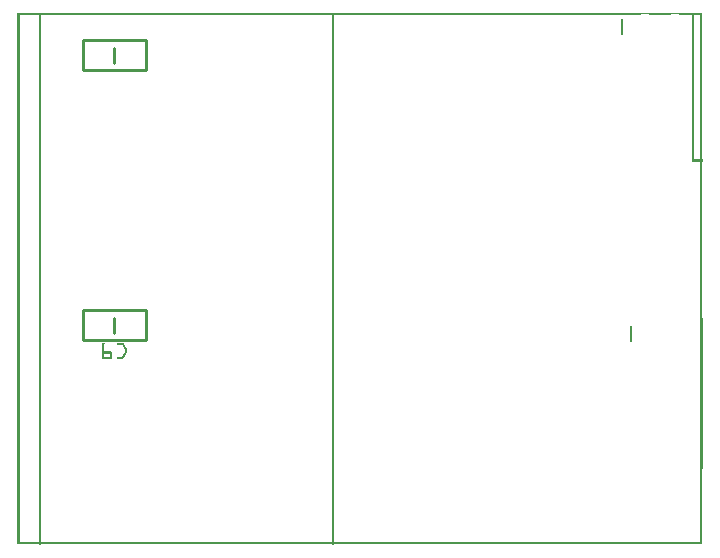
<source format=gto>
G04 MADE WITH FRITZING*
G04 WWW.FRITZING.ORG*
G04 DOUBLE SIDED*
G04 HOLES PLATED*
G04 CONTOUR ON CENTER OF CONTOUR VECTOR*
%ASAXBY*%
%FSLAX23Y23*%
%MOIN*%
%OFA0B0*%
%SFA1.0B1.0*%
%ADD10C,0.008000*%
%ADD11C,0.010000*%
%ADD12R,0.001000X0.001000*%
%LNSILK1*%
G90*
G70*
G54D10*
X2018Y1752D02*
X2018Y1702D01*
D02*
X2047Y726D02*
X2047Y676D01*
G54D11*
D02*
X324Y705D02*
X324Y755D01*
D02*
X429Y680D02*
X219Y680D01*
D02*
X219Y680D02*
X219Y780D01*
D02*
X219Y780D02*
X429Y780D01*
D02*
X429Y780D02*
X429Y680D01*
D02*
X324Y1605D02*
X324Y1655D01*
D02*
X429Y1580D02*
X219Y1580D01*
D02*
X219Y1580D02*
X219Y1680D01*
D02*
X219Y1680D02*
X429Y1680D01*
D02*
X429Y1680D02*
X429Y1580D01*
G54D12*
X1Y1771D02*
X2285Y1771D01*
X1Y1770D02*
X2283Y1770D01*
X1Y1769D02*
X2283Y1769D01*
X1Y1768D02*
X2087Y1768D01*
X2099Y1768D02*
X2187Y1768D01*
X2199Y1768D02*
X2283Y1768D01*
X1Y1767D02*
X2082Y1767D01*
X2104Y1767D02*
X2182Y1767D01*
X2204Y1767D02*
X2283Y1767D01*
X1Y1766D02*
X2079Y1766D01*
X2108Y1766D02*
X2179Y1766D01*
X2208Y1766D02*
X2283Y1766D01*
X1Y1765D02*
X2076Y1765D01*
X2110Y1765D02*
X2176Y1765D01*
X2210Y1765D02*
X2283Y1765D01*
X1Y1764D02*
X2074Y1764D01*
X2112Y1764D02*
X2174Y1764D01*
X2212Y1764D02*
X2283Y1764D01*
X1Y1763D02*
X8Y1763D01*
X74Y1763D02*
X81Y1763D01*
X1049Y1763D02*
X1056Y1763D01*
X2250Y1763D02*
X2257Y1763D01*
X2276Y1763D02*
X2283Y1763D01*
X1Y1762D02*
X8Y1762D01*
X74Y1762D02*
X81Y1762D01*
X1049Y1762D02*
X1056Y1762D01*
X2250Y1762D02*
X2257Y1762D01*
X2276Y1762D02*
X2283Y1762D01*
X1Y1761D02*
X8Y1761D01*
X74Y1761D02*
X81Y1761D01*
X1049Y1761D02*
X1056Y1761D01*
X2250Y1761D02*
X2257Y1761D01*
X2276Y1761D02*
X2283Y1761D01*
X1Y1760D02*
X8Y1760D01*
X74Y1760D02*
X81Y1760D01*
X1049Y1760D02*
X1056Y1760D01*
X2250Y1760D02*
X2257Y1760D01*
X2276Y1760D02*
X2283Y1760D01*
X1Y1759D02*
X8Y1759D01*
X74Y1759D02*
X81Y1759D01*
X1049Y1759D02*
X1056Y1759D01*
X2250Y1759D02*
X2257Y1759D01*
X2276Y1759D02*
X2283Y1759D01*
X1Y1758D02*
X8Y1758D01*
X74Y1758D02*
X81Y1758D01*
X1049Y1758D02*
X1056Y1758D01*
X2250Y1758D02*
X2257Y1758D01*
X2276Y1758D02*
X2283Y1758D01*
X1Y1757D02*
X8Y1757D01*
X74Y1757D02*
X81Y1757D01*
X1049Y1757D02*
X1056Y1757D01*
X2250Y1757D02*
X2257Y1757D01*
X2276Y1757D02*
X2283Y1757D01*
X1Y1756D02*
X8Y1756D01*
X74Y1756D02*
X81Y1756D01*
X1049Y1756D02*
X1056Y1756D01*
X2250Y1756D02*
X2257Y1756D01*
X2276Y1756D02*
X2283Y1756D01*
X1Y1755D02*
X8Y1755D01*
X74Y1755D02*
X81Y1755D01*
X1049Y1755D02*
X1056Y1755D01*
X2250Y1755D02*
X2257Y1755D01*
X2276Y1755D02*
X2283Y1755D01*
X1Y1754D02*
X8Y1754D01*
X74Y1754D02*
X81Y1754D01*
X1049Y1754D02*
X1056Y1754D01*
X2250Y1754D02*
X2257Y1754D01*
X2276Y1754D02*
X2283Y1754D01*
X1Y1753D02*
X8Y1753D01*
X74Y1753D02*
X81Y1753D01*
X1049Y1753D02*
X1056Y1753D01*
X2250Y1753D02*
X2257Y1753D01*
X2276Y1753D02*
X2283Y1753D01*
X1Y1752D02*
X8Y1752D01*
X74Y1752D02*
X81Y1752D01*
X1049Y1752D02*
X1056Y1752D01*
X2250Y1752D02*
X2257Y1752D01*
X2276Y1752D02*
X2283Y1752D01*
X1Y1751D02*
X8Y1751D01*
X74Y1751D02*
X81Y1751D01*
X1049Y1751D02*
X1056Y1751D01*
X2250Y1751D02*
X2257Y1751D01*
X2276Y1751D02*
X2283Y1751D01*
X1Y1750D02*
X8Y1750D01*
X74Y1750D02*
X81Y1750D01*
X1049Y1750D02*
X1056Y1750D01*
X2250Y1750D02*
X2257Y1750D01*
X2276Y1750D02*
X2283Y1750D01*
X1Y1749D02*
X8Y1749D01*
X74Y1749D02*
X81Y1749D01*
X1049Y1749D02*
X1056Y1749D01*
X2250Y1749D02*
X2257Y1749D01*
X2276Y1749D02*
X2283Y1749D01*
X1Y1748D02*
X8Y1748D01*
X74Y1748D02*
X81Y1748D01*
X1049Y1748D02*
X1056Y1748D01*
X2250Y1748D02*
X2257Y1748D01*
X2276Y1748D02*
X2283Y1748D01*
X1Y1747D02*
X8Y1747D01*
X74Y1747D02*
X81Y1747D01*
X1049Y1747D02*
X1056Y1747D01*
X2250Y1747D02*
X2257Y1747D01*
X2276Y1747D02*
X2283Y1747D01*
X1Y1746D02*
X8Y1746D01*
X74Y1746D02*
X81Y1746D01*
X1049Y1746D02*
X1056Y1746D01*
X2250Y1746D02*
X2257Y1746D01*
X2276Y1746D02*
X2283Y1746D01*
X1Y1745D02*
X8Y1745D01*
X74Y1745D02*
X81Y1745D01*
X1049Y1745D02*
X1056Y1745D01*
X2250Y1745D02*
X2257Y1745D01*
X2276Y1745D02*
X2283Y1745D01*
X1Y1744D02*
X8Y1744D01*
X74Y1744D02*
X81Y1744D01*
X1049Y1744D02*
X1056Y1744D01*
X2250Y1744D02*
X2257Y1744D01*
X2276Y1744D02*
X2283Y1744D01*
X1Y1743D02*
X8Y1743D01*
X74Y1743D02*
X81Y1743D01*
X1049Y1743D02*
X1056Y1743D01*
X2250Y1743D02*
X2257Y1743D01*
X2276Y1743D02*
X2283Y1743D01*
X1Y1742D02*
X8Y1742D01*
X74Y1742D02*
X81Y1742D01*
X1049Y1742D02*
X1056Y1742D01*
X2250Y1742D02*
X2257Y1742D01*
X2276Y1742D02*
X2283Y1742D01*
X1Y1741D02*
X8Y1741D01*
X74Y1741D02*
X81Y1741D01*
X1049Y1741D02*
X1056Y1741D01*
X2250Y1741D02*
X2257Y1741D01*
X2276Y1741D02*
X2283Y1741D01*
X1Y1740D02*
X8Y1740D01*
X74Y1740D02*
X81Y1740D01*
X1049Y1740D02*
X1056Y1740D01*
X2250Y1740D02*
X2257Y1740D01*
X2276Y1740D02*
X2283Y1740D01*
X1Y1739D02*
X8Y1739D01*
X74Y1739D02*
X81Y1739D01*
X1049Y1739D02*
X1056Y1739D01*
X2250Y1739D02*
X2257Y1739D01*
X2276Y1739D02*
X2283Y1739D01*
X1Y1738D02*
X8Y1738D01*
X74Y1738D02*
X81Y1738D01*
X1049Y1738D02*
X1056Y1738D01*
X2250Y1738D02*
X2257Y1738D01*
X2276Y1738D02*
X2283Y1738D01*
X1Y1737D02*
X8Y1737D01*
X74Y1737D02*
X81Y1737D01*
X1049Y1737D02*
X1056Y1737D01*
X2250Y1737D02*
X2257Y1737D01*
X2276Y1737D02*
X2283Y1737D01*
X1Y1736D02*
X8Y1736D01*
X74Y1736D02*
X81Y1736D01*
X1049Y1736D02*
X1056Y1736D01*
X2250Y1736D02*
X2257Y1736D01*
X2276Y1736D02*
X2283Y1736D01*
X1Y1735D02*
X8Y1735D01*
X74Y1735D02*
X81Y1735D01*
X1049Y1735D02*
X1056Y1735D01*
X2250Y1735D02*
X2257Y1735D01*
X2276Y1735D02*
X2283Y1735D01*
X1Y1734D02*
X8Y1734D01*
X74Y1734D02*
X81Y1734D01*
X1049Y1734D02*
X1056Y1734D01*
X2250Y1734D02*
X2257Y1734D01*
X2276Y1734D02*
X2283Y1734D01*
X1Y1733D02*
X8Y1733D01*
X74Y1733D02*
X81Y1733D01*
X1049Y1733D02*
X1056Y1733D01*
X2250Y1733D02*
X2257Y1733D01*
X2276Y1733D02*
X2283Y1733D01*
X1Y1732D02*
X8Y1732D01*
X74Y1732D02*
X81Y1732D01*
X1049Y1732D02*
X1056Y1732D01*
X2250Y1732D02*
X2257Y1732D01*
X2276Y1732D02*
X2283Y1732D01*
X1Y1731D02*
X8Y1731D01*
X74Y1731D02*
X81Y1731D01*
X1049Y1731D02*
X1056Y1731D01*
X2250Y1731D02*
X2257Y1731D01*
X2276Y1731D02*
X2283Y1731D01*
X1Y1730D02*
X8Y1730D01*
X74Y1730D02*
X81Y1730D01*
X1049Y1730D02*
X1056Y1730D01*
X2250Y1730D02*
X2257Y1730D01*
X2276Y1730D02*
X2283Y1730D01*
X1Y1729D02*
X8Y1729D01*
X74Y1729D02*
X81Y1729D01*
X1049Y1729D02*
X1056Y1729D01*
X2250Y1729D02*
X2257Y1729D01*
X2276Y1729D02*
X2283Y1729D01*
X1Y1728D02*
X8Y1728D01*
X74Y1728D02*
X81Y1728D01*
X1049Y1728D02*
X1056Y1728D01*
X2250Y1728D02*
X2257Y1728D01*
X2276Y1728D02*
X2283Y1728D01*
X1Y1727D02*
X8Y1727D01*
X74Y1727D02*
X81Y1727D01*
X1049Y1727D02*
X1056Y1727D01*
X2250Y1727D02*
X2257Y1727D01*
X2276Y1727D02*
X2283Y1727D01*
X1Y1726D02*
X8Y1726D01*
X74Y1726D02*
X81Y1726D01*
X1049Y1726D02*
X1056Y1726D01*
X2250Y1726D02*
X2257Y1726D01*
X2276Y1726D02*
X2283Y1726D01*
X1Y1725D02*
X8Y1725D01*
X74Y1725D02*
X81Y1725D01*
X1049Y1725D02*
X1056Y1725D01*
X2250Y1725D02*
X2257Y1725D01*
X2276Y1725D02*
X2283Y1725D01*
X1Y1724D02*
X8Y1724D01*
X74Y1724D02*
X81Y1724D01*
X1049Y1724D02*
X1056Y1724D01*
X2250Y1724D02*
X2257Y1724D01*
X2276Y1724D02*
X2283Y1724D01*
X1Y1723D02*
X8Y1723D01*
X74Y1723D02*
X81Y1723D01*
X1049Y1723D02*
X1056Y1723D01*
X2250Y1723D02*
X2257Y1723D01*
X2276Y1723D02*
X2283Y1723D01*
X1Y1722D02*
X8Y1722D01*
X74Y1722D02*
X81Y1722D01*
X1049Y1722D02*
X1056Y1722D01*
X2250Y1722D02*
X2257Y1722D01*
X2276Y1722D02*
X2283Y1722D01*
X1Y1721D02*
X8Y1721D01*
X74Y1721D02*
X81Y1721D01*
X1049Y1721D02*
X1056Y1721D01*
X2250Y1721D02*
X2257Y1721D01*
X2276Y1721D02*
X2283Y1721D01*
X1Y1720D02*
X8Y1720D01*
X74Y1720D02*
X81Y1720D01*
X1049Y1720D02*
X1056Y1720D01*
X2250Y1720D02*
X2257Y1720D01*
X2276Y1720D02*
X2283Y1720D01*
X1Y1719D02*
X8Y1719D01*
X74Y1719D02*
X81Y1719D01*
X1049Y1719D02*
X1056Y1719D01*
X2250Y1719D02*
X2257Y1719D01*
X2276Y1719D02*
X2283Y1719D01*
X1Y1718D02*
X8Y1718D01*
X74Y1718D02*
X81Y1718D01*
X1049Y1718D02*
X1056Y1718D01*
X2250Y1718D02*
X2257Y1718D01*
X2276Y1718D02*
X2283Y1718D01*
X1Y1717D02*
X8Y1717D01*
X74Y1717D02*
X81Y1717D01*
X1049Y1717D02*
X1056Y1717D01*
X2250Y1717D02*
X2257Y1717D01*
X2276Y1717D02*
X2283Y1717D01*
X1Y1716D02*
X8Y1716D01*
X74Y1716D02*
X81Y1716D01*
X1049Y1716D02*
X1056Y1716D01*
X2250Y1716D02*
X2257Y1716D01*
X2276Y1716D02*
X2283Y1716D01*
X1Y1715D02*
X8Y1715D01*
X74Y1715D02*
X81Y1715D01*
X1049Y1715D02*
X1056Y1715D01*
X2250Y1715D02*
X2257Y1715D01*
X2276Y1715D02*
X2283Y1715D01*
X1Y1714D02*
X8Y1714D01*
X74Y1714D02*
X81Y1714D01*
X1049Y1714D02*
X1056Y1714D01*
X2250Y1714D02*
X2257Y1714D01*
X2276Y1714D02*
X2283Y1714D01*
X1Y1713D02*
X8Y1713D01*
X74Y1713D02*
X81Y1713D01*
X1049Y1713D02*
X1056Y1713D01*
X2250Y1713D02*
X2257Y1713D01*
X2276Y1713D02*
X2283Y1713D01*
X1Y1712D02*
X8Y1712D01*
X74Y1712D02*
X81Y1712D01*
X1049Y1712D02*
X1056Y1712D01*
X2250Y1712D02*
X2257Y1712D01*
X2276Y1712D02*
X2283Y1712D01*
X1Y1711D02*
X8Y1711D01*
X74Y1711D02*
X81Y1711D01*
X1049Y1711D02*
X1056Y1711D01*
X2250Y1711D02*
X2257Y1711D01*
X2276Y1711D02*
X2283Y1711D01*
X1Y1710D02*
X8Y1710D01*
X74Y1710D02*
X81Y1710D01*
X1049Y1710D02*
X1056Y1710D01*
X2250Y1710D02*
X2257Y1710D01*
X2276Y1710D02*
X2283Y1710D01*
X1Y1709D02*
X8Y1709D01*
X74Y1709D02*
X81Y1709D01*
X1049Y1709D02*
X1056Y1709D01*
X2250Y1709D02*
X2257Y1709D01*
X2276Y1709D02*
X2283Y1709D01*
X1Y1708D02*
X8Y1708D01*
X74Y1708D02*
X81Y1708D01*
X1049Y1708D02*
X1056Y1708D01*
X2250Y1708D02*
X2257Y1708D01*
X2276Y1708D02*
X2283Y1708D01*
X1Y1707D02*
X8Y1707D01*
X74Y1707D02*
X81Y1707D01*
X1049Y1707D02*
X1056Y1707D01*
X2250Y1707D02*
X2257Y1707D01*
X2276Y1707D02*
X2283Y1707D01*
X1Y1706D02*
X8Y1706D01*
X74Y1706D02*
X81Y1706D01*
X1049Y1706D02*
X1056Y1706D01*
X2250Y1706D02*
X2257Y1706D01*
X2276Y1706D02*
X2283Y1706D01*
X1Y1705D02*
X8Y1705D01*
X74Y1705D02*
X81Y1705D01*
X1049Y1705D02*
X1056Y1705D01*
X2250Y1705D02*
X2257Y1705D01*
X2276Y1705D02*
X2283Y1705D01*
X1Y1704D02*
X8Y1704D01*
X74Y1704D02*
X81Y1704D01*
X1049Y1704D02*
X1056Y1704D01*
X2250Y1704D02*
X2257Y1704D01*
X2276Y1704D02*
X2283Y1704D01*
X1Y1703D02*
X8Y1703D01*
X74Y1703D02*
X81Y1703D01*
X1049Y1703D02*
X1056Y1703D01*
X2250Y1703D02*
X2257Y1703D01*
X2276Y1703D02*
X2283Y1703D01*
X1Y1702D02*
X8Y1702D01*
X74Y1702D02*
X81Y1702D01*
X1049Y1702D02*
X1056Y1702D01*
X2250Y1702D02*
X2257Y1702D01*
X2276Y1702D02*
X2283Y1702D01*
X1Y1701D02*
X8Y1701D01*
X74Y1701D02*
X81Y1701D01*
X1049Y1701D02*
X1056Y1701D01*
X2250Y1701D02*
X2257Y1701D01*
X2276Y1701D02*
X2283Y1701D01*
X1Y1700D02*
X8Y1700D01*
X74Y1700D02*
X81Y1700D01*
X1049Y1700D02*
X1056Y1700D01*
X2250Y1700D02*
X2257Y1700D01*
X2276Y1700D02*
X2283Y1700D01*
X1Y1699D02*
X8Y1699D01*
X74Y1699D02*
X81Y1699D01*
X1049Y1699D02*
X1056Y1699D01*
X2250Y1699D02*
X2257Y1699D01*
X2276Y1699D02*
X2283Y1699D01*
X1Y1698D02*
X8Y1698D01*
X74Y1698D02*
X81Y1698D01*
X1049Y1698D02*
X1056Y1698D01*
X2250Y1698D02*
X2257Y1698D01*
X2276Y1698D02*
X2283Y1698D01*
X1Y1697D02*
X8Y1697D01*
X74Y1697D02*
X81Y1697D01*
X1049Y1697D02*
X1056Y1697D01*
X2250Y1697D02*
X2257Y1697D01*
X2276Y1697D02*
X2283Y1697D01*
X1Y1696D02*
X8Y1696D01*
X74Y1696D02*
X81Y1696D01*
X1049Y1696D02*
X1056Y1696D01*
X2250Y1696D02*
X2257Y1696D01*
X2276Y1696D02*
X2283Y1696D01*
X1Y1695D02*
X8Y1695D01*
X74Y1695D02*
X81Y1695D01*
X1049Y1695D02*
X1056Y1695D01*
X2250Y1695D02*
X2257Y1695D01*
X2276Y1695D02*
X2283Y1695D01*
X1Y1694D02*
X8Y1694D01*
X74Y1694D02*
X81Y1694D01*
X1049Y1694D02*
X1056Y1694D01*
X2250Y1694D02*
X2257Y1694D01*
X2276Y1694D02*
X2283Y1694D01*
X1Y1693D02*
X8Y1693D01*
X74Y1693D02*
X81Y1693D01*
X1049Y1693D02*
X1056Y1693D01*
X2250Y1693D02*
X2257Y1693D01*
X2276Y1693D02*
X2283Y1693D01*
X1Y1692D02*
X8Y1692D01*
X74Y1692D02*
X81Y1692D01*
X1049Y1692D02*
X1056Y1692D01*
X2250Y1692D02*
X2257Y1692D01*
X2276Y1692D02*
X2283Y1692D01*
X1Y1691D02*
X8Y1691D01*
X74Y1691D02*
X81Y1691D01*
X1049Y1691D02*
X1056Y1691D01*
X2250Y1691D02*
X2257Y1691D01*
X2276Y1691D02*
X2283Y1691D01*
X1Y1690D02*
X8Y1690D01*
X74Y1690D02*
X81Y1690D01*
X1049Y1690D02*
X1056Y1690D01*
X2250Y1690D02*
X2257Y1690D01*
X2276Y1690D02*
X2283Y1690D01*
X1Y1689D02*
X8Y1689D01*
X74Y1689D02*
X81Y1689D01*
X1049Y1689D02*
X1056Y1689D01*
X2250Y1689D02*
X2257Y1689D01*
X2276Y1689D02*
X2283Y1689D01*
X1Y1688D02*
X8Y1688D01*
X74Y1688D02*
X81Y1688D01*
X1049Y1688D02*
X1056Y1688D01*
X2250Y1688D02*
X2257Y1688D01*
X2276Y1688D02*
X2283Y1688D01*
X1Y1687D02*
X8Y1687D01*
X74Y1687D02*
X81Y1687D01*
X1049Y1687D02*
X1056Y1687D01*
X2250Y1687D02*
X2257Y1687D01*
X2276Y1687D02*
X2283Y1687D01*
X1Y1686D02*
X8Y1686D01*
X74Y1686D02*
X81Y1686D01*
X1049Y1686D02*
X1056Y1686D01*
X2250Y1686D02*
X2257Y1686D01*
X2276Y1686D02*
X2283Y1686D01*
X1Y1685D02*
X8Y1685D01*
X74Y1685D02*
X81Y1685D01*
X1049Y1685D02*
X1056Y1685D01*
X2250Y1685D02*
X2257Y1685D01*
X2276Y1685D02*
X2283Y1685D01*
X1Y1684D02*
X8Y1684D01*
X74Y1684D02*
X81Y1684D01*
X1049Y1684D02*
X1056Y1684D01*
X2250Y1684D02*
X2257Y1684D01*
X2276Y1684D02*
X2283Y1684D01*
X1Y1683D02*
X8Y1683D01*
X74Y1683D02*
X81Y1683D01*
X1049Y1683D02*
X1056Y1683D01*
X2250Y1683D02*
X2257Y1683D01*
X2276Y1683D02*
X2283Y1683D01*
X1Y1682D02*
X8Y1682D01*
X74Y1682D02*
X81Y1682D01*
X1049Y1682D02*
X1056Y1682D01*
X2250Y1682D02*
X2257Y1682D01*
X2276Y1682D02*
X2283Y1682D01*
X1Y1681D02*
X8Y1681D01*
X74Y1681D02*
X81Y1681D01*
X1049Y1681D02*
X1056Y1681D01*
X2250Y1681D02*
X2257Y1681D01*
X2276Y1681D02*
X2283Y1681D01*
X1Y1680D02*
X8Y1680D01*
X74Y1680D02*
X81Y1680D01*
X1049Y1680D02*
X1056Y1680D01*
X2250Y1680D02*
X2257Y1680D01*
X2276Y1680D02*
X2283Y1680D01*
X1Y1679D02*
X8Y1679D01*
X74Y1679D02*
X81Y1679D01*
X1049Y1679D02*
X1056Y1679D01*
X2250Y1679D02*
X2257Y1679D01*
X2276Y1679D02*
X2283Y1679D01*
X1Y1678D02*
X8Y1678D01*
X74Y1678D02*
X81Y1678D01*
X1049Y1678D02*
X1056Y1678D01*
X2250Y1678D02*
X2257Y1678D01*
X2276Y1678D02*
X2283Y1678D01*
X1Y1677D02*
X8Y1677D01*
X74Y1677D02*
X81Y1677D01*
X1049Y1677D02*
X1056Y1677D01*
X2250Y1677D02*
X2257Y1677D01*
X2276Y1677D02*
X2283Y1677D01*
X1Y1676D02*
X8Y1676D01*
X74Y1676D02*
X81Y1676D01*
X1049Y1676D02*
X1056Y1676D01*
X2250Y1676D02*
X2257Y1676D01*
X2276Y1676D02*
X2283Y1676D01*
X1Y1675D02*
X8Y1675D01*
X74Y1675D02*
X81Y1675D01*
X1049Y1675D02*
X1056Y1675D01*
X2250Y1675D02*
X2257Y1675D01*
X2276Y1675D02*
X2283Y1675D01*
X1Y1674D02*
X8Y1674D01*
X74Y1674D02*
X81Y1674D01*
X1049Y1674D02*
X1056Y1674D01*
X2250Y1674D02*
X2257Y1674D01*
X2276Y1674D02*
X2283Y1674D01*
X1Y1673D02*
X8Y1673D01*
X74Y1673D02*
X81Y1673D01*
X1049Y1673D02*
X1056Y1673D01*
X2250Y1673D02*
X2257Y1673D01*
X2276Y1673D02*
X2283Y1673D01*
X1Y1672D02*
X8Y1672D01*
X74Y1672D02*
X81Y1672D01*
X1049Y1672D02*
X1056Y1672D01*
X2250Y1672D02*
X2257Y1672D01*
X2276Y1672D02*
X2283Y1672D01*
X1Y1671D02*
X8Y1671D01*
X74Y1671D02*
X81Y1671D01*
X1049Y1671D02*
X1056Y1671D01*
X2250Y1671D02*
X2257Y1671D01*
X2276Y1671D02*
X2283Y1671D01*
X1Y1670D02*
X8Y1670D01*
X74Y1670D02*
X81Y1670D01*
X1049Y1670D02*
X1056Y1670D01*
X2250Y1670D02*
X2257Y1670D01*
X2276Y1670D02*
X2283Y1670D01*
X1Y1669D02*
X8Y1669D01*
X74Y1669D02*
X81Y1669D01*
X1049Y1669D02*
X1056Y1669D01*
X2250Y1669D02*
X2257Y1669D01*
X2276Y1669D02*
X2283Y1669D01*
X1Y1668D02*
X8Y1668D01*
X74Y1668D02*
X81Y1668D01*
X1049Y1668D02*
X1056Y1668D01*
X2250Y1668D02*
X2257Y1668D01*
X2276Y1668D02*
X2283Y1668D01*
X1Y1667D02*
X8Y1667D01*
X74Y1667D02*
X81Y1667D01*
X1049Y1667D02*
X1056Y1667D01*
X2250Y1667D02*
X2257Y1667D01*
X2276Y1667D02*
X2283Y1667D01*
X1Y1666D02*
X8Y1666D01*
X74Y1666D02*
X81Y1666D01*
X1049Y1666D02*
X1056Y1666D01*
X2250Y1666D02*
X2257Y1666D01*
X2276Y1666D02*
X2283Y1666D01*
X1Y1665D02*
X8Y1665D01*
X74Y1665D02*
X81Y1665D01*
X1049Y1665D02*
X1056Y1665D01*
X2250Y1665D02*
X2257Y1665D01*
X2276Y1665D02*
X2283Y1665D01*
X1Y1664D02*
X8Y1664D01*
X74Y1664D02*
X81Y1664D01*
X1049Y1664D02*
X1056Y1664D01*
X2250Y1664D02*
X2257Y1664D01*
X2276Y1664D02*
X2283Y1664D01*
X1Y1663D02*
X8Y1663D01*
X74Y1663D02*
X81Y1663D01*
X1049Y1663D02*
X1056Y1663D01*
X2250Y1663D02*
X2257Y1663D01*
X2276Y1663D02*
X2283Y1663D01*
X1Y1662D02*
X8Y1662D01*
X74Y1662D02*
X81Y1662D01*
X1049Y1662D02*
X1056Y1662D01*
X2250Y1662D02*
X2257Y1662D01*
X2276Y1662D02*
X2283Y1662D01*
X1Y1661D02*
X8Y1661D01*
X74Y1661D02*
X81Y1661D01*
X1049Y1661D02*
X1056Y1661D01*
X2250Y1661D02*
X2257Y1661D01*
X2276Y1661D02*
X2283Y1661D01*
X1Y1660D02*
X8Y1660D01*
X74Y1660D02*
X81Y1660D01*
X1049Y1660D02*
X1056Y1660D01*
X2250Y1660D02*
X2257Y1660D01*
X2276Y1660D02*
X2283Y1660D01*
X1Y1659D02*
X8Y1659D01*
X74Y1659D02*
X81Y1659D01*
X1049Y1659D02*
X1056Y1659D01*
X2250Y1659D02*
X2257Y1659D01*
X2276Y1659D02*
X2283Y1659D01*
X1Y1658D02*
X8Y1658D01*
X74Y1658D02*
X81Y1658D01*
X1049Y1658D02*
X1056Y1658D01*
X2250Y1658D02*
X2257Y1658D01*
X2276Y1658D02*
X2283Y1658D01*
X1Y1657D02*
X8Y1657D01*
X74Y1657D02*
X81Y1657D01*
X1049Y1657D02*
X1056Y1657D01*
X2250Y1657D02*
X2257Y1657D01*
X2276Y1657D02*
X2283Y1657D01*
X1Y1656D02*
X8Y1656D01*
X74Y1656D02*
X81Y1656D01*
X1049Y1656D02*
X1056Y1656D01*
X2250Y1656D02*
X2257Y1656D01*
X2276Y1656D02*
X2283Y1656D01*
X1Y1655D02*
X8Y1655D01*
X74Y1655D02*
X81Y1655D01*
X1049Y1655D02*
X1056Y1655D01*
X2250Y1655D02*
X2257Y1655D01*
X2276Y1655D02*
X2283Y1655D01*
X1Y1654D02*
X8Y1654D01*
X74Y1654D02*
X81Y1654D01*
X1049Y1654D02*
X1056Y1654D01*
X2250Y1654D02*
X2257Y1654D01*
X2276Y1654D02*
X2283Y1654D01*
X1Y1653D02*
X8Y1653D01*
X74Y1653D02*
X81Y1653D01*
X1049Y1653D02*
X1056Y1653D01*
X2250Y1653D02*
X2257Y1653D01*
X2276Y1653D02*
X2283Y1653D01*
X1Y1652D02*
X8Y1652D01*
X74Y1652D02*
X81Y1652D01*
X1049Y1652D02*
X1056Y1652D01*
X2250Y1652D02*
X2257Y1652D01*
X2276Y1652D02*
X2283Y1652D01*
X1Y1651D02*
X8Y1651D01*
X74Y1651D02*
X81Y1651D01*
X1049Y1651D02*
X1056Y1651D01*
X2250Y1651D02*
X2257Y1651D01*
X2276Y1651D02*
X2283Y1651D01*
X1Y1650D02*
X8Y1650D01*
X74Y1650D02*
X81Y1650D01*
X1049Y1650D02*
X1056Y1650D01*
X2250Y1650D02*
X2257Y1650D01*
X2276Y1650D02*
X2283Y1650D01*
X1Y1649D02*
X8Y1649D01*
X74Y1649D02*
X81Y1649D01*
X1049Y1649D02*
X1056Y1649D01*
X2250Y1649D02*
X2257Y1649D01*
X2276Y1649D02*
X2283Y1649D01*
X1Y1648D02*
X8Y1648D01*
X74Y1648D02*
X81Y1648D01*
X1049Y1648D02*
X1056Y1648D01*
X2250Y1648D02*
X2257Y1648D01*
X2276Y1648D02*
X2283Y1648D01*
X1Y1647D02*
X8Y1647D01*
X74Y1647D02*
X81Y1647D01*
X1049Y1647D02*
X1056Y1647D01*
X2250Y1647D02*
X2257Y1647D01*
X2276Y1647D02*
X2283Y1647D01*
X1Y1646D02*
X8Y1646D01*
X74Y1646D02*
X81Y1646D01*
X1049Y1646D02*
X1056Y1646D01*
X2250Y1646D02*
X2257Y1646D01*
X2276Y1646D02*
X2283Y1646D01*
X1Y1645D02*
X8Y1645D01*
X74Y1645D02*
X81Y1645D01*
X1049Y1645D02*
X1056Y1645D01*
X2250Y1645D02*
X2257Y1645D01*
X2276Y1645D02*
X2283Y1645D01*
X1Y1644D02*
X8Y1644D01*
X74Y1644D02*
X81Y1644D01*
X1049Y1644D02*
X1056Y1644D01*
X2250Y1644D02*
X2257Y1644D01*
X2276Y1644D02*
X2283Y1644D01*
X1Y1643D02*
X8Y1643D01*
X74Y1643D02*
X81Y1643D01*
X1049Y1643D02*
X1056Y1643D01*
X2250Y1643D02*
X2257Y1643D01*
X2276Y1643D02*
X2283Y1643D01*
X1Y1642D02*
X8Y1642D01*
X74Y1642D02*
X81Y1642D01*
X1049Y1642D02*
X1056Y1642D01*
X2250Y1642D02*
X2257Y1642D01*
X2276Y1642D02*
X2283Y1642D01*
X1Y1641D02*
X8Y1641D01*
X74Y1641D02*
X81Y1641D01*
X1049Y1641D02*
X1056Y1641D01*
X2250Y1641D02*
X2257Y1641D01*
X2276Y1641D02*
X2283Y1641D01*
X1Y1640D02*
X8Y1640D01*
X74Y1640D02*
X81Y1640D01*
X1049Y1640D02*
X1056Y1640D01*
X2250Y1640D02*
X2257Y1640D01*
X2276Y1640D02*
X2283Y1640D01*
X1Y1639D02*
X8Y1639D01*
X74Y1639D02*
X81Y1639D01*
X1049Y1639D02*
X1056Y1639D01*
X2250Y1639D02*
X2257Y1639D01*
X2276Y1639D02*
X2283Y1639D01*
X1Y1638D02*
X8Y1638D01*
X74Y1638D02*
X81Y1638D01*
X1049Y1638D02*
X1056Y1638D01*
X2250Y1638D02*
X2257Y1638D01*
X2276Y1638D02*
X2283Y1638D01*
X1Y1637D02*
X8Y1637D01*
X74Y1637D02*
X81Y1637D01*
X1049Y1637D02*
X1056Y1637D01*
X2250Y1637D02*
X2257Y1637D01*
X2276Y1637D02*
X2283Y1637D01*
X1Y1636D02*
X8Y1636D01*
X74Y1636D02*
X81Y1636D01*
X1049Y1636D02*
X1056Y1636D01*
X2250Y1636D02*
X2257Y1636D01*
X2276Y1636D02*
X2283Y1636D01*
X1Y1635D02*
X8Y1635D01*
X74Y1635D02*
X81Y1635D01*
X1049Y1635D02*
X1056Y1635D01*
X2250Y1635D02*
X2257Y1635D01*
X2276Y1635D02*
X2283Y1635D01*
X1Y1634D02*
X8Y1634D01*
X74Y1634D02*
X81Y1634D01*
X1049Y1634D02*
X1056Y1634D01*
X2250Y1634D02*
X2257Y1634D01*
X2276Y1634D02*
X2283Y1634D01*
X1Y1633D02*
X8Y1633D01*
X74Y1633D02*
X81Y1633D01*
X1049Y1633D02*
X1056Y1633D01*
X2250Y1633D02*
X2257Y1633D01*
X2276Y1633D02*
X2283Y1633D01*
X1Y1632D02*
X8Y1632D01*
X74Y1632D02*
X81Y1632D01*
X1049Y1632D02*
X1056Y1632D01*
X2250Y1632D02*
X2257Y1632D01*
X2276Y1632D02*
X2283Y1632D01*
X1Y1631D02*
X8Y1631D01*
X74Y1631D02*
X81Y1631D01*
X1049Y1631D02*
X1056Y1631D01*
X2250Y1631D02*
X2257Y1631D01*
X2276Y1631D02*
X2283Y1631D01*
X1Y1630D02*
X8Y1630D01*
X74Y1630D02*
X81Y1630D01*
X1049Y1630D02*
X1056Y1630D01*
X2250Y1630D02*
X2257Y1630D01*
X2276Y1630D02*
X2283Y1630D01*
X1Y1629D02*
X8Y1629D01*
X74Y1629D02*
X81Y1629D01*
X1049Y1629D02*
X1056Y1629D01*
X2250Y1629D02*
X2257Y1629D01*
X2276Y1629D02*
X2283Y1629D01*
X1Y1628D02*
X8Y1628D01*
X74Y1628D02*
X81Y1628D01*
X1049Y1628D02*
X1056Y1628D01*
X2250Y1628D02*
X2257Y1628D01*
X2276Y1628D02*
X2283Y1628D01*
X1Y1627D02*
X8Y1627D01*
X74Y1627D02*
X81Y1627D01*
X1049Y1627D02*
X1056Y1627D01*
X2250Y1627D02*
X2257Y1627D01*
X2276Y1627D02*
X2283Y1627D01*
X1Y1626D02*
X8Y1626D01*
X74Y1626D02*
X81Y1626D01*
X1049Y1626D02*
X1056Y1626D01*
X2250Y1626D02*
X2257Y1626D01*
X2276Y1626D02*
X2283Y1626D01*
X1Y1625D02*
X8Y1625D01*
X74Y1625D02*
X81Y1625D01*
X1049Y1625D02*
X1056Y1625D01*
X2250Y1625D02*
X2257Y1625D01*
X2276Y1625D02*
X2283Y1625D01*
X1Y1624D02*
X8Y1624D01*
X74Y1624D02*
X81Y1624D01*
X1049Y1624D02*
X1056Y1624D01*
X2250Y1624D02*
X2257Y1624D01*
X2276Y1624D02*
X2283Y1624D01*
X1Y1623D02*
X8Y1623D01*
X74Y1623D02*
X81Y1623D01*
X1049Y1623D02*
X1056Y1623D01*
X2250Y1623D02*
X2257Y1623D01*
X2276Y1623D02*
X2283Y1623D01*
X1Y1622D02*
X8Y1622D01*
X74Y1622D02*
X81Y1622D01*
X1049Y1622D02*
X1056Y1622D01*
X2250Y1622D02*
X2257Y1622D01*
X2276Y1622D02*
X2283Y1622D01*
X1Y1621D02*
X8Y1621D01*
X74Y1621D02*
X81Y1621D01*
X1049Y1621D02*
X1056Y1621D01*
X2250Y1621D02*
X2257Y1621D01*
X2276Y1621D02*
X2283Y1621D01*
X1Y1620D02*
X8Y1620D01*
X74Y1620D02*
X81Y1620D01*
X1049Y1620D02*
X1056Y1620D01*
X2250Y1620D02*
X2257Y1620D01*
X2276Y1620D02*
X2283Y1620D01*
X1Y1619D02*
X8Y1619D01*
X74Y1619D02*
X81Y1619D01*
X1049Y1619D02*
X1056Y1619D01*
X2250Y1619D02*
X2257Y1619D01*
X2276Y1619D02*
X2283Y1619D01*
X1Y1618D02*
X8Y1618D01*
X74Y1618D02*
X81Y1618D01*
X1049Y1618D02*
X1056Y1618D01*
X2250Y1618D02*
X2257Y1618D01*
X2276Y1618D02*
X2283Y1618D01*
X1Y1617D02*
X8Y1617D01*
X74Y1617D02*
X81Y1617D01*
X1049Y1617D02*
X1056Y1617D01*
X2250Y1617D02*
X2257Y1617D01*
X2276Y1617D02*
X2283Y1617D01*
X1Y1616D02*
X8Y1616D01*
X74Y1616D02*
X81Y1616D01*
X1049Y1616D02*
X1056Y1616D01*
X2250Y1616D02*
X2257Y1616D01*
X2276Y1616D02*
X2283Y1616D01*
X1Y1615D02*
X8Y1615D01*
X74Y1615D02*
X81Y1615D01*
X1049Y1615D02*
X1056Y1615D01*
X2250Y1615D02*
X2257Y1615D01*
X2276Y1615D02*
X2283Y1615D01*
X1Y1614D02*
X8Y1614D01*
X74Y1614D02*
X81Y1614D01*
X1049Y1614D02*
X1056Y1614D01*
X2250Y1614D02*
X2257Y1614D01*
X2276Y1614D02*
X2283Y1614D01*
X1Y1613D02*
X8Y1613D01*
X74Y1613D02*
X81Y1613D01*
X1049Y1613D02*
X1056Y1613D01*
X2250Y1613D02*
X2257Y1613D01*
X2276Y1613D02*
X2283Y1613D01*
X1Y1612D02*
X8Y1612D01*
X74Y1612D02*
X81Y1612D01*
X1049Y1612D02*
X1056Y1612D01*
X2250Y1612D02*
X2257Y1612D01*
X2276Y1612D02*
X2283Y1612D01*
X1Y1611D02*
X8Y1611D01*
X74Y1611D02*
X81Y1611D01*
X1049Y1611D02*
X1056Y1611D01*
X2250Y1611D02*
X2257Y1611D01*
X2276Y1611D02*
X2283Y1611D01*
X1Y1610D02*
X8Y1610D01*
X74Y1610D02*
X81Y1610D01*
X1049Y1610D02*
X1056Y1610D01*
X2250Y1610D02*
X2257Y1610D01*
X2276Y1610D02*
X2283Y1610D01*
X1Y1609D02*
X8Y1609D01*
X74Y1609D02*
X81Y1609D01*
X1049Y1609D02*
X1056Y1609D01*
X2250Y1609D02*
X2257Y1609D01*
X2276Y1609D02*
X2283Y1609D01*
X1Y1608D02*
X8Y1608D01*
X74Y1608D02*
X81Y1608D01*
X1049Y1608D02*
X1056Y1608D01*
X2250Y1608D02*
X2257Y1608D01*
X2276Y1608D02*
X2283Y1608D01*
X1Y1607D02*
X8Y1607D01*
X74Y1607D02*
X81Y1607D01*
X1049Y1607D02*
X1056Y1607D01*
X2250Y1607D02*
X2257Y1607D01*
X2276Y1607D02*
X2283Y1607D01*
X1Y1606D02*
X8Y1606D01*
X74Y1606D02*
X81Y1606D01*
X1049Y1606D02*
X1056Y1606D01*
X2250Y1606D02*
X2257Y1606D01*
X2276Y1606D02*
X2283Y1606D01*
X1Y1605D02*
X8Y1605D01*
X74Y1605D02*
X81Y1605D01*
X1049Y1605D02*
X1056Y1605D01*
X2250Y1605D02*
X2257Y1605D01*
X2276Y1605D02*
X2283Y1605D01*
X1Y1604D02*
X8Y1604D01*
X74Y1604D02*
X81Y1604D01*
X1049Y1604D02*
X1056Y1604D01*
X2250Y1604D02*
X2257Y1604D01*
X2276Y1604D02*
X2283Y1604D01*
X1Y1603D02*
X8Y1603D01*
X74Y1603D02*
X81Y1603D01*
X1049Y1603D02*
X1056Y1603D01*
X2250Y1603D02*
X2257Y1603D01*
X2276Y1603D02*
X2283Y1603D01*
X1Y1602D02*
X8Y1602D01*
X74Y1602D02*
X81Y1602D01*
X1049Y1602D02*
X1056Y1602D01*
X2250Y1602D02*
X2257Y1602D01*
X2276Y1602D02*
X2283Y1602D01*
X1Y1601D02*
X8Y1601D01*
X74Y1601D02*
X81Y1601D01*
X1049Y1601D02*
X1056Y1601D01*
X2250Y1601D02*
X2257Y1601D01*
X2276Y1601D02*
X2283Y1601D01*
X1Y1600D02*
X8Y1600D01*
X74Y1600D02*
X81Y1600D01*
X1049Y1600D02*
X1056Y1600D01*
X2250Y1600D02*
X2257Y1600D01*
X2276Y1600D02*
X2283Y1600D01*
X1Y1599D02*
X8Y1599D01*
X74Y1599D02*
X81Y1599D01*
X1049Y1599D02*
X1056Y1599D01*
X2250Y1599D02*
X2257Y1599D01*
X2276Y1599D02*
X2283Y1599D01*
X1Y1598D02*
X8Y1598D01*
X74Y1598D02*
X81Y1598D01*
X1049Y1598D02*
X1056Y1598D01*
X2250Y1598D02*
X2257Y1598D01*
X2276Y1598D02*
X2283Y1598D01*
X1Y1597D02*
X8Y1597D01*
X74Y1597D02*
X81Y1597D01*
X1049Y1597D02*
X1056Y1597D01*
X2250Y1597D02*
X2257Y1597D01*
X2276Y1597D02*
X2283Y1597D01*
X1Y1596D02*
X8Y1596D01*
X74Y1596D02*
X81Y1596D01*
X1049Y1596D02*
X1056Y1596D01*
X2250Y1596D02*
X2257Y1596D01*
X2276Y1596D02*
X2283Y1596D01*
X1Y1595D02*
X8Y1595D01*
X74Y1595D02*
X81Y1595D01*
X1049Y1595D02*
X1056Y1595D01*
X2250Y1595D02*
X2257Y1595D01*
X2276Y1595D02*
X2283Y1595D01*
X1Y1594D02*
X8Y1594D01*
X74Y1594D02*
X81Y1594D01*
X1049Y1594D02*
X1056Y1594D01*
X2250Y1594D02*
X2257Y1594D01*
X2276Y1594D02*
X2283Y1594D01*
X1Y1593D02*
X8Y1593D01*
X74Y1593D02*
X81Y1593D01*
X1049Y1593D02*
X1056Y1593D01*
X2250Y1593D02*
X2257Y1593D01*
X2276Y1593D02*
X2283Y1593D01*
X1Y1592D02*
X8Y1592D01*
X74Y1592D02*
X81Y1592D01*
X1049Y1592D02*
X1056Y1592D01*
X2250Y1592D02*
X2257Y1592D01*
X2276Y1592D02*
X2283Y1592D01*
X1Y1591D02*
X8Y1591D01*
X74Y1591D02*
X81Y1591D01*
X1049Y1591D02*
X1056Y1591D01*
X2250Y1591D02*
X2257Y1591D01*
X2276Y1591D02*
X2283Y1591D01*
X1Y1590D02*
X8Y1590D01*
X74Y1590D02*
X81Y1590D01*
X1049Y1590D02*
X1056Y1590D01*
X2250Y1590D02*
X2257Y1590D01*
X2276Y1590D02*
X2283Y1590D01*
X1Y1589D02*
X8Y1589D01*
X74Y1589D02*
X81Y1589D01*
X1049Y1589D02*
X1056Y1589D01*
X2250Y1589D02*
X2257Y1589D01*
X2276Y1589D02*
X2283Y1589D01*
X1Y1588D02*
X8Y1588D01*
X74Y1588D02*
X81Y1588D01*
X1049Y1588D02*
X1056Y1588D01*
X2250Y1588D02*
X2257Y1588D01*
X2276Y1588D02*
X2283Y1588D01*
X1Y1587D02*
X8Y1587D01*
X74Y1587D02*
X81Y1587D01*
X1049Y1587D02*
X1056Y1587D01*
X2250Y1587D02*
X2257Y1587D01*
X2276Y1587D02*
X2283Y1587D01*
X1Y1586D02*
X8Y1586D01*
X74Y1586D02*
X81Y1586D01*
X1049Y1586D02*
X1056Y1586D01*
X2250Y1586D02*
X2257Y1586D01*
X2276Y1586D02*
X2283Y1586D01*
X1Y1585D02*
X8Y1585D01*
X74Y1585D02*
X81Y1585D01*
X1049Y1585D02*
X1056Y1585D01*
X2250Y1585D02*
X2257Y1585D01*
X2276Y1585D02*
X2283Y1585D01*
X1Y1584D02*
X8Y1584D01*
X74Y1584D02*
X81Y1584D01*
X1049Y1584D02*
X1056Y1584D01*
X2250Y1584D02*
X2257Y1584D01*
X2276Y1584D02*
X2283Y1584D01*
X1Y1583D02*
X8Y1583D01*
X74Y1583D02*
X81Y1583D01*
X1049Y1583D02*
X1056Y1583D01*
X2250Y1583D02*
X2257Y1583D01*
X2276Y1583D02*
X2283Y1583D01*
X1Y1582D02*
X8Y1582D01*
X74Y1582D02*
X81Y1582D01*
X1049Y1582D02*
X1056Y1582D01*
X2250Y1582D02*
X2257Y1582D01*
X2276Y1582D02*
X2283Y1582D01*
X1Y1581D02*
X8Y1581D01*
X74Y1581D02*
X81Y1581D01*
X1049Y1581D02*
X1056Y1581D01*
X2250Y1581D02*
X2257Y1581D01*
X2276Y1581D02*
X2283Y1581D01*
X1Y1580D02*
X8Y1580D01*
X74Y1580D02*
X81Y1580D01*
X1049Y1580D02*
X1056Y1580D01*
X2250Y1580D02*
X2257Y1580D01*
X2276Y1580D02*
X2283Y1580D01*
X1Y1579D02*
X8Y1579D01*
X74Y1579D02*
X81Y1579D01*
X1049Y1579D02*
X1056Y1579D01*
X2250Y1579D02*
X2257Y1579D01*
X2276Y1579D02*
X2283Y1579D01*
X1Y1578D02*
X8Y1578D01*
X74Y1578D02*
X81Y1578D01*
X1049Y1578D02*
X1056Y1578D01*
X2250Y1578D02*
X2257Y1578D01*
X2276Y1578D02*
X2283Y1578D01*
X1Y1577D02*
X8Y1577D01*
X74Y1577D02*
X81Y1577D01*
X1049Y1577D02*
X1056Y1577D01*
X2250Y1577D02*
X2257Y1577D01*
X2276Y1577D02*
X2283Y1577D01*
X1Y1576D02*
X8Y1576D01*
X74Y1576D02*
X81Y1576D01*
X1049Y1576D02*
X1056Y1576D01*
X2250Y1576D02*
X2257Y1576D01*
X2276Y1576D02*
X2283Y1576D01*
X1Y1575D02*
X8Y1575D01*
X74Y1575D02*
X81Y1575D01*
X1049Y1575D02*
X1056Y1575D01*
X2250Y1575D02*
X2257Y1575D01*
X2276Y1575D02*
X2283Y1575D01*
X1Y1574D02*
X8Y1574D01*
X74Y1574D02*
X81Y1574D01*
X1049Y1574D02*
X1056Y1574D01*
X2250Y1574D02*
X2257Y1574D01*
X2276Y1574D02*
X2283Y1574D01*
X1Y1573D02*
X8Y1573D01*
X74Y1573D02*
X81Y1573D01*
X1049Y1573D02*
X1056Y1573D01*
X2250Y1573D02*
X2257Y1573D01*
X2276Y1573D02*
X2283Y1573D01*
X1Y1572D02*
X8Y1572D01*
X74Y1572D02*
X81Y1572D01*
X1049Y1572D02*
X1056Y1572D01*
X2250Y1572D02*
X2257Y1572D01*
X2276Y1572D02*
X2283Y1572D01*
X1Y1571D02*
X8Y1571D01*
X74Y1571D02*
X81Y1571D01*
X1049Y1571D02*
X1056Y1571D01*
X2250Y1571D02*
X2257Y1571D01*
X2276Y1571D02*
X2283Y1571D01*
X1Y1570D02*
X8Y1570D01*
X74Y1570D02*
X81Y1570D01*
X1049Y1570D02*
X1056Y1570D01*
X2250Y1570D02*
X2257Y1570D01*
X2276Y1570D02*
X2283Y1570D01*
X1Y1569D02*
X8Y1569D01*
X74Y1569D02*
X81Y1569D01*
X1049Y1569D02*
X1056Y1569D01*
X2250Y1569D02*
X2257Y1569D01*
X2276Y1569D02*
X2283Y1569D01*
X1Y1568D02*
X8Y1568D01*
X74Y1568D02*
X81Y1568D01*
X1049Y1568D02*
X1056Y1568D01*
X2250Y1568D02*
X2257Y1568D01*
X2276Y1568D02*
X2283Y1568D01*
X1Y1567D02*
X8Y1567D01*
X74Y1567D02*
X81Y1567D01*
X1049Y1567D02*
X1056Y1567D01*
X2250Y1567D02*
X2257Y1567D01*
X2276Y1567D02*
X2283Y1567D01*
X1Y1566D02*
X8Y1566D01*
X74Y1566D02*
X81Y1566D01*
X1049Y1566D02*
X1056Y1566D01*
X2250Y1566D02*
X2257Y1566D01*
X2276Y1566D02*
X2283Y1566D01*
X1Y1565D02*
X8Y1565D01*
X74Y1565D02*
X81Y1565D01*
X1049Y1565D02*
X1056Y1565D01*
X2250Y1565D02*
X2257Y1565D01*
X2276Y1565D02*
X2283Y1565D01*
X1Y1564D02*
X8Y1564D01*
X74Y1564D02*
X81Y1564D01*
X1049Y1564D02*
X1056Y1564D01*
X2250Y1564D02*
X2257Y1564D01*
X2276Y1564D02*
X2283Y1564D01*
X1Y1563D02*
X8Y1563D01*
X74Y1563D02*
X81Y1563D01*
X1049Y1563D02*
X1056Y1563D01*
X2250Y1563D02*
X2257Y1563D01*
X2276Y1563D02*
X2283Y1563D01*
X1Y1562D02*
X8Y1562D01*
X74Y1562D02*
X81Y1562D01*
X1049Y1562D02*
X1056Y1562D01*
X2250Y1562D02*
X2257Y1562D01*
X2276Y1562D02*
X2283Y1562D01*
X1Y1561D02*
X8Y1561D01*
X74Y1561D02*
X81Y1561D01*
X1049Y1561D02*
X1056Y1561D01*
X2250Y1561D02*
X2257Y1561D01*
X2276Y1561D02*
X2283Y1561D01*
X1Y1560D02*
X8Y1560D01*
X74Y1560D02*
X81Y1560D01*
X1049Y1560D02*
X1056Y1560D01*
X2250Y1560D02*
X2257Y1560D01*
X2276Y1560D02*
X2283Y1560D01*
X1Y1559D02*
X8Y1559D01*
X74Y1559D02*
X81Y1559D01*
X1049Y1559D02*
X1056Y1559D01*
X2250Y1559D02*
X2257Y1559D01*
X2276Y1559D02*
X2283Y1559D01*
X1Y1558D02*
X8Y1558D01*
X74Y1558D02*
X81Y1558D01*
X1049Y1558D02*
X1056Y1558D01*
X2250Y1558D02*
X2257Y1558D01*
X2276Y1558D02*
X2283Y1558D01*
X1Y1557D02*
X8Y1557D01*
X74Y1557D02*
X81Y1557D01*
X1049Y1557D02*
X1056Y1557D01*
X2250Y1557D02*
X2257Y1557D01*
X2276Y1557D02*
X2283Y1557D01*
X1Y1556D02*
X8Y1556D01*
X74Y1556D02*
X81Y1556D01*
X1049Y1556D02*
X1056Y1556D01*
X2250Y1556D02*
X2257Y1556D01*
X2276Y1556D02*
X2283Y1556D01*
X1Y1555D02*
X8Y1555D01*
X74Y1555D02*
X81Y1555D01*
X1049Y1555D02*
X1056Y1555D01*
X2250Y1555D02*
X2257Y1555D01*
X2276Y1555D02*
X2283Y1555D01*
X1Y1554D02*
X8Y1554D01*
X74Y1554D02*
X81Y1554D01*
X1049Y1554D02*
X1056Y1554D01*
X2250Y1554D02*
X2257Y1554D01*
X2276Y1554D02*
X2283Y1554D01*
X1Y1553D02*
X8Y1553D01*
X74Y1553D02*
X81Y1553D01*
X1049Y1553D02*
X1056Y1553D01*
X2250Y1553D02*
X2257Y1553D01*
X2276Y1553D02*
X2283Y1553D01*
X1Y1552D02*
X8Y1552D01*
X74Y1552D02*
X81Y1552D01*
X1049Y1552D02*
X1056Y1552D01*
X2250Y1552D02*
X2257Y1552D01*
X2276Y1552D02*
X2283Y1552D01*
X1Y1551D02*
X8Y1551D01*
X74Y1551D02*
X81Y1551D01*
X1049Y1551D02*
X1056Y1551D01*
X2250Y1551D02*
X2257Y1551D01*
X2276Y1551D02*
X2283Y1551D01*
X1Y1550D02*
X8Y1550D01*
X74Y1550D02*
X81Y1550D01*
X1049Y1550D02*
X1056Y1550D01*
X2250Y1550D02*
X2257Y1550D01*
X2276Y1550D02*
X2283Y1550D01*
X1Y1549D02*
X8Y1549D01*
X74Y1549D02*
X81Y1549D01*
X1049Y1549D02*
X1056Y1549D01*
X2250Y1549D02*
X2257Y1549D01*
X2276Y1549D02*
X2283Y1549D01*
X1Y1548D02*
X8Y1548D01*
X74Y1548D02*
X81Y1548D01*
X1049Y1548D02*
X1056Y1548D01*
X2250Y1548D02*
X2257Y1548D01*
X2276Y1548D02*
X2283Y1548D01*
X1Y1547D02*
X8Y1547D01*
X74Y1547D02*
X81Y1547D01*
X1049Y1547D02*
X1056Y1547D01*
X2250Y1547D02*
X2257Y1547D01*
X2276Y1547D02*
X2283Y1547D01*
X1Y1546D02*
X8Y1546D01*
X74Y1546D02*
X81Y1546D01*
X1049Y1546D02*
X1056Y1546D01*
X2250Y1546D02*
X2257Y1546D01*
X2276Y1546D02*
X2283Y1546D01*
X1Y1545D02*
X8Y1545D01*
X74Y1545D02*
X81Y1545D01*
X1049Y1545D02*
X1056Y1545D01*
X2250Y1545D02*
X2257Y1545D01*
X2276Y1545D02*
X2283Y1545D01*
X1Y1544D02*
X8Y1544D01*
X74Y1544D02*
X81Y1544D01*
X1049Y1544D02*
X1056Y1544D01*
X2250Y1544D02*
X2257Y1544D01*
X2276Y1544D02*
X2283Y1544D01*
X1Y1543D02*
X8Y1543D01*
X74Y1543D02*
X81Y1543D01*
X1049Y1543D02*
X1056Y1543D01*
X2250Y1543D02*
X2257Y1543D01*
X2276Y1543D02*
X2283Y1543D01*
X1Y1542D02*
X8Y1542D01*
X74Y1542D02*
X81Y1542D01*
X1049Y1542D02*
X1056Y1542D01*
X2250Y1542D02*
X2257Y1542D01*
X2276Y1542D02*
X2283Y1542D01*
X1Y1541D02*
X8Y1541D01*
X74Y1541D02*
X81Y1541D01*
X1049Y1541D02*
X1056Y1541D01*
X2250Y1541D02*
X2257Y1541D01*
X2276Y1541D02*
X2283Y1541D01*
X1Y1540D02*
X8Y1540D01*
X74Y1540D02*
X81Y1540D01*
X1049Y1540D02*
X1056Y1540D01*
X2250Y1540D02*
X2257Y1540D01*
X2276Y1540D02*
X2283Y1540D01*
X1Y1539D02*
X8Y1539D01*
X74Y1539D02*
X81Y1539D01*
X1049Y1539D02*
X1056Y1539D01*
X2250Y1539D02*
X2257Y1539D01*
X2276Y1539D02*
X2283Y1539D01*
X1Y1538D02*
X8Y1538D01*
X74Y1538D02*
X81Y1538D01*
X1049Y1538D02*
X1056Y1538D01*
X2250Y1538D02*
X2257Y1538D01*
X2276Y1538D02*
X2283Y1538D01*
X1Y1537D02*
X8Y1537D01*
X74Y1537D02*
X81Y1537D01*
X1049Y1537D02*
X1056Y1537D01*
X2250Y1537D02*
X2257Y1537D01*
X2276Y1537D02*
X2283Y1537D01*
X1Y1536D02*
X8Y1536D01*
X74Y1536D02*
X81Y1536D01*
X1049Y1536D02*
X1056Y1536D01*
X2250Y1536D02*
X2257Y1536D01*
X2276Y1536D02*
X2283Y1536D01*
X1Y1535D02*
X8Y1535D01*
X74Y1535D02*
X81Y1535D01*
X1049Y1535D02*
X1056Y1535D01*
X2250Y1535D02*
X2257Y1535D01*
X2276Y1535D02*
X2283Y1535D01*
X1Y1534D02*
X8Y1534D01*
X74Y1534D02*
X81Y1534D01*
X1049Y1534D02*
X1056Y1534D01*
X2250Y1534D02*
X2257Y1534D01*
X2276Y1534D02*
X2283Y1534D01*
X1Y1533D02*
X8Y1533D01*
X74Y1533D02*
X81Y1533D01*
X1049Y1533D02*
X1056Y1533D01*
X2250Y1533D02*
X2257Y1533D01*
X2276Y1533D02*
X2283Y1533D01*
X1Y1532D02*
X8Y1532D01*
X74Y1532D02*
X81Y1532D01*
X1049Y1532D02*
X1056Y1532D01*
X2250Y1532D02*
X2257Y1532D01*
X2276Y1532D02*
X2283Y1532D01*
X1Y1531D02*
X8Y1531D01*
X74Y1531D02*
X81Y1531D01*
X1049Y1531D02*
X1056Y1531D01*
X2250Y1531D02*
X2257Y1531D01*
X2276Y1531D02*
X2283Y1531D01*
X1Y1530D02*
X8Y1530D01*
X74Y1530D02*
X81Y1530D01*
X1049Y1530D02*
X1056Y1530D01*
X2250Y1530D02*
X2257Y1530D01*
X2276Y1530D02*
X2283Y1530D01*
X1Y1529D02*
X8Y1529D01*
X74Y1529D02*
X81Y1529D01*
X1049Y1529D02*
X1056Y1529D01*
X2250Y1529D02*
X2257Y1529D01*
X2276Y1529D02*
X2283Y1529D01*
X1Y1528D02*
X8Y1528D01*
X74Y1528D02*
X81Y1528D01*
X1049Y1528D02*
X1056Y1528D01*
X2250Y1528D02*
X2257Y1528D01*
X2276Y1528D02*
X2283Y1528D01*
X1Y1527D02*
X8Y1527D01*
X74Y1527D02*
X81Y1527D01*
X1049Y1527D02*
X1056Y1527D01*
X2250Y1527D02*
X2257Y1527D01*
X2276Y1527D02*
X2283Y1527D01*
X1Y1526D02*
X8Y1526D01*
X74Y1526D02*
X81Y1526D01*
X1049Y1526D02*
X1056Y1526D01*
X2250Y1526D02*
X2257Y1526D01*
X2276Y1526D02*
X2283Y1526D01*
X1Y1525D02*
X8Y1525D01*
X74Y1525D02*
X81Y1525D01*
X1049Y1525D02*
X1056Y1525D01*
X2250Y1525D02*
X2257Y1525D01*
X2276Y1525D02*
X2283Y1525D01*
X1Y1524D02*
X8Y1524D01*
X74Y1524D02*
X81Y1524D01*
X1049Y1524D02*
X1056Y1524D01*
X2250Y1524D02*
X2257Y1524D01*
X2276Y1524D02*
X2283Y1524D01*
X1Y1523D02*
X8Y1523D01*
X74Y1523D02*
X81Y1523D01*
X1049Y1523D02*
X1056Y1523D01*
X2250Y1523D02*
X2257Y1523D01*
X2276Y1523D02*
X2283Y1523D01*
X1Y1522D02*
X8Y1522D01*
X74Y1522D02*
X81Y1522D01*
X1049Y1522D02*
X1056Y1522D01*
X2250Y1522D02*
X2257Y1522D01*
X2276Y1522D02*
X2283Y1522D01*
X1Y1521D02*
X8Y1521D01*
X74Y1521D02*
X81Y1521D01*
X1049Y1521D02*
X1056Y1521D01*
X2250Y1521D02*
X2257Y1521D01*
X2276Y1521D02*
X2283Y1521D01*
X1Y1520D02*
X8Y1520D01*
X74Y1520D02*
X81Y1520D01*
X1049Y1520D02*
X1056Y1520D01*
X2250Y1520D02*
X2257Y1520D01*
X2276Y1520D02*
X2283Y1520D01*
X1Y1519D02*
X8Y1519D01*
X74Y1519D02*
X81Y1519D01*
X1049Y1519D02*
X1056Y1519D01*
X2250Y1519D02*
X2257Y1519D01*
X2276Y1519D02*
X2283Y1519D01*
X1Y1518D02*
X8Y1518D01*
X74Y1518D02*
X81Y1518D01*
X1049Y1518D02*
X1056Y1518D01*
X2250Y1518D02*
X2257Y1518D01*
X2276Y1518D02*
X2283Y1518D01*
X1Y1517D02*
X8Y1517D01*
X74Y1517D02*
X81Y1517D01*
X1049Y1517D02*
X1056Y1517D01*
X2250Y1517D02*
X2257Y1517D01*
X2276Y1517D02*
X2283Y1517D01*
X1Y1516D02*
X8Y1516D01*
X74Y1516D02*
X81Y1516D01*
X1049Y1516D02*
X1056Y1516D01*
X2250Y1516D02*
X2257Y1516D01*
X2276Y1516D02*
X2283Y1516D01*
X1Y1515D02*
X8Y1515D01*
X74Y1515D02*
X81Y1515D01*
X1049Y1515D02*
X1056Y1515D01*
X2250Y1515D02*
X2257Y1515D01*
X2276Y1515D02*
X2283Y1515D01*
X1Y1514D02*
X8Y1514D01*
X74Y1514D02*
X81Y1514D01*
X1049Y1514D02*
X1056Y1514D01*
X2250Y1514D02*
X2257Y1514D01*
X2276Y1514D02*
X2283Y1514D01*
X1Y1513D02*
X8Y1513D01*
X74Y1513D02*
X81Y1513D01*
X1049Y1513D02*
X1056Y1513D01*
X2250Y1513D02*
X2257Y1513D01*
X2276Y1513D02*
X2283Y1513D01*
X1Y1512D02*
X8Y1512D01*
X74Y1512D02*
X81Y1512D01*
X1049Y1512D02*
X1056Y1512D01*
X2250Y1512D02*
X2257Y1512D01*
X2276Y1512D02*
X2283Y1512D01*
X1Y1511D02*
X8Y1511D01*
X74Y1511D02*
X81Y1511D01*
X1049Y1511D02*
X1056Y1511D01*
X2250Y1511D02*
X2257Y1511D01*
X2276Y1511D02*
X2283Y1511D01*
X1Y1510D02*
X8Y1510D01*
X74Y1510D02*
X81Y1510D01*
X1049Y1510D02*
X1056Y1510D01*
X2250Y1510D02*
X2257Y1510D01*
X2276Y1510D02*
X2283Y1510D01*
X1Y1509D02*
X8Y1509D01*
X74Y1509D02*
X81Y1509D01*
X1049Y1509D02*
X1056Y1509D01*
X2250Y1509D02*
X2257Y1509D01*
X2276Y1509D02*
X2283Y1509D01*
X1Y1508D02*
X8Y1508D01*
X74Y1508D02*
X81Y1508D01*
X1049Y1508D02*
X1056Y1508D01*
X2250Y1508D02*
X2257Y1508D01*
X2276Y1508D02*
X2283Y1508D01*
X1Y1507D02*
X8Y1507D01*
X74Y1507D02*
X81Y1507D01*
X1049Y1507D02*
X1056Y1507D01*
X2250Y1507D02*
X2257Y1507D01*
X2276Y1507D02*
X2283Y1507D01*
X1Y1506D02*
X8Y1506D01*
X74Y1506D02*
X81Y1506D01*
X1049Y1506D02*
X1056Y1506D01*
X2250Y1506D02*
X2257Y1506D01*
X2276Y1506D02*
X2283Y1506D01*
X1Y1505D02*
X8Y1505D01*
X74Y1505D02*
X81Y1505D01*
X1049Y1505D02*
X1056Y1505D01*
X2250Y1505D02*
X2257Y1505D01*
X2276Y1505D02*
X2283Y1505D01*
X1Y1504D02*
X8Y1504D01*
X74Y1504D02*
X81Y1504D01*
X1049Y1504D02*
X1056Y1504D01*
X2250Y1504D02*
X2257Y1504D01*
X2276Y1504D02*
X2283Y1504D01*
X1Y1503D02*
X8Y1503D01*
X74Y1503D02*
X81Y1503D01*
X1049Y1503D02*
X1056Y1503D01*
X2250Y1503D02*
X2257Y1503D01*
X2276Y1503D02*
X2283Y1503D01*
X1Y1502D02*
X8Y1502D01*
X74Y1502D02*
X81Y1502D01*
X1049Y1502D02*
X1056Y1502D01*
X2250Y1502D02*
X2257Y1502D01*
X2276Y1502D02*
X2283Y1502D01*
X1Y1501D02*
X8Y1501D01*
X74Y1501D02*
X81Y1501D01*
X1049Y1501D02*
X1056Y1501D01*
X2250Y1501D02*
X2257Y1501D01*
X2276Y1501D02*
X2283Y1501D01*
X1Y1500D02*
X8Y1500D01*
X74Y1500D02*
X81Y1500D01*
X1049Y1500D02*
X1056Y1500D01*
X2250Y1500D02*
X2257Y1500D01*
X2276Y1500D02*
X2283Y1500D01*
X1Y1499D02*
X8Y1499D01*
X74Y1499D02*
X81Y1499D01*
X1049Y1499D02*
X1056Y1499D01*
X2250Y1499D02*
X2257Y1499D01*
X2276Y1499D02*
X2283Y1499D01*
X1Y1498D02*
X8Y1498D01*
X74Y1498D02*
X81Y1498D01*
X1049Y1498D02*
X1056Y1498D01*
X2250Y1498D02*
X2257Y1498D01*
X2276Y1498D02*
X2283Y1498D01*
X1Y1497D02*
X8Y1497D01*
X74Y1497D02*
X81Y1497D01*
X1049Y1497D02*
X1056Y1497D01*
X2250Y1497D02*
X2257Y1497D01*
X2276Y1497D02*
X2283Y1497D01*
X1Y1496D02*
X8Y1496D01*
X74Y1496D02*
X81Y1496D01*
X1049Y1496D02*
X1056Y1496D01*
X2250Y1496D02*
X2257Y1496D01*
X2276Y1496D02*
X2283Y1496D01*
X1Y1495D02*
X8Y1495D01*
X74Y1495D02*
X81Y1495D01*
X1049Y1495D02*
X1056Y1495D01*
X2250Y1495D02*
X2257Y1495D01*
X2276Y1495D02*
X2283Y1495D01*
X1Y1494D02*
X8Y1494D01*
X74Y1494D02*
X81Y1494D01*
X1049Y1494D02*
X1056Y1494D01*
X2250Y1494D02*
X2257Y1494D01*
X2276Y1494D02*
X2283Y1494D01*
X1Y1493D02*
X8Y1493D01*
X74Y1493D02*
X81Y1493D01*
X1049Y1493D02*
X1056Y1493D01*
X2250Y1493D02*
X2257Y1493D01*
X2276Y1493D02*
X2283Y1493D01*
X1Y1492D02*
X8Y1492D01*
X74Y1492D02*
X81Y1492D01*
X1049Y1492D02*
X1056Y1492D01*
X2250Y1492D02*
X2257Y1492D01*
X2276Y1492D02*
X2283Y1492D01*
X1Y1491D02*
X8Y1491D01*
X74Y1491D02*
X81Y1491D01*
X1049Y1491D02*
X1056Y1491D01*
X2250Y1491D02*
X2257Y1491D01*
X2276Y1491D02*
X2283Y1491D01*
X1Y1490D02*
X8Y1490D01*
X74Y1490D02*
X81Y1490D01*
X1049Y1490D02*
X1056Y1490D01*
X2250Y1490D02*
X2257Y1490D01*
X2276Y1490D02*
X2283Y1490D01*
X1Y1489D02*
X8Y1489D01*
X74Y1489D02*
X81Y1489D01*
X1049Y1489D02*
X1056Y1489D01*
X2250Y1489D02*
X2257Y1489D01*
X2276Y1489D02*
X2283Y1489D01*
X1Y1488D02*
X8Y1488D01*
X74Y1488D02*
X81Y1488D01*
X1049Y1488D02*
X1056Y1488D01*
X2250Y1488D02*
X2257Y1488D01*
X2276Y1488D02*
X2283Y1488D01*
X1Y1487D02*
X8Y1487D01*
X74Y1487D02*
X81Y1487D01*
X1049Y1487D02*
X1056Y1487D01*
X2250Y1487D02*
X2257Y1487D01*
X2276Y1487D02*
X2283Y1487D01*
X1Y1486D02*
X8Y1486D01*
X74Y1486D02*
X81Y1486D01*
X1049Y1486D02*
X1056Y1486D01*
X2250Y1486D02*
X2257Y1486D01*
X2276Y1486D02*
X2283Y1486D01*
X1Y1485D02*
X8Y1485D01*
X74Y1485D02*
X81Y1485D01*
X1049Y1485D02*
X1056Y1485D01*
X2250Y1485D02*
X2257Y1485D01*
X2276Y1485D02*
X2283Y1485D01*
X1Y1484D02*
X8Y1484D01*
X74Y1484D02*
X81Y1484D01*
X1049Y1484D02*
X1056Y1484D01*
X2250Y1484D02*
X2257Y1484D01*
X2276Y1484D02*
X2283Y1484D01*
X1Y1483D02*
X8Y1483D01*
X74Y1483D02*
X81Y1483D01*
X1049Y1483D02*
X1056Y1483D01*
X2250Y1483D02*
X2257Y1483D01*
X2276Y1483D02*
X2283Y1483D01*
X1Y1482D02*
X8Y1482D01*
X74Y1482D02*
X81Y1482D01*
X1049Y1482D02*
X1056Y1482D01*
X2250Y1482D02*
X2257Y1482D01*
X2276Y1482D02*
X2283Y1482D01*
X1Y1481D02*
X8Y1481D01*
X74Y1481D02*
X81Y1481D01*
X1049Y1481D02*
X1056Y1481D01*
X2250Y1481D02*
X2257Y1481D01*
X2276Y1481D02*
X2283Y1481D01*
X1Y1480D02*
X8Y1480D01*
X74Y1480D02*
X81Y1480D01*
X1049Y1480D02*
X1056Y1480D01*
X2250Y1480D02*
X2257Y1480D01*
X2276Y1480D02*
X2283Y1480D01*
X1Y1479D02*
X8Y1479D01*
X74Y1479D02*
X81Y1479D01*
X1049Y1479D02*
X1056Y1479D01*
X2250Y1479D02*
X2257Y1479D01*
X2276Y1479D02*
X2283Y1479D01*
X1Y1478D02*
X8Y1478D01*
X74Y1478D02*
X81Y1478D01*
X1049Y1478D02*
X1056Y1478D01*
X2250Y1478D02*
X2257Y1478D01*
X2276Y1478D02*
X2283Y1478D01*
X1Y1477D02*
X8Y1477D01*
X74Y1477D02*
X81Y1477D01*
X1049Y1477D02*
X1056Y1477D01*
X2250Y1477D02*
X2257Y1477D01*
X2276Y1477D02*
X2283Y1477D01*
X1Y1476D02*
X8Y1476D01*
X74Y1476D02*
X81Y1476D01*
X1049Y1476D02*
X1056Y1476D01*
X2250Y1476D02*
X2257Y1476D01*
X2276Y1476D02*
X2283Y1476D01*
X1Y1475D02*
X8Y1475D01*
X74Y1475D02*
X81Y1475D01*
X1049Y1475D02*
X1056Y1475D01*
X2250Y1475D02*
X2257Y1475D01*
X2276Y1475D02*
X2283Y1475D01*
X1Y1474D02*
X8Y1474D01*
X74Y1474D02*
X81Y1474D01*
X1049Y1474D02*
X1056Y1474D01*
X2250Y1474D02*
X2257Y1474D01*
X2276Y1474D02*
X2283Y1474D01*
X1Y1473D02*
X8Y1473D01*
X74Y1473D02*
X81Y1473D01*
X1049Y1473D02*
X1056Y1473D01*
X2250Y1473D02*
X2257Y1473D01*
X2276Y1473D02*
X2283Y1473D01*
X1Y1472D02*
X8Y1472D01*
X74Y1472D02*
X81Y1472D01*
X1049Y1472D02*
X1056Y1472D01*
X2250Y1472D02*
X2257Y1472D01*
X2276Y1472D02*
X2283Y1472D01*
X1Y1471D02*
X8Y1471D01*
X74Y1471D02*
X81Y1471D01*
X1049Y1471D02*
X1056Y1471D01*
X2250Y1471D02*
X2257Y1471D01*
X2276Y1471D02*
X2283Y1471D01*
X1Y1470D02*
X8Y1470D01*
X74Y1470D02*
X81Y1470D01*
X1049Y1470D02*
X1056Y1470D01*
X2250Y1470D02*
X2257Y1470D01*
X2276Y1470D02*
X2283Y1470D01*
X1Y1469D02*
X8Y1469D01*
X74Y1469D02*
X81Y1469D01*
X1049Y1469D02*
X1056Y1469D01*
X2250Y1469D02*
X2257Y1469D01*
X2276Y1469D02*
X2283Y1469D01*
X1Y1468D02*
X8Y1468D01*
X74Y1468D02*
X81Y1468D01*
X1049Y1468D02*
X1056Y1468D01*
X2250Y1468D02*
X2257Y1468D01*
X2276Y1468D02*
X2283Y1468D01*
X1Y1467D02*
X8Y1467D01*
X74Y1467D02*
X81Y1467D01*
X1049Y1467D02*
X1056Y1467D01*
X2250Y1467D02*
X2257Y1467D01*
X2276Y1467D02*
X2283Y1467D01*
X1Y1466D02*
X8Y1466D01*
X74Y1466D02*
X81Y1466D01*
X1049Y1466D02*
X1056Y1466D01*
X2250Y1466D02*
X2257Y1466D01*
X2276Y1466D02*
X2283Y1466D01*
X1Y1465D02*
X8Y1465D01*
X74Y1465D02*
X81Y1465D01*
X1049Y1465D02*
X1056Y1465D01*
X2250Y1465D02*
X2257Y1465D01*
X2276Y1465D02*
X2283Y1465D01*
X1Y1464D02*
X8Y1464D01*
X74Y1464D02*
X81Y1464D01*
X1049Y1464D02*
X1056Y1464D01*
X2250Y1464D02*
X2257Y1464D01*
X2276Y1464D02*
X2283Y1464D01*
X1Y1463D02*
X8Y1463D01*
X74Y1463D02*
X81Y1463D01*
X1049Y1463D02*
X1056Y1463D01*
X2250Y1463D02*
X2257Y1463D01*
X2276Y1463D02*
X2283Y1463D01*
X1Y1462D02*
X8Y1462D01*
X74Y1462D02*
X81Y1462D01*
X1049Y1462D02*
X1056Y1462D01*
X2250Y1462D02*
X2257Y1462D01*
X2276Y1462D02*
X2283Y1462D01*
X1Y1461D02*
X8Y1461D01*
X74Y1461D02*
X81Y1461D01*
X1049Y1461D02*
X1056Y1461D01*
X2250Y1461D02*
X2257Y1461D01*
X2276Y1461D02*
X2283Y1461D01*
X1Y1460D02*
X8Y1460D01*
X74Y1460D02*
X81Y1460D01*
X1049Y1460D02*
X1056Y1460D01*
X2250Y1460D02*
X2257Y1460D01*
X2276Y1460D02*
X2283Y1460D01*
X1Y1459D02*
X8Y1459D01*
X74Y1459D02*
X81Y1459D01*
X1049Y1459D02*
X1056Y1459D01*
X2250Y1459D02*
X2257Y1459D01*
X2276Y1459D02*
X2283Y1459D01*
X1Y1458D02*
X8Y1458D01*
X74Y1458D02*
X81Y1458D01*
X1049Y1458D02*
X1056Y1458D01*
X2250Y1458D02*
X2257Y1458D01*
X2276Y1458D02*
X2283Y1458D01*
X1Y1457D02*
X8Y1457D01*
X74Y1457D02*
X81Y1457D01*
X1049Y1457D02*
X1056Y1457D01*
X2250Y1457D02*
X2257Y1457D01*
X2276Y1457D02*
X2283Y1457D01*
X1Y1456D02*
X8Y1456D01*
X74Y1456D02*
X81Y1456D01*
X1049Y1456D02*
X1056Y1456D01*
X2250Y1456D02*
X2257Y1456D01*
X2276Y1456D02*
X2283Y1456D01*
X1Y1455D02*
X8Y1455D01*
X74Y1455D02*
X81Y1455D01*
X1049Y1455D02*
X1056Y1455D01*
X2250Y1455D02*
X2257Y1455D01*
X2276Y1455D02*
X2283Y1455D01*
X1Y1454D02*
X8Y1454D01*
X74Y1454D02*
X81Y1454D01*
X1049Y1454D02*
X1056Y1454D01*
X2250Y1454D02*
X2257Y1454D01*
X2276Y1454D02*
X2283Y1454D01*
X1Y1453D02*
X8Y1453D01*
X74Y1453D02*
X81Y1453D01*
X1049Y1453D02*
X1056Y1453D01*
X2250Y1453D02*
X2257Y1453D01*
X2276Y1453D02*
X2283Y1453D01*
X1Y1452D02*
X8Y1452D01*
X74Y1452D02*
X81Y1452D01*
X1049Y1452D02*
X1056Y1452D01*
X2250Y1452D02*
X2257Y1452D01*
X2276Y1452D02*
X2283Y1452D01*
X1Y1451D02*
X8Y1451D01*
X74Y1451D02*
X81Y1451D01*
X1049Y1451D02*
X1056Y1451D01*
X2250Y1451D02*
X2257Y1451D01*
X2276Y1451D02*
X2283Y1451D01*
X1Y1450D02*
X8Y1450D01*
X74Y1450D02*
X81Y1450D01*
X1049Y1450D02*
X1056Y1450D01*
X2250Y1450D02*
X2257Y1450D01*
X2276Y1450D02*
X2283Y1450D01*
X1Y1449D02*
X8Y1449D01*
X74Y1449D02*
X81Y1449D01*
X1049Y1449D02*
X1056Y1449D01*
X2250Y1449D02*
X2257Y1449D01*
X2276Y1449D02*
X2283Y1449D01*
X1Y1448D02*
X8Y1448D01*
X74Y1448D02*
X81Y1448D01*
X1049Y1448D02*
X1056Y1448D01*
X2250Y1448D02*
X2257Y1448D01*
X2276Y1448D02*
X2283Y1448D01*
X1Y1447D02*
X8Y1447D01*
X74Y1447D02*
X81Y1447D01*
X1049Y1447D02*
X1056Y1447D01*
X2250Y1447D02*
X2257Y1447D01*
X2276Y1447D02*
X2283Y1447D01*
X1Y1446D02*
X8Y1446D01*
X74Y1446D02*
X81Y1446D01*
X1049Y1446D02*
X1056Y1446D01*
X2250Y1446D02*
X2257Y1446D01*
X2276Y1446D02*
X2283Y1446D01*
X1Y1445D02*
X8Y1445D01*
X74Y1445D02*
X81Y1445D01*
X1049Y1445D02*
X1056Y1445D01*
X2250Y1445D02*
X2257Y1445D01*
X2276Y1445D02*
X2283Y1445D01*
X1Y1444D02*
X8Y1444D01*
X74Y1444D02*
X81Y1444D01*
X1049Y1444D02*
X1056Y1444D01*
X2250Y1444D02*
X2257Y1444D01*
X2276Y1444D02*
X2283Y1444D01*
X1Y1443D02*
X8Y1443D01*
X74Y1443D02*
X81Y1443D01*
X1049Y1443D02*
X1056Y1443D01*
X2250Y1443D02*
X2257Y1443D01*
X2276Y1443D02*
X2283Y1443D01*
X1Y1442D02*
X8Y1442D01*
X74Y1442D02*
X81Y1442D01*
X1049Y1442D02*
X1056Y1442D01*
X2250Y1442D02*
X2257Y1442D01*
X2276Y1442D02*
X2283Y1442D01*
X1Y1441D02*
X8Y1441D01*
X74Y1441D02*
X81Y1441D01*
X1049Y1441D02*
X1056Y1441D01*
X2250Y1441D02*
X2257Y1441D01*
X2276Y1441D02*
X2283Y1441D01*
X1Y1440D02*
X8Y1440D01*
X74Y1440D02*
X81Y1440D01*
X1049Y1440D02*
X1056Y1440D01*
X2250Y1440D02*
X2257Y1440D01*
X2276Y1440D02*
X2283Y1440D01*
X1Y1439D02*
X8Y1439D01*
X74Y1439D02*
X81Y1439D01*
X1049Y1439D02*
X1056Y1439D01*
X2250Y1439D02*
X2257Y1439D01*
X2276Y1439D02*
X2283Y1439D01*
X1Y1438D02*
X8Y1438D01*
X74Y1438D02*
X81Y1438D01*
X1049Y1438D02*
X1056Y1438D01*
X2250Y1438D02*
X2257Y1438D01*
X2276Y1438D02*
X2283Y1438D01*
X1Y1437D02*
X8Y1437D01*
X74Y1437D02*
X81Y1437D01*
X1049Y1437D02*
X1056Y1437D01*
X2250Y1437D02*
X2257Y1437D01*
X2276Y1437D02*
X2283Y1437D01*
X1Y1436D02*
X8Y1436D01*
X74Y1436D02*
X81Y1436D01*
X1049Y1436D02*
X1056Y1436D01*
X2250Y1436D02*
X2257Y1436D01*
X2276Y1436D02*
X2283Y1436D01*
X1Y1435D02*
X8Y1435D01*
X74Y1435D02*
X81Y1435D01*
X1049Y1435D02*
X1056Y1435D01*
X2250Y1435D02*
X2257Y1435D01*
X2276Y1435D02*
X2283Y1435D01*
X1Y1434D02*
X8Y1434D01*
X74Y1434D02*
X81Y1434D01*
X1049Y1434D02*
X1056Y1434D01*
X2250Y1434D02*
X2257Y1434D01*
X2276Y1434D02*
X2283Y1434D01*
X1Y1433D02*
X8Y1433D01*
X74Y1433D02*
X81Y1433D01*
X1049Y1433D02*
X1056Y1433D01*
X2250Y1433D02*
X2257Y1433D01*
X2276Y1433D02*
X2283Y1433D01*
X1Y1432D02*
X8Y1432D01*
X74Y1432D02*
X81Y1432D01*
X1049Y1432D02*
X1056Y1432D01*
X2250Y1432D02*
X2257Y1432D01*
X2276Y1432D02*
X2283Y1432D01*
X1Y1431D02*
X8Y1431D01*
X74Y1431D02*
X81Y1431D01*
X1049Y1431D02*
X1056Y1431D01*
X2250Y1431D02*
X2257Y1431D01*
X2276Y1431D02*
X2283Y1431D01*
X1Y1430D02*
X8Y1430D01*
X74Y1430D02*
X81Y1430D01*
X1049Y1430D02*
X1056Y1430D01*
X2250Y1430D02*
X2257Y1430D01*
X2276Y1430D02*
X2283Y1430D01*
X1Y1429D02*
X8Y1429D01*
X74Y1429D02*
X81Y1429D01*
X1049Y1429D02*
X1056Y1429D01*
X2250Y1429D02*
X2257Y1429D01*
X2276Y1429D02*
X2283Y1429D01*
X1Y1428D02*
X8Y1428D01*
X74Y1428D02*
X81Y1428D01*
X1049Y1428D02*
X1056Y1428D01*
X2250Y1428D02*
X2257Y1428D01*
X2276Y1428D02*
X2283Y1428D01*
X1Y1427D02*
X8Y1427D01*
X74Y1427D02*
X81Y1427D01*
X1049Y1427D02*
X1056Y1427D01*
X2250Y1427D02*
X2257Y1427D01*
X2276Y1427D02*
X2283Y1427D01*
X1Y1426D02*
X8Y1426D01*
X74Y1426D02*
X81Y1426D01*
X1049Y1426D02*
X1056Y1426D01*
X2250Y1426D02*
X2257Y1426D01*
X2276Y1426D02*
X2283Y1426D01*
X1Y1425D02*
X8Y1425D01*
X74Y1425D02*
X81Y1425D01*
X1049Y1425D02*
X1056Y1425D01*
X2250Y1425D02*
X2257Y1425D01*
X2276Y1425D02*
X2283Y1425D01*
X1Y1424D02*
X8Y1424D01*
X74Y1424D02*
X81Y1424D01*
X1049Y1424D02*
X1056Y1424D01*
X2250Y1424D02*
X2257Y1424D01*
X2276Y1424D02*
X2283Y1424D01*
X1Y1423D02*
X8Y1423D01*
X74Y1423D02*
X81Y1423D01*
X1049Y1423D02*
X1056Y1423D01*
X2250Y1423D02*
X2257Y1423D01*
X2276Y1423D02*
X2283Y1423D01*
X1Y1422D02*
X8Y1422D01*
X74Y1422D02*
X81Y1422D01*
X1049Y1422D02*
X1056Y1422D01*
X2250Y1422D02*
X2257Y1422D01*
X2276Y1422D02*
X2283Y1422D01*
X1Y1421D02*
X8Y1421D01*
X74Y1421D02*
X81Y1421D01*
X1049Y1421D02*
X1056Y1421D01*
X2250Y1421D02*
X2257Y1421D01*
X2276Y1421D02*
X2283Y1421D01*
X1Y1420D02*
X8Y1420D01*
X74Y1420D02*
X81Y1420D01*
X1049Y1420D02*
X1056Y1420D01*
X2250Y1420D02*
X2257Y1420D01*
X2276Y1420D02*
X2283Y1420D01*
X1Y1419D02*
X8Y1419D01*
X74Y1419D02*
X81Y1419D01*
X1049Y1419D02*
X1056Y1419D01*
X2250Y1419D02*
X2257Y1419D01*
X2276Y1419D02*
X2283Y1419D01*
X1Y1418D02*
X8Y1418D01*
X74Y1418D02*
X81Y1418D01*
X1049Y1418D02*
X1056Y1418D01*
X2250Y1418D02*
X2257Y1418D01*
X2276Y1418D02*
X2283Y1418D01*
X1Y1417D02*
X8Y1417D01*
X74Y1417D02*
X81Y1417D01*
X1049Y1417D02*
X1056Y1417D01*
X2250Y1417D02*
X2257Y1417D01*
X2276Y1417D02*
X2283Y1417D01*
X1Y1416D02*
X8Y1416D01*
X74Y1416D02*
X81Y1416D01*
X1049Y1416D02*
X1056Y1416D01*
X2250Y1416D02*
X2257Y1416D01*
X2276Y1416D02*
X2283Y1416D01*
X1Y1415D02*
X8Y1415D01*
X74Y1415D02*
X81Y1415D01*
X1049Y1415D02*
X1056Y1415D01*
X2250Y1415D02*
X2257Y1415D01*
X2276Y1415D02*
X2283Y1415D01*
X1Y1414D02*
X8Y1414D01*
X74Y1414D02*
X81Y1414D01*
X1049Y1414D02*
X1056Y1414D01*
X2250Y1414D02*
X2257Y1414D01*
X2276Y1414D02*
X2283Y1414D01*
X1Y1413D02*
X8Y1413D01*
X74Y1413D02*
X81Y1413D01*
X1049Y1413D02*
X1056Y1413D01*
X2250Y1413D02*
X2257Y1413D01*
X2276Y1413D02*
X2283Y1413D01*
X1Y1412D02*
X8Y1412D01*
X74Y1412D02*
X81Y1412D01*
X1049Y1412D02*
X1056Y1412D01*
X2250Y1412D02*
X2257Y1412D01*
X2276Y1412D02*
X2283Y1412D01*
X1Y1411D02*
X8Y1411D01*
X74Y1411D02*
X81Y1411D01*
X1049Y1411D02*
X1056Y1411D01*
X2250Y1411D02*
X2257Y1411D01*
X2276Y1411D02*
X2283Y1411D01*
X1Y1410D02*
X8Y1410D01*
X74Y1410D02*
X81Y1410D01*
X1049Y1410D02*
X1056Y1410D01*
X2250Y1410D02*
X2257Y1410D01*
X2276Y1410D02*
X2283Y1410D01*
X1Y1409D02*
X8Y1409D01*
X74Y1409D02*
X81Y1409D01*
X1049Y1409D02*
X1056Y1409D01*
X2250Y1409D02*
X2257Y1409D01*
X2276Y1409D02*
X2283Y1409D01*
X1Y1408D02*
X8Y1408D01*
X74Y1408D02*
X81Y1408D01*
X1049Y1408D02*
X1056Y1408D01*
X2250Y1408D02*
X2257Y1408D01*
X2276Y1408D02*
X2283Y1408D01*
X1Y1407D02*
X8Y1407D01*
X74Y1407D02*
X81Y1407D01*
X1049Y1407D02*
X1056Y1407D01*
X2250Y1407D02*
X2257Y1407D01*
X2276Y1407D02*
X2283Y1407D01*
X1Y1406D02*
X8Y1406D01*
X74Y1406D02*
X81Y1406D01*
X1049Y1406D02*
X1056Y1406D01*
X2250Y1406D02*
X2257Y1406D01*
X2276Y1406D02*
X2283Y1406D01*
X1Y1405D02*
X8Y1405D01*
X74Y1405D02*
X81Y1405D01*
X1049Y1405D02*
X1056Y1405D01*
X2250Y1405D02*
X2257Y1405D01*
X2276Y1405D02*
X2283Y1405D01*
X1Y1404D02*
X8Y1404D01*
X74Y1404D02*
X81Y1404D01*
X1049Y1404D02*
X1056Y1404D01*
X2250Y1404D02*
X2257Y1404D01*
X2276Y1404D02*
X2283Y1404D01*
X1Y1403D02*
X8Y1403D01*
X74Y1403D02*
X81Y1403D01*
X1049Y1403D02*
X1056Y1403D01*
X2250Y1403D02*
X2257Y1403D01*
X2276Y1403D02*
X2283Y1403D01*
X1Y1402D02*
X8Y1402D01*
X74Y1402D02*
X81Y1402D01*
X1049Y1402D02*
X1056Y1402D01*
X2250Y1402D02*
X2257Y1402D01*
X2276Y1402D02*
X2283Y1402D01*
X1Y1401D02*
X8Y1401D01*
X74Y1401D02*
X81Y1401D01*
X1049Y1401D02*
X1056Y1401D01*
X2250Y1401D02*
X2257Y1401D01*
X2276Y1401D02*
X2283Y1401D01*
X1Y1400D02*
X8Y1400D01*
X74Y1400D02*
X81Y1400D01*
X1049Y1400D02*
X1056Y1400D01*
X2250Y1400D02*
X2257Y1400D01*
X2276Y1400D02*
X2283Y1400D01*
X1Y1399D02*
X8Y1399D01*
X74Y1399D02*
X81Y1399D01*
X1049Y1399D02*
X1056Y1399D01*
X2250Y1399D02*
X2257Y1399D01*
X2276Y1399D02*
X2283Y1399D01*
X1Y1398D02*
X8Y1398D01*
X74Y1398D02*
X81Y1398D01*
X1049Y1398D02*
X1056Y1398D01*
X2250Y1398D02*
X2257Y1398D01*
X2276Y1398D02*
X2283Y1398D01*
X1Y1397D02*
X8Y1397D01*
X74Y1397D02*
X81Y1397D01*
X1049Y1397D02*
X1056Y1397D01*
X2250Y1397D02*
X2257Y1397D01*
X2276Y1397D02*
X2283Y1397D01*
X1Y1396D02*
X8Y1396D01*
X74Y1396D02*
X81Y1396D01*
X1049Y1396D02*
X1056Y1396D01*
X2250Y1396D02*
X2257Y1396D01*
X2276Y1396D02*
X2283Y1396D01*
X1Y1395D02*
X8Y1395D01*
X74Y1395D02*
X81Y1395D01*
X1049Y1395D02*
X1056Y1395D01*
X2250Y1395D02*
X2257Y1395D01*
X2276Y1395D02*
X2283Y1395D01*
X1Y1394D02*
X8Y1394D01*
X74Y1394D02*
X81Y1394D01*
X1049Y1394D02*
X1056Y1394D01*
X2250Y1394D02*
X2257Y1394D01*
X2276Y1394D02*
X2283Y1394D01*
X1Y1393D02*
X8Y1393D01*
X74Y1393D02*
X81Y1393D01*
X1049Y1393D02*
X1056Y1393D01*
X2250Y1393D02*
X2257Y1393D01*
X2276Y1393D02*
X2283Y1393D01*
X1Y1392D02*
X8Y1392D01*
X74Y1392D02*
X81Y1392D01*
X1049Y1392D02*
X1056Y1392D01*
X2250Y1392D02*
X2257Y1392D01*
X2276Y1392D02*
X2283Y1392D01*
X1Y1391D02*
X8Y1391D01*
X74Y1391D02*
X81Y1391D01*
X1049Y1391D02*
X1056Y1391D01*
X2250Y1391D02*
X2257Y1391D01*
X2276Y1391D02*
X2283Y1391D01*
X1Y1390D02*
X8Y1390D01*
X74Y1390D02*
X81Y1390D01*
X1049Y1390D02*
X1056Y1390D01*
X2250Y1390D02*
X2257Y1390D01*
X2276Y1390D02*
X2283Y1390D01*
X1Y1389D02*
X8Y1389D01*
X74Y1389D02*
X81Y1389D01*
X1049Y1389D02*
X1056Y1389D01*
X2250Y1389D02*
X2257Y1389D01*
X2276Y1389D02*
X2283Y1389D01*
X1Y1388D02*
X8Y1388D01*
X74Y1388D02*
X81Y1388D01*
X1049Y1388D02*
X1056Y1388D01*
X2250Y1388D02*
X2257Y1388D01*
X2276Y1388D02*
X2283Y1388D01*
X1Y1387D02*
X8Y1387D01*
X74Y1387D02*
X81Y1387D01*
X1049Y1387D02*
X1056Y1387D01*
X2250Y1387D02*
X2257Y1387D01*
X2276Y1387D02*
X2283Y1387D01*
X1Y1386D02*
X8Y1386D01*
X74Y1386D02*
X81Y1386D01*
X1049Y1386D02*
X1056Y1386D01*
X2250Y1386D02*
X2257Y1386D01*
X2276Y1386D02*
X2283Y1386D01*
X1Y1385D02*
X8Y1385D01*
X74Y1385D02*
X81Y1385D01*
X1049Y1385D02*
X1056Y1385D01*
X2250Y1385D02*
X2257Y1385D01*
X2276Y1385D02*
X2283Y1385D01*
X1Y1384D02*
X8Y1384D01*
X74Y1384D02*
X81Y1384D01*
X1049Y1384D02*
X1056Y1384D01*
X2250Y1384D02*
X2257Y1384D01*
X2276Y1384D02*
X2283Y1384D01*
X1Y1383D02*
X8Y1383D01*
X74Y1383D02*
X81Y1383D01*
X1049Y1383D02*
X1056Y1383D01*
X2250Y1383D02*
X2257Y1383D01*
X2276Y1383D02*
X2283Y1383D01*
X1Y1382D02*
X8Y1382D01*
X74Y1382D02*
X81Y1382D01*
X1049Y1382D02*
X1056Y1382D01*
X2250Y1382D02*
X2257Y1382D01*
X2276Y1382D02*
X2283Y1382D01*
X1Y1381D02*
X8Y1381D01*
X74Y1381D02*
X81Y1381D01*
X1049Y1381D02*
X1056Y1381D01*
X2250Y1381D02*
X2257Y1381D01*
X2276Y1381D02*
X2283Y1381D01*
X1Y1380D02*
X8Y1380D01*
X74Y1380D02*
X81Y1380D01*
X1049Y1380D02*
X1056Y1380D01*
X2250Y1380D02*
X2257Y1380D01*
X2276Y1380D02*
X2283Y1380D01*
X1Y1379D02*
X8Y1379D01*
X74Y1379D02*
X81Y1379D01*
X1049Y1379D02*
X1056Y1379D01*
X2250Y1379D02*
X2257Y1379D01*
X2276Y1379D02*
X2283Y1379D01*
X1Y1378D02*
X8Y1378D01*
X74Y1378D02*
X81Y1378D01*
X1049Y1378D02*
X1056Y1378D01*
X2250Y1378D02*
X2257Y1378D01*
X2276Y1378D02*
X2283Y1378D01*
X1Y1377D02*
X8Y1377D01*
X74Y1377D02*
X81Y1377D01*
X1049Y1377D02*
X1056Y1377D01*
X2250Y1377D02*
X2257Y1377D01*
X2276Y1377D02*
X2283Y1377D01*
X1Y1376D02*
X8Y1376D01*
X74Y1376D02*
X81Y1376D01*
X1049Y1376D02*
X1056Y1376D01*
X2250Y1376D02*
X2257Y1376D01*
X2276Y1376D02*
X2283Y1376D01*
X1Y1375D02*
X8Y1375D01*
X74Y1375D02*
X81Y1375D01*
X1049Y1375D02*
X1056Y1375D01*
X2250Y1375D02*
X2257Y1375D01*
X2276Y1375D02*
X2283Y1375D01*
X1Y1374D02*
X8Y1374D01*
X74Y1374D02*
X81Y1374D01*
X1049Y1374D02*
X1056Y1374D01*
X2250Y1374D02*
X2257Y1374D01*
X2276Y1374D02*
X2283Y1374D01*
X1Y1373D02*
X8Y1373D01*
X74Y1373D02*
X81Y1373D01*
X1049Y1373D02*
X1056Y1373D01*
X2250Y1373D02*
X2257Y1373D01*
X2276Y1373D02*
X2283Y1373D01*
X1Y1372D02*
X8Y1372D01*
X74Y1372D02*
X81Y1372D01*
X1049Y1372D02*
X1056Y1372D01*
X2250Y1372D02*
X2257Y1372D01*
X2276Y1372D02*
X2283Y1372D01*
X1Y1371D02*
X8Y1371D01*
X74Y1371D02*
X81Y1371D01*
X1049Y1371D02*
X1056Y1371D01*
X2250Y1371D02*
X2257Y1371D01*
X2276Y1371D02*
X2283Y1371D01*
X1Y1370D02*
X8Y1370D01*
X74Y1370D02*
X81Y1370D01*
X1049Y1370D02*
X1056Y1370D01*
X2250Y1370D02*
X2257Y1370D01*
X2276Y1370D02*
X2283Y1370D01*
X1Y1369D02*
X8Y1369D01*
X74Y1369D02*
X81Y1369D01*
X1049Y1369D02*
X1056Y1369D01*
X2250Y1369D02*
X2257Y1369D01*
X2276Y1369D02*
X2283Y1369D01*
X1Y1368D02*
X8Y1368D01*
X74Y1368D02*
X81Y1368D01*
X1049Y1368D02*
X1056Y1368D01*
X2250Y1368D02*
X2257Y1368D01*
X2276Y1368D02*
X2283Y1368D01*
X1Y1367D02*
X8Y1367D01*
X74Y1367D02*
X81Y1367D01*
X1049Y1367D02*
X1056Y1367D01*
X2250Y1367D02*
X2257Y1367D01*
X2276Y1367D02*
X2283Y1367D01*
X1Y1366D02*
X8Y1366D01*
X74Y1366D02*
X81Y1366D01*
X1049Y1366D02*
X1056Y1366D01*
X2250Y1366D02*
X2257Y1366D01*
X2276Y1366D02*
X2283Y1366D01*
X1Y1365D02*
X8Y1365D01*
X74Y1365D02*
X81Y1365D01*
X1049Y1365D02*
X1056Y1365D01*
X2250Y1365D02*
X2257Y1365D01*
X2276Y1365D02*
X2283Y1365D01*
X1Y1364D02*
X8Y1364D01*
X74Y1364D02*
X81Y1364D01*
X1049Y1364D02*
X1056Y1364D01*
X2250Y1364D02*
X2257Y1364D01*
X2276Y1364D02*
X2283Y1364D01*
X1Y1363D02*
X8Y1363D01*
X74Y1363D02*
X81Y1363D01*
X1049Y1363D02*
X1056Y1363D01*
X2250Y1363D02*
X2257Y1363D01*
X2276Y1363D02*
X2283Y1363D01*
X1Y1362D02*
X8Y1362D01*
X74Y1362D02*
X81Y1362D01*
X1049Y1362D02*
X1056Y1362D01*
X2250Y1362D02*
X2257Y1362D01*
X2276Y1362D02*
X2283Y1362D01*
X1Y1361D02*
X8Y1361D01*
X74Y1361D02*
X81Y1361D01*
X1049Y1361D02*
X1056Y1361D01*
X2250Y1361D02*
X2257Y1361D01*
X2276Y1361D02*
X2283Y1361D01*
X1Y1360D02*
X8Y1360D01*
X74Y1360D02*
X81Y1360D01*
X1049Y1360D02*
X1056Y1360D01*
X2250Y1360D02*
X2257Y1360D01*
X2276Y1360D02*
X2283Y1360D01*
X1Y1359D02*
X8Y1359D01*
X74Y1359D02*
X81Y1359D01*
X1049Y1359D02*
X1056Y1359D01*
X2250Y1359D02*
X2257Y1359D01*
X2276Y1359D02*
X2283Y1359D01*
X1Y1358D02*
X8Y1358D01*
X74Y1358D02*
X81Y1358D01*
X1049Y1358D02*
X1056Y1358D01*
X2250Y1358D02*
X2257Y1358D01*
X2276Y1358D02*
X2283Y1358D01*
X1Y1357D02*
X8Y1357D01*
X74Y1357D02*
X81Y1357D01*
X1049Y1357D02*
X1056Y1357D01*
X2250Y1357D02*
X2257Y1357D01*
X2276Y1357D02*
X2283Y1357D01*
X1Y1356D02*
X8Y1356D01*
X74Y1356D02*
X81Y1356D01*
X1049Y1356D02*
X1056Y1356D01*
X2250Y1356D02*
X2257Y1356D01*
X2276Y1356D02*
X2283Y1356D01*
X1Y1355D02*
X8Y1355D01*
X74Y1355D02*
X81Y1355D01*
X1049Y1355D02*
X1056Y1355D01*
X2250Y1355D02*
X2257Y1355D01*
X2276Y1355D02*
X2283Y1355D01*
X1Y1354D02*
X8Y1354D01*
X74Y1354D02*
X81Y1354D01*
X1049Y1354D02*
X1056Y1354D01*
X2250Y1354D02*
X2257Y1354D01*
X2276Y1354D02*
X2283Y1354D01*
X1Y1353D02*
X8Y1353D01*
X74Y1353D02*
X81Y1353D01*
X1049Y1353D02*
X1056Y1353D01*
X2250Y1353D02*
X2257Y1353D01*
X2276Y1353D02*
X2283Y1353D01*
X1Y1352D02*
X8Y1352D01*
X74Y1352D02*
X81Y1352D01*
X1049Y1352D02*
X1056Y1352D01*
X2250Y1352D02*
X2257Y1352D01*
X2276Y1352D02*
X2283Y1352D01*
X1Y1351D02*
X8Y1351D01*
X74Y1351D02*
X81Y1351D01*
X1049Y1351D02*
X1056Y1351D01*
X2250Y1351D02*
X2257Y1351D01*
X2276Y1351D02*
X2283Y1351D01*
X1Y1350D02*
X8Y1350D01*
X74Y1350D02*
X81Y1350D01*
X1049Y1350D02*
X1056Y1350D01*
X2250Y1350D02*
X2257Y1350D01*
X2276Y1350D02*
X2283Y1350D01*
X1Y1349D02*
X8Y1349D01*
X74Y1349D02*
X81Y1349D01*
X1049Y1349D02*
X1056Y1349D01*
X2250Y1349D02*
X2257Y1349D01*
X2276Y1349D02*
X2283Y1349D01*
X1Y1348D02*
X8Y1348D01*
X74Y1348D02*
X81Y1348D01*
X1049Y1348D02*
X1056Y1348D01*
X2250Y1348D02*
X2257Y1348D01*
X2276Y1348D02*
X2283Y1348D01*
X1Y1347D02*
X8Y1347D01*
X74Y1347D02*
X81Y1347D01*
X1049Y1347D02*
X1056Y1347D01*
X2250Y1347D02*
X2257Y1347D01*
X2276Y1347D02*
X2283Y1347D01*
X1Y1346D02*
X8Y1346D01*
X74Y1346D02*
X81Y1346D01*
X1049Y1346D02*
X1056Y1346D01*
X2250Y1346D02*
X2257Y1346D01*
X2276Y1346D02*
X2283Y1346D01*
X1Y1345D02*
X8Y1345D01*
X74Y1345D02*
X81Y1345D01*
X1049Y1345D02*
X1056Y1345D01*
X2250Y1345D02*
X2257Y1345D01*
X2276Y1345D02*
X2283Y1345D01*
X1Y1344D02*
X8Y1344D01*
X74Y1344D02*
X81Y1344D01*
X1049Y1344D02*
X1056Y1344D01*
X2250Y1344D02*
X2257Y1344D01*
X2276Y1344D02*
X2283Y1344D01*
X1Y1343D02*
X8Y1343D01*
X74Y1343D02*
X81Y1343D01*
X1049Y1343D02*
X1056Y1343D01*
X2250Y1343D02*
X2257Y1343D01*
X2276Y1343D02*
X2283Y1343D01*
X1Y1342D02*
X8Y1342D01*
X74Y1342D02*
X81Y1342D01*
X1049Y1342D02*
X1056Y1342D01*
X2250Y1342D02*
X2257Y1342D01*
X2276Y1342D02*
X2283Y1342D01*
X1Y1341D02*
X8Y1341D01*
X74Y1341D02*
X81Y1341D01*
X1049Y1341D02*
X1056Y1341D01*
X2250Y1341D02*
X2257Y1341D01*
X2276Y1341D02*
X2283Y1341D01*
X1Y1340D02*
X8Y1340D01*
X74Y1340D02*
X81Y1340D01*
X1049Y1340D02*
X1056Y1340D01*
X2250Y1340D02*
X2257Y1340D01*
X2276Y1340D02*
X2283Y1340D01*
X1Y1339D02*
X8Y1339D01*
X74Y1339D02*
X81Y1339D01*
X1049Y1339D02*
X1056Y1339D01*
X2250Y1339D02*
X2257Y1339D01*
X2276Y1339D02*
X2283Y1339D01*
X1Y1338D02*
X8Y1338D01*
X74Y1338D02*
X81Y1338D01*
X1049Y1338D02*
X1056Y1338D01*
X2250Y1338D02*
X2257Y1338D01*
X2276Y1338D02*
X2283Y1338D01*
X1Y1337D02*
X8Y1337D01*
X74Y1337D02*
X81Y1337D01*
X1049Y1337D02*
X1056Y1337D01*
X2250Y1337D02*
X2257Y1337D01*
X2276Y1337D02*
X2283Y1337D01*
X1Y1336D02*
X8Y1336D01*
X74Y1336D02*
X81Y1336D01*
X1049Y1336D02*
X1056Y1336D01*
X2250Y1336D02*
X2257Y1336D01*
X2276Y1336D02*
X2283Y1336D01*
X1Y1335D02*
X8Y1335D01*
X74Y1335D02*
X81Y1335D01*
X1049Y1335D02*
X1056Y1335D01*
X2250Y1335D02*
X2257Y1335D01*
X2276Y1335D02*
X2283Y1335D01*
X1Y1334D02*
X8Y1334D01*
X74Y1334D02*
X81Y1334D01*
X1049Y1334D02*
X1056Y1334D01*
X2250Y1334D02*
X2257Y1334D01*
X2276Y1334D02*
X2283Y1334D01*
X1Y1333D02*
X8Y1333D01*
X74Y1333D02*
X81Y1333D01*
X1049Y1333D02*
X1056Y1333D01*
X2250Y1333D02*
X2257Y1333D01*
X2276Y1333D02*
X2283Y1333D01*
X1Y1332D02*
X8Y1332D01*
X74Y1332D02*
X81Y1332D01*
X1049Y1332D02*
X1056Y1332D01*
X2250Y1332D02*
X2257Y1332D01*
X2276Y1332D02*
X2283Y1332D01*
X1Y1331D02*
X8Y1331D01*
X74Y1331D02*
X81Y1331D01*
X1049Y1331D02*
X1056Y1331D01*
X2250Y1331D02*
X2257Y1331D01*
X2276Y1331D02*
X2283Y1331D01*
X1Y1330D02*
X8Y1330D01*
X74Y1330D02*
X81Y1330D01*
X1049Y1330D02*
X1056Y1330D01*
X2250Y1330D02*
X2257Y1330D01*
X2276Y1330D02*
X2283Y1330D01*
X1Y1329D02*
X8Y1329D01*
X74Y1329D02*
X81Y1329D01*
X1049Y1329D02*
X1056Y1329D01*
X2250Y1329D02*
X2257Y1329D01*
X2276Y1329D02*
X2283Y1329D01*
X1Y1328D02*
X8Y1328D01*
X74Y1328D02*
X81Y1328D01*
X1049Y1328D02*
X1056Y1328D01*
X2250Y1328D02*
X2257Y1328D01*
X2276Y1328D02*
X2283Y1328D01*
X1Y1327D02*
X8Y1327D01*
X74Y1327D02*
X81Y1327D01*
X1049Y1327D02*
X1056Y1327D01*
X2250Y1327D02*
X2257Y1327D01*
X2276Y1327D02*
X2283Y1327D01*
X1Y1326D02*
X8Y1326D01*
X74Y1326D02*
X81Y1326D01*
X1049Y1326D02*
X1056Y1326D01*
X2250Y1326D02*
X2257Y1326D01*
X2276Y1326D02*
X2283Y1326D01*
X1Y1325D02*
X8Y1325D01*
X74Y1325D02*
X81Y1325D01*
X1049Y1325D02*
X1056Y1325D01*
X2250Y1325D02*
X2257Y1325D01*
X2276Y1325D02*
X2283Y1325D01*
X1Y1324D02*
X8Y1324D01*
X74Y1324D02*
X81Y1324D01*
X1049Y1324D02*
X1056Y1324D01*
X2250Y1324D02*
X2257Y1324D01*
X2276Y1324D02*
X2283Y1324D01*
X1Y1323D02*
X8Y1323D01*
X74Y1323D02*
X81Y1323D01*
X1049Y1323D02*
X1056Y1323D01*
X2250Y1323D02*
X2257Y1323D01*
X2276Y1323D02*
X2283Y1323D01*
X1Y1322D02*
X8Y1322D01*
X74Y1322D02*
X81Y1322D01*
X1049Y1322D02*
X1056Y1322D01*
X2250Y1322D02*
X2257Y1322D01*
X2276Y1322D02*
X2283Y1322D01*
X1Y1321D02*
X8Y1321D01*
X74Y1321D02*
X81Y1321D01*
X1049Y1321D02*
X1056Y1321D01*
X2250Y1321D02*
X2257Y1321D01*
X2276Y1321D02*
X2283Y1321D01*
X1Y1320D02*
X8Y1320D01*
X74Y1320D02*
X81Y1320D01*
X1049Y1320D02*
X1056Y1320D01*
X2250Y1320D02*
X2257Y1320D01*
X2276Y1320D02*
X2283Y1320D01*
X1Y1319D02*
X8Y1319D01*
X74Y1319D02*
X81Y1319D01*
X1049Y1319D02*
X1056Y1319D01*
X2250Y1319D02*
X2257Y1319D01*
X2276Y1319D02*
X2283Y1319D01*
X1Y1318D02*
X8Y1318D01*
X74Y1318D02*
X81Y1318D01*
X1049Y1318D02*
X1056Y1318D01*
X2250Y1318D02*
X2257Y1318D01*
X2276Y1318D02*
X2283Y1318D01*
X1Y1317D02*
X8Y1317D01*
X74Y1317D02*
X81Y1317D01*
X1049Y1317D02*
X1056Y1317D01*
X2250Y1317D02*
X2257Y1317D01*
X2276Y1317D02*
X2283Y1317D01*
X1Y1316D02*
X8Y1316D01*
X74Y1316D02*
X81Y1316D01*
X1049Y1316D02*
X1056Y1316D01*
X2250Y1316D02*
X2257Y1316D01*
X2276Y1316D02*
X2283Y1316D01*
X1Y1315D02*
X8Y1315D01*
X74Y1315D02*
X81Y1315D01*
X1049Y1315D02*
X1056Y1315D01*
X2250Y1315D02*
X2257Y1315D01*
X2276Y1315D02*
X2283Y1315D01*
X1Y1314D02*
X8Y1314D01*
X74Y1314D02*
X81Y1314D01*
X1049Y1314D02*
X1056Y1314D01*
X2250Y1314D02*
X2257Y1314D01*
X2276Y1314D02*
X2283Y1314D01*
X1Y1313D02*
X8Y1313D01*
X74Y1313D02*
X81Y1313D01*
X1049Y1313D02*
X1056Y1313D01*
X2250Y1313D02*
X2257Y1313D01*
X2276Y1313D02*
X2283Y1313D01*
X1Y1312D02*
X8Y1312D01*
X74Y1312D02*
X81Y1312D01*
X1049Y1312D02*
X1056Y1312D01*
X2250Y1312D02*
X2257Y1312D01*
X2276Y1312D02*
X2283Y1312D01*
X1Y1311D02*
X8Y1311D01*
X74Y1311D02*
X81Y1311D01*
X1049Y1311D02*
X1056Y1311D01*
X2250Y1311D02*
X2257Y1311D01*
X2276Y1311D02*
X2283Y1311D01*
X1Y1310D02*
X8Y1310D01*
X74Y1310D02*
X81Y1310D01*
X1049Y1310D02*
X1056Y1310D01*
X2250Y1310D02*
X2257Y1310D01*
X2276Y1310D02*
X2283Y1310D01*
X1Y1309D02*
X8Y1309D01*
X74Y1309D02*
X81Y1309D01*
X1049Y1309D02*
X1056Y1309D01*
X2250Y1309D02*
X2257Y1309D01*
X2276Y1309D02*
X2283Y1309D01*
X1Y1308D02*
X8Y1308D01*
X74Y1308D02*
X81Y1308D01*
X1049Y1308D02*
X1056Y1308D01*
X2250Y1308D02*
X2257Y1308D01*
X2276Y1308D02*
X2283Y1308D01*
X1Y1307D02*
X8Y1307D01*
X74Y1307D02*
X81Y1307D01*
X1049Y1307D02*
X1056Y1307D01*
X2250Y1307D02*
X2257Y1307D01*
X2276Y1307D02*
X2283Y1307D01*
X1Y1306D02*
X8Y1306D01*
X74Y1306D02*
X81Y1306D01*
X1049Y1306D02*
X1056Y1306D01*
X2250Y1306D02*
X2257Y1306D01*
X2276Y1306D02*
X2283Y1306D01*
X1Y1305D02*
X8Y1305D01*
X74Y1305D02*
X81Y1305D01*
X1049Y1305D02*
X1056Y1305D01*
X2250Y1305D02*
X2257Y1305D01*
X2276Y1305D02*
X2283Y1305D01*
X1Y1304D02*
X8Y1304D01*
X74Y1304D02*
X81Y1304D01*
X1049Y1304D02*
X1056Y1304D01*
X2250Y1304D02*
X2257Y1304D01*
X2276Y1304D02*
X2283Y1304D01*
X1Y1303D02*
X8Y1303D01*
X74Y1303D02*
X81Y1303D01*
X1049Y1303D02*
X1056Y1303D01*
X2250Y1303D02*
X2257Y1303D01*
X2276Y1303D02*
X2283Y1303D01*
X1Y1302D02*
X8Y1302D01*
X74Y1302D02*
X81Y1302D01*
X1049Y1302D02*
X1056Y1302D01*
X2250Y1302D02*
X2257Y1302D01*
X2276Y1302D02*
X2283Y1302D01*
X1Y1301D02*
X8Y1301D01*
X74Y1301D02*
X81Y1301D01*
X1049Y1301D02*
X1056Y1301D01*
X2250Y1301D02*
X2257Y1301D01*
X2276Y1301D02*
X2283Y1301D01*
X1Y1300D02*
X8Y1300D01*
X74Y1300D02*
X81Y1300D01*
X1049Y1300D02*
X1056Y1300D01*
X2250Y1300D02*
X2257Y1300D01*
X2276Y1300D02*
X2283Y1300D01*
X1Y1299D02*
X8Y1299D01*
X74Y1299D02*
X81Y1299D01*
X1049Y1299D02*
X1056Y1299D01*
X2250Y1299D02*
X2257Y1299D01*
X2276Y1299D02*
X2283Y1299D01*
X1Y1298D02*
X8Y1298D01*
X74Y1298D02*
X81Y1298D01*
X1049Y1298D02*
X1056Y1298D01*
X2250Y1298D02*
X2257Y1298D01*
X2276Y1298D02*
X2283Y1298D01*
X1Y1297D02*
X8Y1297D01*
X74Y1297D02*
X81Y1297D01*
X1049Y1297D02*
X1056Y1297D01*
X2250Y1297D02*
X2257Y1297D01*
X2276Y1297D02*
X2283Y1297D01*
X1Y1296D02*
X8Y1296D01*
X74Y1296D02*
X81Y1296D01*
X1049Y1296D02*
X1056Y1296D01*
X2250Y1296D02*
X2257Y1296D01*
X2276Y1296D02*
X2283Y1296D01*
X1Y1295D02*
X8Y1295D01*
X74Y1295D02*
X81Y1295D01*
X1049Y1295D02*
X1056Y1295D01*
X2250Y1295D02*
X2257Y1295D01*
X2276Y1295D02*
X2283Y1295D01*
X1Y1294D02*
X8Y1294D01*
X74Y1294D02*
X81Y1294D01*
X1049Y1294D02*
X1056Y1294D01*
X2250Y1294D02*
X2257Y1294D01*
X2276Y1294D02*
X2283Y1294D01*
X1Y1293D02*
X8Y1293D01*
X74Y1293D02*
X81Y1293D01*
X1049Y1293D02*
X1056Y1293D01*
X2250Y1293D02*
X2257Y1293D01*
X2276Y1293D02*
X2283Y1293D01*
X1Y1292D02*
X8Y1292D01*
X74Y1292D02*
X81Y1292D01*
X1049Y1292D02*
X1056Y1292D01*
X2250Y1292D02*
X2257Y1292D01*
X2276Y1292D02*
X2283Y1292D01*
X1Y1291D02*
X8Y1291D01*
X74Y1291D02*
X81Y1291D01*
X1049Y1291D02*
X1056Y1291D01*
X2250Y1291D02*
X2257Y1291D01*
X2276Y1291D02*
X2283Y1291D01*
X1Y1290D02*
X8Y1290D01*
X74Y1290D02*
X81Y1290D01*
X1049Y1290D02*
X1056Y1290D01*
X2250Y1290D02*
X2257Y1290D01*
X2276Y1290D02*
X2283Y1290D01*
X1Y1289D02*
X8Y1289D01*
X74Y1289D02*
X81Y1289D01*
X1049Y1289D02*
X1056Y1289D01*
X2250Y1289D02*
X2257Y1289D01*
X2276Y1289D02*
X2283Y1289D01*
X1Y1288D02*
X8Y1288D01*
X74Y1288D02*
X81Y1288D01*
X1049Y1288D02*
X1056Y1288D01*
X2250Y1288D02*
X2257Y1288D01*
X2276Y1288D02*
X2283Y1288D01*
X1Y1287D02*
X8Y1287D01*
X74Y1287D02*
X81Y1287D01*
X1049Y1287D02*
X1056Y1287D01*
X2250Y1287D02*
X2257Y1287D01*
X2276Y1287D02*
X2283Y1287D01*
X1Y1286D02*
X8Y1286D01*
X74Y1286D02*
X81Y1286D01*
X1049Y1286D02*
X1056Y1286D01*
X2250Y1286D02*
X2257Y1286D01*
X2276Y1286D02*
X2283Y1286D01*
X1Y1285D02*
X8Y1285D01*
X74Y1285D02*
X81Y1285D01*
X1049Y1285D02*
X1056Y1285D01*
X2250Y1285D02*
X2257Y1285D01*
X2276Y1285D02*
X2283Y1285D01*
X1Y1284D02*
X8Y1284D01*
X74Y1284D02*
X81Y1284D01*
X1049Y1284D02*
X1056Y1284D01*
X2250Y1284D02*
X2257Y1284D01*
X2276Y1284D02*
X2283Y1284D01*
X1Y1283D02*
X8Y1283D01*
X74Y1283D02*
X81Y1283D01*
X1049Y1283D02*
X1056Y1283D01*
X2250Y1283D02*
X2257Y1283D01*
X2276Y1283D02*
X2283Y1283D01*
X1Y1282D02*
X8Y1282D01*
X74Y1282D02*
X81Y1282D01*
X1049Y1282D02*
X1056Y1282D01*
X2250Y1282D02*
X2285Y1282D01*
X1Y1281D02*
X8Y1281D01*
X74Y1281D02*
X81Y1281D01*
X1049Y1281D02*
X1056Y1281D01*
X2250Y1281D02*
X2285Y1281D01*
X1Y1280D02*
X8Y1280D01*
X74Y1280D02*
X81Y1280D01*
X1049Y1280D02*
X1056Y1280D01*
X2250Y1280D02*
X2285Y1280D01*
X1Y1279D02*
X8Y1279D01*
X74Y1279D02*
X81Y1279D01*
X1049Y1279D02*
X1056Y1279D01*
X2250Y1279D02*
X2285Y1279D01*
X1Y1278D02*
X8Y1278D01*
X74Y1278D02*
X81Y1278D01*
X1049Y1278D02*
X1056Y1278D01*
X2250Y1278D02*
X2285Y1278D01*
X1Y1277D02*
X8Y1277D01*
X74Y1277D02*
X81Y1277D01*
X1049Y1277D02*
X1056Y1277D01*
X2250Y1277D02*
X2285Y1277D01*
X1Y1276D02*
X8Y1276D01*
X74Y1276D02*
X81Y1276D01*
X1049Y1276D02*
X1056Y1276D01*
X2251Y1276D02*
X2285Y1276D01*
X1Y1275D02*
X8Y1275D01*
X74Y1275D02*
X81Y1275D01*
X1049Y1275D02*
X1056Y1275D01*
X2252Y1275D02*
X2285Y1275D01*
X1Y1274D02*
X8Y1274D01*
X74Y1274D02*
X81Y1274D01*
X1049Y1274D02*
X1056Y1274D01*
X2276Y1274D02*
X2283Y1274D01*
X1Y1273D02*
X8Y1273D01*
X74Y1273D02*
X81Y1273D01*
X1049Y1273D02*
X1056Y1273D01*
X2276Y1273D02*
X2283Y1273D01*
X1Y1272D02*
X8Y1272D01*
X74Y1272D02*
X81Y1272D01*
X1049Y1272D02*
X1056Y1272D01*
X2276Y1272D02*
X2283Y1272D01*
X1Y1271D02*
X8Y1271D01*
X74Y1271D02*
X81Y1271D01*
X1049Y1271D02*
X1056Y1271D01*
X2276Y1271D02*
X2283Y1271D01*
X1Y1270D02*
X8Y1270D01*
X74Y1270D02*
X81Y1270D01*
X1049Y1270D02*
X1056Y1270D01*
X2276Y1270D02*
X2283Y1270D01*
X1Y1269D02*
X8Y1269D01*
X74Y1269D02*
X81Y1269D01*
X1049Y1269D02*
X1056Y1269D01*
X2276Y1269D02*
X2283Y1269D01*
X1Y1268D02*
X8Y1268D01*
X74Y1268D02*
X81Y1268D01*
X1049Y1268D02*
X1056Y1268D01*
X2276Y1268D02*
X2283Y1268D01*
X1Y1267D02*
X8Y1267D01*
X74Y1267D02*
X81Y1267D01*
X1049Y1267D02*
X1056Y1267D01*
X2276Y1267D02*
X2283Y1267D01*
X1Y1266D02*
X8Y1266D01*
X74Y1266D02*
X81Y1266D01*
X1049Y1266D02*
X1056Y1266D01*
X2276Y1266D02*
X2283Y1266D01*
X1Y1265D02*
X8Y1265D01*
X74Y1265D02*
X81Y1265D01*
X1049Y1265D02*
X1056Y1265D01*
X2276Y1265D02*
X2283Y1265D01*
X1Y1264D02*
X8Y1264D01*
X74Y1264D02*
X81Y1264D01*
X1049Y1264D02*
X1056Y1264D01*
X2276Y1264D02*
X2283Y1264D01*
X1Y1263D02*
X8Y1263D01*
X74Y1263D02*
X81Y1263D01*
X1049Y1263D02*
X1056Y1263D01*
X2276Y1263D02*
X2283Y1263D01*
X1Y1262D02*
X8Y1262D01*
X74Y1262D02*
X81Y1262D01*
X1049Y1262D02*
X1056Y1262D01*
X2276Y1262D02*
X2283Y1262D01*
X1Y1261D02*
X8Y1261D01*
X74Y1261D02*
X81Y1261D01*
X1049Y1261D02*
X1056Y1261D01*
X2276Y1261D02*
X2283Y1261D01*
X1Y1260D02*
X8Y1260D01*
X74Y1260D02*
X81Y1260D01*
X1049Y1260D02*
X1056Y1260D01*
X2276Y1260D02*
X2283Y1260D01*
X1Y1259D02*
X8Y1259D01*
X74Y1259D02*
X81Y1259D01*
X1049Y1259D02*
X1056Y1259D01*
X2276Y1259D02*
X2283Y1259D01*
X1Y1258D02*
X8Y1258D01*
X74Y1258D02*
X81Y1258D01*
X1049Y1258D02*
X1056Y1258D01*
X2276Y1258D02*
X2283Y1258D01*
X1Y1257D02*
X8Y1257D01*
X74Y1257D02*
X81Y1257D01*
X1049Y1257D02*
X1056Y1257D01*
X2276Y1257D02*
X2283Y1257D01*
X1Y1256D02*
X8Y1256D01*
X74Y1256D02*
X81Y1256D01*
X1049Y1256D02*
X1056Y1256D01*
X2276Y1256D02*
X2283Y1256D01*
X1Y1255D02*
X8Y1255D01*
X74Y1255D02*
X81Y1255D01*
X1049Y1255D02*
X1056Y1255D01*
X2276Y1255D02*
X2283Y1255D01*
X1Y1254D02*
X8Y1254D01*
X74Y1254D02*
X81Y1254D01*
X1049Y1254D02*
X1056Y1254D01*
X2276Y1254D02*
X2283Y1254D01*
X1Y1253D02*
X8Y1253D01*
X74Y1253D02*
X81Y1253D01*
X1049Y1253D02*
X1056Y1253D01*
X2276Y1253D02*
X2283Y1253D01*
X1Y1252D02*
X8Y1252D01*
X74Y1252D02*
X81Y1252D01*
X1049Y1252D02*
X1056Y1252D01*
X2276Y1252D02*
X2283Y1252D01*
X1Y1251D02*
X8Y1251D01*
X74Y1251D02*
X81Y1251D01*
X1049Y1251D02*
X1056Y1251D01*
X2276Y1251D02*
X2283Y1251D01*
X1Y1250D02*
X8Y1250D01*
X74Y1250D02*
X81Y1250D01*
X1049Y1250D02*
X1056Y1250D01*
X2276Y1250D02*
X2283Y1250D01*
X1Y1249D02*
X8Y1249D01*
X74Y1249D02*
X81Y1249D01*
X1049Y1249D02*
X1056Y1249D01*
X2276Y1249D02*
X2283Y1249D01*
X1Y1248D02*
X8Y1248D01*
X74Y1248D02*
X81Y1248D01*
X1049Y1248D02*
X1056Y1248D01*
X2276Y1248D02*
X2283Y1248D01*
X1Y1247D02*
X8Y1247D01*
X74Y1247D02*
X81Y1247D01*
X1049Y1247D02*
X1056Y1247D01*
X2276Y1247D02*
X2283Y1247D01*
X1Y1246D02*
X8Y1246D01*
X74Y1246D02*
X81Y1246D01*
X1049Y1246D02*
X1056Y1246D01*
X2276Y1246D02*
X2283Y1246D01*
X1Y1245D02*
X8Y1245D01*
X74Y1245D02*
X81Y1245D01*
X1049Y1245D02*
X1056Y1245D01*
X2276Y1245D02*
X2283Y1245D01*
X1Y1244D02*
X8Y1244D01*
X74Y1244D02*
X81Y1244D01*
X1049Y1244D02*
X1056Y1244D01*
X2276Y1244D02*
X2283Y1244D01*
X1Y1243D02*
X8Y1243D01*
X74Y1243D02*
X81Y1243D01*
X1049Y1243D02*
X1056Y1243D01*
X2276Y1243D02*
X2283Y1243D01*
X1Y1242D02*
X8Y1242D01*
X74Y1242D02*
X81Y1242D01*
X1049Y1242D02*
X1056Y1242D01*
X2276Y1242D02*
X2283Y1242D01*
X1Y1241D02*
X8Y1241D01*
X74Y1241D02*
X81Y1241D01*
X1049Y1241D02*
X1056Y1241D01*
X2276Y1241D02*
X2283Y1241D01*
X1Y1240D02*
X8Y1240D01*
X74Y1240D02*
X81Y1240D01*
X1049Y1240D02*
X1056Y1240D01*
X2276Y1240D02*
X2283Y1240D01*
X1Y1239D02*
X8Y1239D01*
X74Y1239D02*
X81Y1239D01*
X1049Y1239D02*
X1056Y1239D01*
X2276Y1239D02*
X2283Y1239D01*
X1Y1238D02*
X8Y1238D01*
X74Y1238D02*
X81Y1238D01*
X1049Y1238D02*
X1056Y1238D01*
X2276Y1238D02*
X2283Y1238D01*
X1Y1237D02*
X8Y1237D01*
X74Y1237D02*
X81Y1237D01*
X1049Y1237D02*
X1056Y1237D01*
X2276Y1237D02*
X2283Y1237D01*
X1Y1236D02*
X8Y1236D01*
X74Y1236D02*
X81Y1236D01*
X1049Y1236D02*
X1056Y1236D01*
X2276Y1236D02*
X2283Y1236D01*
X1Y1235D02*
X8Y1235D01*
X74Y1235D02*
X81Y1235D01*
X1049Y1235D02*
X1056Y1235D01*
X2276Y1235D02*
X2283Y1235D01*
X1Y1234D02*
X8Y1234D01*
X74Y1234D02*
X81Y1234D01*
X1049Y1234D02*
X1056Y1234D01*
X2276Y1234D02*
X2283Y1234D01*
X1Y1233D02*
X8Y1233D01*
X74Y1233D02*
X81Y1233D01*
X1049Y1233D02*
X1056Y1233D01*
X2276Y1233D02*
X2283Y1233D01*
X1Y1232D02*
X8Y1232D01*
X74Y1232D02*
X81Y1232D01*
X1049Y1232D02*
X1056Y1232D01*
X2276Y1232D02*
X2283Y1232D01*
X1Y1231D02*
X8Y1231D01*
X74Y1231D02*
X81Y1231D01*
X1049Y1231D02*
X1056Y1231D01*
X2276Y1231D02*
X2283Y1231D01*
X1Y1230D02*
X8Y1230D01*
X74Y1230D02*
X81Y1230D01*
X1049Y1230D02*
X1056Y1230D01*
X2276Y1230D02*
X2283Y1230D01*
X1Y1229D02*
X8Y1229D01*
X74Y1229D02*
X81Y1229D01*
X1049Y1229D02*
X1056Y1229D01*
X2276Y1229D02*
X2283Y1229D01*
X1Y1228D02*
X8Y1228D01*
X74Y1228D02*
X81Y1228D01*
X1049Y1228D02*
X1056Y1228D01*
X2276Y1228D02*
X2283Y1228D01*
X1Y1227D02*
X8Y1227D01*
X74Y1227D02*
X81Y1227D01*
X1049Y1227D02*
X1056Y1227D01*
X2276Y1227D02*
X2283Y1227D01*
X1Y1226D02*
X8Y1226D01*
X74Y1226D02*
X81Y1226D01*
X1049Y1226D02*
X1056Y1226D01*
X2276Y1226D02*
X2283Y1226D01*
X1Y1225D02*
X8Y1225D01*
X74Y1225D02*
X81Y1225D01*
X1049Y1225D02*
X1056Y1225D01*
X2276Y1225D02*
X2283Y1225D01*
X1Y1224D02*
X8Y1224D01*
X74Y1224D02*
X81Y1224D01*
X1049Y1224D02*
X1056Y1224D01*
X2276Y1224D02*
X2283Y1224D01*
X1Y1223D02*
X8Y1223D01*
X74Y1223D02*
X81Y1223D01*
X1049Y1223D02*
X1056Y1223D01*
X2276Y1223D02*
X2283Y1223D01*
X1Y1222D02*
X8Y1222D01*
X74Y1222D02*
X81Y1222D01*
X1049Y1222D02*
X1056Y1222D01*
X2276Y1222D02*
X2283Y1222D01*
X1Y1221D02*
X8Y1221D01*
X74Y1221D02*
X81Y1221D01*
X1049Y1221D02*
X1056Y1221D01*
X2276Y1221D02*
X2283Y1221D01*
X1Y1220D02*
X8Y1220D01*
X74Y1220D02*
X81Y1220D01*
X1049Y1220D02*
X1056Y1220D01*
X2276Y1220D02*
X2283Y1220D01*
X1Y1219D02*
X8Y1219D01*
X74Y1219D02*
X81Y1219D01*
X1049Y1219D02*
X1056Y1219D01*
X2276Y1219D02*
X2283Y1219D01*
X1Y1218D02*
X8Y1218D01*
X74Y1218D02*
X81Y1218D01*
X1049Y1218D02*
X1056Y1218D01*
X2276Y1218D02*
X2283Y1218D01*
X1Y1217D02*
X8Y1217D01*
X74Y1217D02*
X81Y1217D01*
X1049Y1217D02*
X1056Y1217D01*
X2276Y1217D02*
X2283Y1217D01*
X1Y1216D02*
X8Y1216D01*
X74Y1216D02*
X81Y1216D01*
X1049Y1216D02*
X1056Y1216D01*
X2276Y1216D02*
X2283Y1216D01*
X1Y1215D02*
X8Y1215D01*
X74Y1215D02*
X81Y1215D01*
X1049Y1215D02*
X1056Y1215D01*
X2276Y1215D02*
X2283Y1215D01*
X1Y1214D02*
X8Y1214D01*
X74Y1214D02*
X81Y1214D01*
X1049Y1214D02*
X1056Y1214D01*
X2276Y1214D02*
X2283Y1214D01*
X1Y1213D02*
X8Y1213D01*
X74Y1213D02*
X81Y1213D01*
X1049Y1213D02*
X1056Y1213D01*
X2276Y1213D02*
X2283Y1213D01*
X1Y1212D02*
X8Y1212D01*
X74Y1212D02*
X81Y1212D01*
X1049Y1212D02*
X1056Y1212D01*
X2276Y1212D02*
X2283Y1212D01*
X1Y1211D02*
X8Y1211D01*
X74Y1211D02*
X81Y1211D01*
X1049Y1211D02*
X1056Y1211D01*
X2276Y1211D02*
X2283Y1211D01*
X1Y1210D02*
X8Y1210D01*
X74Y1210D02*
X81Y1210D01*
X1049Y1210D02*
X1056Y1210D01*
X2276Y1210D02*
X2283Y1210D01*
X1Y1209D02*
X8Y1209D01*
X74Y1209D02*
X81Y1209D01*
X1049Y1209D02*
X1056Y1209D01*
X2276Y1209D02*
X2283Y1209D01*
X1Y1208D02*
X8Y1208D01*
X74Y1208D02*
X81Y1208D01*
X1049Y1208D02*
X1056Y1208D01*
X2276Y1208D02*
X2283Y1208D01*
X1Y1207D02*
X8Y1207D01*
X74Y1207D02*
X81Y1207D01*
X1049Y1207D02*
X1056Y1207D01*
X2276Y1207D02*
X2283Y1207D01*
X1Y1206D02*
X8Y1206D01*
X74Y1206D02*
X81Y1206D01*
X1049Y1206D02*
X1056Y1206D01*
X2276Y1206D02*
X2283Y1206D01*
X1Y1205D02*
X8Y1205D01*
X74Y1205D02*
X81Y1205D01*
X1049Y1205D02*
X1056Y1205D01*
X2276Y1205D02*
X2283Y1205D01*
X1Y1204D02*
X8Y1204D01*
X74Y1204D02*
X81Y1204D01*
X1049Y1204D02*
X1056Y1204D01*
X2276Y1204D02*
X2283Y1204D01*
X1Y1203D02*
X8Y1203D01*
X74Y1203D02*
X81Y1203D01*
X1049Y1203D02*
X1056Y1203D01*
X2276Y1203D02*
X2283Y1203D01*
X1Y1202D02*
X8Y1202D01*
X74Y1202D02*
X81Y1202D01*
X1049Y1202D02*
X1056Y1202D01*
X2276Y1202D02*
X2283Y1202D01*
X1Y1201D02*
X8Y1201D01*
X74Y1201D02*
X81Y1201D01*
X1049Y1201D02*
X1056Y1201D01*
X2276Y1201D02*
X2283Y1201D01*
X1Y1200D02*
X8Y1200D01*
X74Y1200D02*
X81Y1200D01*
X1049Y1200D02*
X1056Y1200D01*
X2276Y1200D02*
X2283Y1200D01*
X1Y1199D02*
X8Y1199D01*
X74Y1199D02*
X81Y1199D01*
X1049Y1199D02*
X1056Y1199D01*
X2276Y1199D02*
X2283Y1199D01*
X1Y1198D02*
X8Y1198D01*
X74Y1198D02*
X81Y1198D01*
X1049Y1198D02*
X1056Y1198D01*
X2276Y1198D02*
X2283Y1198D01*
X1Y1197D02*
X8Y1197D01*
X74Y1197D02*
X81Y1197D01*
X1049Y1197D02*
X1056Y1197D01*
X2276Y1197D02*
X2283Y1197D01*
X1Y1196D02*
X8Y1196D01*
X74Y1196D02*
X81Y1196D01*
X1049Y1196D02*
X1056Y1196D01*
X2276Y1196D02*
X2283Y1196D01*
X1Y1195D02*
X8Y1195D01*
X74Y1195D02*
X81Y1195D01*
X1049Y1195D02*
X1056Y1195D01*
X2276Y1195D02*
X2283Y1195D01*
X1Y1194D02*
X8Y1194D01*
X74Y1194D02*
X81Y1194D01*
X1049Y1194D02*
X1056Y1194D01*
X2276Y1194D02*
X2283Y1194D01*
X1Y1193D02*
X8Y1193D01*
X74Y1193D02*
X81Y1193D01*
X1049Y1193D02*
X1056Y1193D01*
X2276Y1193D02*
X2283Y1193D01*
X1Y1192D02*
X8Y1192D01*
X74Y1192D02*
X81Y1192D01*
X1049Y1192D02*
X1056Y1192D01*
X2276Y1192D02*
X2283Y1192D01*
X1Y1191D02*
X8Y1191D01*
X74Y1191D02*
X81Y1191D01*
X1049Y1191D02*
X1056Y1191D01*
X2276Y1191D02*
X2283Y1191D01*
X1Y1190D02*
X8Y1190D01*
X74Y1190D02*
X81Y1190D01*
X1049Y1190D02*
X1056Y1190D01*
X2276Y1190D02*
X2283Y1190D01*
X1Y1189D02*
X8Y1189D01*
X74Y1189D02*
X81Y1189D01*
X1049Y1189D02*
X1056Y1189D01*
X2276Y1189D02*
X2283Y1189D01*
X1Y1188D02*
X8Y1188D01*
X74Y1188D02*
X81Y1188D01*
X1049Y1188D02*
X1056Y1188D01*
X2276Y1188D02*
X2283Y1188D01*
X1Y1187D02*
X8Y1187D01*
X74Y1187D02*
X81Y1187D01*
X1049Y1187D02*
X1056Y1187D01*
X2276Y1187D02*
X2283Y1187D01*
X1Y1186D02*
X8Y1186D01*
X74Y1186D02*
X81Y1186D01*
X1049Y1186D02*
X1056Y1186D01*
X2276Y1186D02*
X2283Y1186D01*
X1Y1185D02*
X8Y1185D01*
X74Y1185D02*
X81Y1185D01*
X1049Y1185D02*
X1056Y1185D01*
X2276Y1185D02*
X2283Y1185D01*
X1Y1184D02*
X8Y1184D01*
X74Y1184D02*
X81Y1184D01*
X1049Y1184D02*
X1056Y1184D01*
X2276Y1184D02*
X2283Y1184D01*
X1Y1183D02*
X8Y1183D01*
X74Y1183D02*
X81Y1183D01*
X1049Y1183D02*
X1056Y1183D01*
X2276Y1183D02*
X2283Y1183D01*
X1Y1182D02*
X8Y1182D01*
X74Y1182D02*
X81Y1182D01*
X1049Y1182D02*
X1056Y1182D01*
X2276Y1182D02*
X2283Y1182D01*
X1Y1181D02*
X8Y1181D01*
X74Y1181D02*
X81Y1181D01*
X1049Y1181D02*
X1056Y1181D01*
X2276Y1181D02*
X2283Y1181D01*
X1Y1180D02*
X8Y1180D01*
X74Y1180D02*
X81Y1180D01*
X1049Y1180D02*
X1056Y1180D01*
X2276Y1180D02*
X2283Y1180D01*
X1Y1179D02*
X8Y1179D01*
X74Y1179D02*
X81Y1179D01*
X1049Y1179D02*
X1056Y1179D01*
X2276Y1179D02*
X2283Y1179D01*
X1Y1178D02*
X8Y1178D01*
X74Y1178D02*
X81Y1178D01*
X1049Y1178D02*
X1056Y1178D01*
X2276Y1178D02*
X2283Y1178D01*
X1Y1177D02*
X8Y1177D01*
X74Y1177D02*
X81Y1177D01*
X1049Y1177D02*
X1056Y1177D01*
X2276Y1177D02*
X2283Y1177D01*
X1Y1176D02*
X8Y1176D01*
X74Y1176D02*
X81Y1176D01*
X1049Y1176D02*
X1056Y1176D01*
X2276Y1176D02*
X2283Y1176D01*
X1Y1175D02*
X8Y1175D01*
X74Y1175D02*
X81Y1175D01*
X1049Y1175D02*
X1056Y1175D01*
X2276Y1175D02*
X2283Y1175D01*
X1Y1174D02*
X8Y1174D01*
X74Y1174D02*
X81Y1174D01*
X1049Y1174D02*
X1056Y1174D01*
X2276Y1174D02*
X2283Y1174D01*
X1Y1173D02*
X8Y1173D01*
X74Y1173D02*
X81Y1173D01*
X1049Y1173D02*
X1056Y1173D01*
X2276Y1173D02*
X2283Y1173D01*
X1Y1172D02*
X8Y1172D01*
X74Y1172D02*
X81Y1172D01*
X1049Y1172D02*
X1056Y1172D01*
X2276Y1172D02*
X2283Y1172D01*
X1Y1171D02*
X8Y1171D01*
X74Y1171D02*
X81Y1171D01*
X1049Y1171D02*
X1056Y1171D01*
X2276Y1171D02*
X2283Y1171D01*
X1Y1170D02*
X8Y1170D01*
X74Y1170D02*
X81Y1170D01*
X1049Y1170D02*
X1056Y1170D01*
X2276Y1170D02*
X2283Y1170D01*
X1Y1169D02*
X8Y1169D01*
X74Y1169D02*
X81Y1169D01*
X1049Y1169D02*
X1056Y1169D01*
X2276Y1169D02*
X2283Y1169D01*
X1Y1168D02*
X8Y1168D01*
X74Y1168D02*
X81Y1168D01*
X1049Y1168D02*
X1056Y1168D01*
X2276Y1168D02*
X2283Y1168D01*
X1Y1167D02*
X8Y1167D01*
X74Y1167D02*
X81Y1167D01*
X1049Y1167D02*
X1056Y1167D01*
X2276Y1167D02*
X2283Y1167D01*
X1Y1166D02*
X8Y1166D01*
X74Y1166D02*
X81Y1166D01*
X1049Y1166D02*
X1056Y1166D01*
X2276Y1166D02*
X2283Y1166D01*
X1Y1165D02*
X8Y1165D01*
X74Y1165D02*
X81Y1165D01*
X1049Y1165D02*
X1056Y1165D01*
X2276Y1165D02*
X2283Y1165D01*
X1Y1164D02*
X8Y1164D01*
X74Y1164D02*
X81Y1164D01*
X1049Y1164D02*
X1056Y1164D01*
X2276Y1164D02*
X2283Y1164D01*
X1Y1163D02*
X8Y1163D01*
X74Y1163D02*
X81Y1163D01*
X1049Y1163D02*
X1056Y1163D01*
X2276Y1163D02*
X2283Y1163D01*
X1Y1162D02*
X8Y1162D01*
X74Y1162D02*
X81Y1162D01*
X1049Y1162D02*
X1056Y1162D01*
X2276Y1162D02*
X2283Y1162D01*
X1Y1161D02*
X8Y1161D01*
X74Y1161D02*
X81Y1161D01*
X1049Y1161D02*
X1056Y1161D01*
X2276Y1161D02*
X2283Y1161D01*
X1Y1160D02*
X8Y1160D01*
X74Y1160D02*
X81Y1160D01*
X1049Y1160D02*
X1056Y1160D01*
X2276Y1160D02*
X2283Y1160D01*
X1Y1159D02*
X8Y1159D01*
X74Y1159D02*
X81Y1159D01*
X1049Y1159D02*
X1056Y1159D01*
X2276Y1159D02*
X2283Y1159D01*
X1Y1158D02*
X8Y1158D01*
X74Y1158D02*
X81Y1158D01*
X1049Y1158D02*
X1056Y1158D01*
X2276Y1158D02*
X2283Y1158D01*
X1Y1157D02*
X8Y1157D01*
X74Y1157D02*
X81Y1157D01*
X1049Y1157D02*
X1056Y1157D01*
X2276Y1157D02*
X2283Y1157D01*
X1Y1156D02*
X8Y1156D01*
X74Y1156D02*
X81Y1156D01*
X1049Y1156D02*
X1056Y1156D01*
X2276Y1156D02*
X2283Y1156D01*
X1Y1155D02*
X8Y1155D01*
X74Y1155D02*
X81Y1155D01*
X1049Y1155D02*
X1056Y1155D01*
X2276Y1155D02*
X2283Y1155D01*
X1Y1154D02*
X8Y1154D01*
X74Y1154D02*
X81Y1154D01*
X1049Y1154D02*
X1056Y1154D01*
X2276Y1154D02*
X2283Y1154D01*
X1Y1153D02*
X8Y1153D01*
X74Y1153D02*
X81Y1153D01*
X1049Y1153D02*
X1056Y1153D01*
X2276Y1153D02*
X2283Y1153D01*
X1Y1152D02*
X8Y1152D01*
X74Y1152D02*
X81Y1152D01*
X1049Y1152D02*
X1056Y1152D01*
X2276Y1152D02*
X2283Y1152D01*
X1Y1151D02*
X8Y1151D01*
X74Y1151D02*
X81Y1151D01*
X1049Y1151D02*
X1056Y1151D01*
X2276Y1151D02*
X2283Y1151D01*
X1Y1150D02*
X8Y1150D01*
X74Y1150D02*
X81Y1150D01*
X1049Y1150D02*
X1056Y1150D01*
X2276Y1150D02*
X2283Y1150D01*
X1Y1149D02*
X8Y1149D01*
X74Y1149D02*
X81Y1149D01*
X1049Y1149D02*
X1056Y1149D01*
X2276Y1149D02*
X2283Y1149D01*
X1Y1148D02*
X8Y1148D01*
X74Y1148D02*
X81Y1148D01*
X1049Y1148D02*
X1056Y1148D01*
X2276Y1148D02*
X2283Y1148D01*
X1Y1147D02*
X8Y1147D01*
X74Y1147D02*
X81Y1147D01*
X1049Y1147D02*
X1056Y1147D01*
X2276Y1147D02*
X2283Y1147D01*
X1Y1146D02*
X8Y1146D01*
X74Y1146D02*
X81Y1146D01*
X1049Y1146D02*
X1056Y1146D01*
X2276Y1146D02*
X2283Y1146D01*
X1Y1145D02*
X8Y1145D01*
X74Y1145D02*
X81Y1145D01*
X1049Y1145D02*
X1056Y1145D01*
X2276Y1145D02*
X2283Y1145D01*
X1Y1144D02*
X8Y1144D01*
X74Y1144D02*
X81Y1144D01*
X1049Y1144D02*
X1056Y1144D01*
X2276Y1144D02*
X2283Y1144D01*
X1Y1143D02*
X8Y1143D01*
X74Y1143D02*
X81Y1143D01*
X1049Y1143D02*
X1056Y1143D01*
X2276Y1143D02*
X2283Y1143D01*
X1Y1142D02*
X8Y1142D01*
X74Y1142D02*
X81Y1142D01*
X1049Y1142D02*
X1056Y1142D01*
X2276Y1142D02*
X2283Y1142D01*
X1Y1141D02*
X8Y1141D01*
X74Y1141D02*
X81Y1141D01*
X1049Y1141D02*
X1056Y1141D01*
X2276Y1141D02*
X2283Y1141D01*
X1Y1140D02*
X8Y1140D01*
X74Y1140D02*
X81Y1140D01*
X1049Y1140D02*
X1056Y1140D01*
X2276Y1140D02*
X2283Y1140D01*
X1Y1139D02*
X8Y1139D01*
X74Y1139D02*
X81Y1139D01*
X1049Y1139D02*
X1056Y1139D01*
X2276Y1139D02*
X2283Y1139D01*
X1Y1138D02*
X8Y1138D01*
X74Y1138D02*
X81Y1138D01*
X1049Y1138D02*
X1056Y1138D01*
X2276Y1138D02*
X2283Y1138D01*
X1Y1137D02*
X8Y1137D01*
X74Y1137D02*
X81Y1137D01*
X1049Y1137D02*
X1056Y1137D01*
X2276Y1137D02*
X2283Y1137D01*
X1Y1136D02*
X8Y1136D01*
X74Y1136D02*
X81Y1136D01*
X1049Y1136D02*
X1056Y1136D01*
X2276Y1136D02*
X2283Y1136D01*
X1Y1135D02*
X8Y1135D01*
X74Y1135D02*
X81Y1135D01*
X1049Y1135D02*
X1056Y1135D01*
X2276Y1135D02*
X2283Y1135D01*
X1Y1134D02*
X8Y1134D01*
X74Y1134D02*
X81Y1134D01*
X1049Y1134D02*
X1056Y1134D01*
X2276Y1134D02*
X2283Y1134D01*
X1Y1133D02*
X8Y1133D01*
X74Y1133D02*
X81Y1133D01*
X1049Y1133D02*
X1056Y1133D01*
X2276Y1133D02*
X2283Y1133D01*
X1Y1132D02*
X8Y1132D01*
X74Y1132D02*
X81Y1132D01*
X1049Y1132D02*
X1056Y1132D01*
X2276Y1132D02*
X2283Y1132D01*
X1Y1131D02*
X8Y1131D01*
X74Y1131D02*
X81Y1131D01*
X1049Y1131D02*
X1056Y1131D01*
X2276Y1131D02*
X2283Y1131D01*
X1Y1130D02*
X8Y1130D01*
X74Y1130D02*
X81Y1130D01*
X1049Y1130D02*
X1056Y1130D01*
X2276Y1130D02*
X2283Y1130D01*
X1Y1129D02*
X8Y1129D01*
X74Y1129D02*
X81Y1129D01*
X1049Y1129D02*
X1056Y1129D01*
X2276Y1129D02*
X2283Y1129D01*
X1Y1128D02*
X8Y1128D01*
X74Y1128D02*
X81Y1128D01*
X1049Y1128D02*
X1056Y1128D01*
X2276Y1128D02*
X2283Y1128D01*
X1Y1127D02*
X8Y1127D01*
X74Y1127D02*
X81Y1127D01*
X1049Y1127D02*
X1056Y1127D01*
X2276Y1127D02*
X2283Y1127D01*
X1Y1126D02*
X8Y1126D01*
X74Y1126D02*
X81Y1126D01*
X1049Y1126D02*
X1056Y1126D01*
X2276Y1126D02*
X2283Y1126D01*
X1Y1125D02*
X8Y1125D01*
X74Y1125D02*
X81Y1125D01*
X1049Y1125D02*
X1056Y1125D01*
X2276Y1125D02*
X2283Y1125D01*
X1Y1124D02*
X8Y1124D01*
X74Y1124D02*
X81Y1124D01*
X1049Y1124D02*
X1056Y1124D01*
X2276Y1124D02*
X2283Y1124D01*
X1Y1123D02*
X8Y1123D01*
X74Y1123D02*
X81Y1123D01*
X1049Y1123D02*
X1056Y1123D01*
X2276Y1123D02*
X2283Y1123D01*
X1Y1122D02*
X8Y1122D01*
X74Y1122D02*
X81Y1122D01*
X1049Y1122D02*
X1056Y1122D01*
X2276Y1122D02*
X2283Y1122D01*
X1Y1121D02*
X8Y1121D01*
X74Y1121D02*
X81Y1121D01*
X1049Y1121D02*
X1056Y1121D01*
X2276Y1121D02*
X2283Y1121D01*
X1Y1120D02*
X8Y1120D01*
X74Y1120D02*
X81Y1120D01*
X1049Y1120D02*
X1056Y1120D01*
X2276Y1120D02*
X2283Y1120D01*
X1Y1119D02*
X8Y1119D01*
X74Y1119D02*
X81Y1119D01*
X1049Y1119D02*
X1056Y1119D01*
X2276Y1119D02*
X2283Y1119D01*
X1Y1118D02*
X8Y1118D01*
X74Y1118D02*
X81Y1118D01*
X1049Y1118D02*
X1056Y1118D01*
X2276Y1118D02*
X2283Y1118D01*
X1Y1117D02*
X8Y1117D01*
X74Y1117D02*
X81Y1117D01*
X1049Y1117D02*
X1056Y1117D01*
X2276Y1117D02*
X2283Y1117D01*
X1Y1116D02*
X8Y1116D01*
X74Y1116D02*
X81Y1116D01*
X1049Y1116D02*
X1056Y1116D01*
X2276Y1116D02*
X2283Y1116D01*
X1Y1115D02*
X8Y1115D01*
X74Y1115D02*
X81Y1115D01*
X1049Y1115D02*
X1056Y1115D01*
X2276Y1115D02*
X2283Y1115D01*
X1Y1114D02*
X8Y1114D01*
X74Y1114D02*
X81Y1114D01*
X1049Y1114D02*
X1056Y1114D01*
X2276Y1114D02*
X2283Y1114D01*
X1Y1113D02*
X8Y1113D01*
X74Y1113D02*
X81Y1113D01*
X1049Y1113D02*
X1056Y1113D01*
X2276Y1113D02*
X2283Y1113D01*
X1Y1112D02*
X8Y1112D01*
X74Y1112D02*
X81Y1112D01*
X1049Y1112D02*
X1056Y1112D01*
X2276Y1112D02*
X2283Y1112D01*
X1Y1111D02*
X8Y1111D01*
X74Y1111D02*
X81Y1111D01*
X1049Y1111D02*
X1056Y1111D01*
X2276Y1111D02*
X2283Y1111D01*
X1Y1110D02*
X8Y1110D01*
X74Y1110D02*
X81Y1110D01*
X1049Y1110D02*
X1056Y1110D01*
X2276Y1110D02*
X2283Y1110D01*
X1Y1109D02*
X8Y1109D01*
X74Y1109D02*
X81Y1109D01*
X1049Y1109D02*
X1056Y1109D01*
X2276Y1109D02*
X2283Y1109D01*
X1Y1108D02*
X8Y1108D01*
X74Y1108D02*
X81Y1108D01*
X1049Y1108D02*
X1056Y1108D01*
X2276Y1108D02*
X2283Y1108D01*
X1Y1107D02*
X8Y1107D01*
X74Y1107D02*
X81Y1107D01*
X1049Y1107D02*
X1056Y1107D01*
X2276Y1107D02*
X2283Y1107D01*
X1Y1106D02*
X8Y1106D01*
X74Y1106D02*
X81Y1106D01*
X1049Y1106D02*
X1056Y1106D01*
X2276Y1106D02*
X2283Y1106D01*
X1Y1105D02*
X8Y1105D01*
X74Y1105D02*
X81Y1105D01*
X1049Y1105D02*
X1056Y1105D01*
X2276Y1105D02*
X2283Y1105D01*
X1Y1104D02*
X8Y1104D01*
X74Y1104D02*
X81Y1104D01*
X1049Y1104D02*
X1056Y1104D01*
X2276Y1104D02*
X2283Y1104D01*
X1Y1103D02*
X8Y1103D01*
X74Y1103D02*
X81Y1103D01*
X1049Y1103D02*
X1056Y1103D01*
X2276Y1103D02*
X2283Y1103D01*
X1Y1102D02*
X8Y1102D01*
X74Y1102D02*
X81Y1102D01*
X1049Y1102D02*
X1056Y1102D01*
X2276Y1102D02*
X2283Y1102D01*
X1Y1101D02*
X8Y1101D01*
X74Y1101D02*
X81Y1101D01*
X1049Y1101D02*
X1056Y1101D01*
X2276Y1101D02*
X2283Y1101D01*
X1Y1100D02*
X8Y1100D01*
X74Y1100D02*
X81Y1100D01*
X1049Y1100D02*
X1056Y1100D01*
X2276Y1100D02*
X2283Y1100D01*
X1Y1099D02*
X8Y1099D01*
X74Y1099D02*
X81Y1099D01*
X1049Y1099D02*
X1056Y1099D01*
X2276Y1099D02*
X2283Y1099D01*
X1Y1098D02*
X8Y1098D01*
X74Y1098D02*
X81Y1098D01*
X1049Y1098D02*
X1056Y1098D01*
X2276Y1098D02*
X2283Y1098D01*
X1Y1097D02*
X8Y1097D01*
X74Y1097D02*
X81Y1097D01*
X1049Y1097D02*
X1056Y1097D01*
X2276Y1097D02*
X2283Y1097D01*
X1Y1096D02*
X8Y1096D01*
X74Y1096D02*
X81Y1096D01*
X1049Y1096D02*
X1056Y1096D01*
X2276Y1096D02*
X2283Y1096D01*
X1Y1095D02*
X8Y1095D01*
X74Y1095D02*
X81Y1095D01*
X1049Y1095D02*
X1056Y1095D01*
X2276Y1095D02*
X2283Y1095D01*
X1Y1094D02*
X8Y1094D01*
X74Y1094D02*
X81Y1094D01*
X1049Y1094D02*
X1056Y1094D01*
X2276Y1094D02*
X2283Y1094D01*
X1Y1093D02*
X8Y1093D01*
X74Y1093D02*
X81Y1093D01*
X1049Y1093D02*
X1056Y1093D01*
X2276Y1093D02*
X2283Y1093D01*
X1Y1092D02*
X8Y1092D01*
X74Y1092D02*
X81Y1092D01*
X1049Y1092D02*
X1056Y1092D01*
X2276Y1092D02*
X2283Y1092D01*
X1Y1091D02*
X8Y1091D01*
X74Y1091D02*
X81Y1091D01*
X1049Y1091D02*
X1056Y1091D01*
X2276Y1091D02*
X2283Y1091D01*
X1Y1090D02*
X8Y1090D01*
X74Y1090D02*
X81Y1090D01*
X1049Y1090D02*
X1056Y1090D01*
X2276Y1090D02*
X2283Y1090D01*
X1Y1089D02*
X8Y1089D01*
X74Y1089D02*
X81Y1089D01*
X1049Y1089D02*
X1056Y1089D01*
X2276Y1089D02*
X2283Y1089D01*
X1Y1088D02*
X8Y1088D01*
X74Y1088D02*
X81Y1088D01*
X1049Y1088D02*
X1056Y1088D01*
X2276Y1088D02*
X2283Y1088D01*
X1Y1087D02*
X8Y1087D01*
X74Y1087D02*
X81Y1087D01*
X1049Y1087D02*
X1056Y1087D01*
X2276Y1087D02*
X2283Y1087D01*
X1Y1086D02*
X8Y1086D01*
X74Y1086D02*
X81Y1086D01*
X1049Y1086D02*
X1056Y1086D01*
X2276Y1086D02*
X2283Y1086D01*
X1Y1085D02*
X8Y1085D01*
X74Y1085D02*
X81Y1085D01*
X1049Y1085D02*
X1056Y1085D01*
X2276Y1085D02*
X2283Y1085D01*
X1Y1084D02*
X8Y1084D01*
X74Y1084D02*
X81Y1084D01*
X1049Y1084D02*
X1056Y1084D01*
X2276Y1084D02*
X2283Y1084D01*
X1Y1083D02*
X8Y1083D01*
X74Y1083D02*
X81Y1083D01*
X1049Y1083D02*
X1056Y1083D01*
X2276Y1083D02*
X2283Y1083D01*
X1Y1082D02*
X8Y1082D01*
X74Y1082D02*
X81Y1082D01*
X1049Y1082D02*
X1056Y1082D01*
X2276Y1082D02*
X2283Y1082D01*
X1Y1081D02*
X8Y1081D01*
X74Y1081D02*
X81Y1081D01*
X1049Y1081D02*
X1056Y1081D01*
X2276Y1081D02*
X2283Y1081D01*
X1Y1080D02*
X8Y1080D01*
X74Y1080D02*
X81Y1080D01*
X1049Y1080D02*
X1056Y1080D01*
X2276Y1080D02*
X2283Y1080D01*
X1Y1079D02*
X8Y1079D01*
X74Y1079D02*
X81Y1079D01*
X1049Y1079D02*
X1056Y1079D01*
X2276Y1079D02*
X2283Y1079D01*
X1Y1078D02*
X8Y1078D01*
X74Y1078D02*
X81Y1078D01*
X1049Y1078D02*
X1056Y1078D01*
X2276Y1078D02*
X2283Y1078D01*
X1Y1077D02*
X8Y1077D01*
X74Y1077D02*
X81Y1077D01*
X1049Y1077D02*
X1056Y1077D01*
X2276Y1077D02*
X2283Y1077D01*
X1Y1076D02*
X8Y1076D01*
X74Y1076D02*
X81Y1076D01*
X1049Y1076D02*
X1056Y1076D01*
X2276Y1076D02*
X2283Y1076D01*
X1Y1075D02*
X8Y1075D01*
X74Y1075D02*
X81Y1075D01*
X1049Y1075D02*
X1056Y1075D01*
X2276Y1075D02*
X2283Y1075D01*
X1Y1074D02*
X8Y1074D01*
X74Y1074D02*
X81Y1074D01*
X1049Y1074D02*
X1056Y1074D01*
X2276Y1074D02*
X2283Y1074D01*
X1Y1073D02*
X8Y1073D01*
X74Y1073D02*
X81Y1073D01*
X1049Y1073D02*
X1056Y1073D01*
X2276Y1073D02*
X2283Y1073D01*
X1Y1072D02*
X8Y1072D01*
X74Y1072D02*
X81Y1072D01*
X1049Y1072D02*
X1056Y1072D01*
X2276Y1072D02*
X2283Y1072D01*
X1Y1071D02*
X8Y1071D01*
X74Y1071D02*
X81Y1071D01*
X1049Y1071D02*
X1056Y1071D01*
X2276Y1071D02*
X2283Y1071D01*
X1Y1070D02*
X8Y1070D01*
X74Y1070D02*
X81Y1070D01*
X1049Y1070D02*
X1056Y1070D01*
X2276Y1070D02*
X2283Y1070D01*
X1Y1069D02*
X8Y1069D01*
X74Y1069D02*
X81Y1069D01*
X1049Y1069D02*
X1056Y1069D01*
X2276Y1069D02*
X2283Y1069D01*
X1Y1068D02*
X8Y1068D01*
X74Y1068D02*
X81Y1068D01*
X1049Y1068D02*
X1056Y1068D01*
X2276Y1068D02*
X2283Y1068D01*
X1Y1067D02*
X8Y1067D01*
X74Y1067D02*
X81Y1067D01*
X1049Y1067D02*
X1056Y1067D01*
X2276Y1067D02*
X2283Y1067D01*
X1Y1066D02*
X8Y1066D01*
X74Y1066D02*
X81Y1066D01*
X1049Y1066D02*
X1056Y1066D01*
X2276Y1066D02*
X2283Y1066D01*
X1Y1065D02*
X8Y1065D01*
X74Y1065D02*
X81Y1065D01*
X1049Y1065D02*
X1056Y1065D01*
X2276Y1065D02*
X2283Y1065D01*
X1Y1064D02*
X8Y1064D01*
X74Y1064D02*
X81Y1064D01*
X1049Y1064D02*
X1056Y1064D01*
X2276Y1064D02*
X2283Y1064D01*
X1Y1063D02*
X8Y1063D01*
X74Y1063D02*
X81Y1063D01*
X1049Y1063D02*
X1056Y1063D01*
X2276Y1063D02*
X2283Y1063D01*
X1Y1062D02*
X8Y1062D01*
X74Y1062D02*
X81Y1062D01*
X1049Y1062D02*
X1056Y1062D01*
X2276Y1062D02*
X2283Y1062D01*
X1Y1061D02*
X8Y1061D01*
X74Y1061D02*
X81Y1061D01*
X1049Y1061D02*
X1056Y1061D01*
X2276Y1061D02*
X2283Y1061D01*
X1Y1060D02*
X8Y1060D01*
X74Y1060D02*
X81Y1060D01*
X1049Y1060D02*
X1056Y1060D01*
X2276Y1060D02*
X2283Y1060D01*
X1Y1059D02*
X8Y1059D01*
X74Y1059D02*
X81Y1059D01*
X1049Y1059D02*
X1056Y1059D01*
X2276Y1059D02*
X2283Y1059D01*
X1Y1058D02*
X8Y1058D01*
X74Y1058D02*
X81Y1058D01*
X1049Y1058D02*
X1056Y1058D01*
X2276Y1058D02*
X2283Y1058D01*
X1Y1057D02*
X8Y1057D01*
X74Y1057D02*
X81Y1057D01*
X1049Y1057D02*
X1056Y1057D01*
X2276Y1057D02*
X2283Y1057D01*
X1Y1056D02*
X8Y1056D01*
X74Y1056D02*
X81Y1056D01*
X1049Y1056D02*
X1056Y1056D01*
X2276Y1056D02*
X2283Y1056D01*
X1Y1055D02*
X8Y1055D01*
X74Y1055D02*
X81Y1055D01*
X1049Y1055D02*
X1056Y1055D01*
X2276Y1055D02*
X2283Y1055D01*
X1Y1054D02*
X8Y1054D01*
X74Y1054D02*
X81Y1054D01*
X1049Y1054D02*
X1056Y1054D01*
X2276Y1054D02*
X2283Y1054D01*
X1Y1053D02*
X8Y1053D01*
X74Y1053D02*
X81Y1053D01*
X1049Y1053D02*
X1056Y1053D01*
X2276Y1053D02*
X2283Y1053D01*
X1Y1052D02*
X8Y1052D01*
X74Y1052D02*
X81Y1052D01*
X1049Y1052D02*
X1056Y1052D01*
X2276Y1052D02*
X2283Y1052D01*
X1Y1051D02*
X8Y1051D01*
X74Y1051D02*
X81Y1051D01*
X1049Y1051D02*
X1056Y1051D01*
X2276Y1051D02*
X2283Y1051D01*
X1Y1050D02*
X8Y1050D01*
X74Y1050D02*
X81Y1050D01*
X1049Y1050D02*
X1056Y1050D01*
X2276Y1050D02*
X2283Y1050D01*
X1Y1049D02*
X8Y1049D01*
X74Y1049D02*
X81Y1049D01*
X1049Y1049D02*
X1056Y1049D01*
X2276Y1049D02*
X2283Y1049D01*
X1Y1048D02*
X8Y1048D01*
X74Y1048D02*
X81Y1048D01*
X1049Y1048D02*
X1056Y1048D01*
X2276Y1048D02*
X2283Y1048D01*
X1Y1047D02*
X8Y1047D01*
X74Y1047D02*
X81Y1047D01*
X1049Y1047D02*
X1056Y1047D01*
X2276Y1047D02*
X2283Y1047D01*
X1Y1046D02*
X8Y1046D01*
X74Y1046D02*
X81Y1046D01*
X1049Y1046D02*
X1056Y1046D01*
X2276Y1046D02*
X2283Y1046D01*
X1Y1045D02*
X8Y1045D01*
X74Y1045D02*
X81Y1045D01*
X1049Y1045D02*
X1056Y1045D01*
X2276Y1045D02*
X2283Y1045D01*
X1Y1044D02*
X8Y1044D01*
X74Y1044D02*
X81Y1044D01*
X1049Y1044D02*
X1056Y1044D01*
X2276Y1044D02*
X2283Y1044D01*
X1Y1043D02*
X8Y1043D01*
X74Y1043D02*
X81Y1043D01*
X1049Y1043D02*
X1056Y1043D01*
X2276Y1043D02*
X2283Y1043D01*
X1Y1042D02*
X8Y1042D01*
X74Y1042D02*
X81Y1042D01*
X1049Y1042D02*
X1056Y1042D01*
X2276Y1042D02*
X2283Y1042D01*
X1Y1041D02*
X8Y1041D01*
X74Y1041D02*
X81Y1041D01*
X1049Y1041D02*
X1056Y1041D01*
X2276Y1041D02*
X2283Y1041D01*
X1Y1040D02*
X8Y1040D01*
X74Y1040D02*
X81Y1040D01*
X1049Y1040D02*
X1056Y1040D01*
X2276Y1040D02*
X2283Y1040D01*
X1Y1039D02*
X8Y1039D01*
X74Y1039D02*
X81Y1039D01*
X1049Y1039D02*
X1056Y1039D01*
X2276Y1039D02*
X2283Y1039D01*
X1Y1038D02*
X8Y1038D01*
X74Y1038D02*
X81Y1038D01*
X1049Y1038D02*
X1056Y1038D01*
X2276Y1038D02*
X2283Y1038D01*
X1Y1037D02*
X8Y1037D01*
X74Y1037D02*
X81Y1037D01*
X1049Y1037D02*
X1056Y1037D01*
X2276Y1037D02*
X2283Y1037D01*
X1Y1036D02*
X8Y1036D01*
X74Y1036D02*
X81Y1036D01*
X1049Y1036D02*
X1056Y1036D01*
X2276Y1036D02*
X2283Y1036D01*
X1Y1035D02*
X8Y1035D01*
X74Y1035D02*
X81Y1035D01*
X1049Y1035D02*
X1056Y1035D01*
X2276Y1035D02*
X2283Y1035D01*
X1Y1034D02*
X8Y1034D01*
X74Y1034D02*
X81Y1034D01*
X1049Y1034D02*
X1056Y1034D01*
X2276Y1034D02*
X2283Y1034D01*
X1Y1033D02*
X8Y1033D01*
X74Y1033D02*
X81Y1033D01*
X1049Y1033D02*
X1056Y1033D01*
X2276Y1033D02*
X2283Y1033D01*
X1Y1032D02*
X8Y1032D01*
X74Y1032D02*
X81Y1032D01*
X1049Y1032D02*
X1056Y1032D01*
X2276Y1032D02*
X2283Y1032D01*
X1Y1031D02*
X8Y1031D01*
X74Y1031D02*
X81Y1031D01*
X1049Y1031D02*
X1056Y1031D01*
X2276Y1031D02*
X2283Y1031D01*
X1Y1030D02*
X8Y1030D01*
X74Y1030D02*
X81Y1030D01*
X1049Y1030D02*
X1056Y1030D01*
X2276Y1030D02*
X2283Y1030D01*
X1Y1029D02*
X8Y1029D01*
X74Y1029D02*
X81Y1029D01*
X1049Y1029D02*
X1056Y1029D01*
X2276Y1029D02*
X2283Y1029D01*
X1Y1028D02*
X8Y1028D01*
X74Y1028D02*
X81Y1028D01*
X1049Y1028D02*
X1056Y1028D01*
X2276Y1028D02*
X2283Y1028D01*
X1Y1027D02*
X8Y1027D01*
X74Y1027D02*
X81Y1027D01*
X1049Y1027D02*
X1056Y1027D01*
X2276Y1027D02*
X2283Y1027D01*
X1Y1026D02*
X8Y1026D01*
X74Y1026D02*
X81Y1026D01*
X1049Y1026D02*
X1056Y1026D01*
X2276Y1026D02*
X2283Y1026D01*
X1Y1025D02*
X8Y1025D01*
X74Y1025D02*
X81Y1025D01*
X1049Y1025D02*
X1056Y1025D01*
X2276Y1025D02*
X2283Y1025D01*
X1Y1024D02*
X8Y1024D01*
X74Y1024D02*
X81Y1024D01*
X1049Y1024D02*
X1056Y1024D01*
X2276Y1024D02*
X2283Y1024D01*
X1Y1023D02*
X8Y1023D01*
X74Y1023D02*
X81Y1023D01*
X1049Y1023D02*
X1056Y1023D01*
X2276Y1023D02*
X2283Y1023D01*
X1Y1022D02*
X8Y1022D01*
X74Y1022D02*
X81Y1022D01*
X1049Y1022D02*
X1056Y1022D01*
X2276Y1022D02*
X2283Y1022D01*
X1Y1021D02*
X8Y1021D01*
X74Y1021D02*
X81Y1021D01*
X1049Y1021D02*
X1056Y1021D01*
X2276Y1021D02*
X2283Y1021D01*
X1Y1020D02*
X8Y1020D01*
X74Y1020D02*
X81Y1020D01*
X1049Y1020D02*
X1056Y1020D01*
X2276Y1020D02*
X2283Y1020D01*
X1Y1019D02*
X8Y1019D01*
X74Y1019D02*
X81Y1019D01*
X1049Y1019D02*
X1056Y1019D01*
X2276Y1019D02*
X2283Y1019D01*
X1Y1018D02*
X8Y1018D01*
X74Y1018D02*
X81Y1018D01*
X1049Y1018D02*
X1056Y1018D01*
X2276Y1018D02*
X2283Y1018D01*
X1Y1017D02*
X8Y1017D01*
X74Y1017D02*
X81Y1017D01*
X1049Y1017D02*
X1056Y1017D01*
X2276Y1017D02*
X2283Y1017D01*
X1Y1016D02*
X8Y1016D01*
X74Y1016D02*
X81Y1016D01*
X1049Y1016D02*
X1056Y1016D01*
X2276Y1016D02*
X2283Y1016D01*
X1Y1015D02*
X8Y1015D01*
X74Y1015D02*
X81Y1015D01*
X1049Y1015D02*
X1056Y1015D01*
X2276Y1015D02*
X2283Y1015D01*
X1Y1014D02*
X8Y1014D01*
X74Y1014D02*
X81Y1014D01*
X1049Y1014D02*
X1056Y1014D01*
X2276Y1014D02*
X2283Y1014D01*
X1Y1013D02*
X8Y1013D01*
X74Y1013D02*
X81Y1013D01*
X1049Y1013D02*
X1056Y1013D01*
X2276Y1013D02*
X2283Y1013D01*
X1Y1012D02*
X8Y1012D01*
X74Y1012D02*
X81Y1012D01*
X1049Y1012D02*
X1056Y1012D01*
X2276Y1012D02*
X2283Y1012D01*
X1Y1011D02*
X8Y1011D01*
X74Y1011D02*
X81Y1011D01*
X1049Y1011D02*
X1056Y1011D01*
X2276Y1011D02*
X2283Y1011D01*
X1Y1010D02*
X8Y1010D01*
X74Y1010D02*
X81Y1010D01*
X1049Y1010D02*
X1056Y1010D01*
X2276Y1010D02*
X2283Y1010D01*
X1Y1009D02*
X8Y1009D01*
X74Y1009D02*
X81Y1009D01*
X1049Y1009D02*
X1056Y1009D01*
X2276Y1009D02*
X2283Y1009D01*
X1Y1008D02*
X8Y1008D01*
X74Y1008D02*
X81Y1008D01*
X1049Y1008D02*
X1056Y1008D01*
X2276Y1008D02*
X2283Y1008D01*
X1Y1007D02*
X8Y1007D01*
X74Y1007D02*
X81Y1007D01*
X1049Y1007D02*
X1056Y1007D01*
X2276Y1007D02*
X2283Y1007D01*
X1Y1006D02*
X8Y1006D01*
X74Y1006D02*
X81Y1006D01*
X1049Y1006D02*
X1056Y1006D01*
X2276Y1006D02*
X2283Y1006D01*
X1Y1005D02*
X8Y1005D01*
X74Y1005D02*
X81Y1005D01*
X1049Y1005D02*
X1056Y1005D01*
X2276Y1005D02*
X2283Y1005D01*
X1Y1004D02*
X8Y1004D01*
X74Y1004D02*
X81Y1004D01*
X1049Y1004D02*
X1056Y1004D01*
X2276Y1004D02*
X2283Y1004D01*
X1Y1003D02*
X8Y1003D01*
X74Y1003D02*
X81Y1003D01*
X1049Y1003D02*
X1056Y1003D01*
X2276Y1003D02*
X2283Y1003D01*
X1Y1002D02*
X8Y1002D01*
X74Y1002D02*
X81Y1002D01*
X1049Y1002D02*
X1056Y1002D01*
X2276Y1002D02*
X2283Y1002D01*
X1Y1001D02*
X8Y1001D01*
X74Y1001D02*
X81Y1001D01*
X1049Y1001D02*
X1056Y1001D01*
X2276Y1001D02*
X2283Y1001D01*
X1Y1000D02*
X8Y1000D01*
X74Y1000D02*
X81Y1000D01*
X1049Y1000D02*
X1056Y1000D01*
X2276Y1000D02*
X2283Y1000D01*
X1Y999D02*
X8Y999D01*
X74Y999D02*
X81Y999D01*
X1049Y999D02*
X1056Y999D01*
X2276Y999D02*
X2283Y999D01*
X1Y998D02*
X8Y998D01*
X74Y998D02*
X81Y998D01*
X1049Y998D02*
X1056Y998D01*
X2276Y998D02*
X2283Y998D01*
X1Y997D02*
X8Y997D01*
X74Y997D02*
X81Y997D01*
X1049Y997D02*
X1056Y997D01*
X2276Y997D02*
X2283Y997D01*
X1Y996D02*
X8Y996D01*
X74Y996D02*
X81Y996D01*
X1049Y996D02*
X1056Y996D01*
X2276Y996D02*
X2283Y996D01*
X1Y995D02*
X8Y995D01*
X74Y995D02*
X81Y995D01*
X1049Y995D02*
X1056Y995D01*
X2276Y995D02*
X2283Y995D01*
X1Y994D02*
X8Y994D01*
X74Y994D02*
X81Y994D01*
X1049Y994D02*
X1056Y994D01*
X2276Y994D02*
X2283Y994D01*
X1Y993D02*
X8Y993D01*
X74Y993D02*
X81Y993D01*
X1049Y993D02*
X1056Y993D01*
X2276Y993D02*
X2283Y993D01*
X1Y992D02*
X8Y992D01*
X74Y992D02*
X81Y992D01*
X1049Y992D02*
X1056Y992D01*
X2276Y992D02*
X2283Y992D01*
X1Y991D02*
X8Y991D01*
X74Y991D02*
X81Y991D01*
X1049Y991D02*
X1056Y991D01*
X2276Y991D02*
X2283Y991D01*
X1Y990D02*
X8Y990D01*
X74Y990D02*
X81Y990D01*
X1049Y990D02*
X1056Y990D01*
X2276Y990D02*
X2283Y990D01*
X1Y989D02*
X8Y989D01*
X74Y989D02*
X81Y989D01*
X1049Y989D02*
X1056Y989D01*
X2276Y989D02*
X2283Y989D01*
X1Y988D02*
X8Y988D01*
X74Y988D02*
X81Y988D01*
X1049Y988D02*
X1056Y988D01*
X2276Y988D02*
X2283Y988D01*
X1Y987D02*
X8Y987D01*
X74Y987D02*
X81Y987D01*
X1049Y987D02*
X1056Y987D01*
X2276Y987D02*
X2283Y987D01*
X1Y986D02*
X8Y986D01*
X74Y986D02*
X81Y986D01*
X1049Y986D02*
X1056Y986D01*
X2276Y986D02*
X2283Y986D01*
X1Y985D02*
X8Y985D01*
X74Y985D02*
X81Y985D01*
X1049Y985D02*
X1056Y985D01*
X2276Y985D02*
X2283Y985D01*
X1Y984D02*
X8Y984D01*
X74Y984D02*
X81Y984D01*
X1049Y984D02*
X1056Y984D01*
X2276Y984D02*
X2283Y984D01*
X1Y983D02*
X8Y983D01*
X74Y983D02*
X81Y983D01*
X1049Y983D02*
X1056Y983D01*
X2276Y983D02*
X2283Y983D01*
X1Y982D02*
X8Y982D01*
X74Y982D02*
X81Y982D01*
X1049Y982D02*
X1056Y982D01*
X2276Y982D02*
X2283Y982D01*
X1Y981D02*
X8Y981D01*
X74Y981D02*
X81Y981D01*
X1049Y981D02*
X1056Y981D01*
X2276Y981D02*
X2283Y981D01*
X1Y980D02*
X8Y980D01*
X74Y980D02*
X81Y980D01*
X1049Y980D02*
X1056Y980D01*
X2276Y980D02*
X2283Y980D01*
X1Y979D02*
X8Y979D01*
X74Y979D02*
X81Y979D01*
X1049Y979D02*
X1056Y979D01*
X2276Y979D02*
X2283Y979D01*
X1Y978D02*
X8Y978D01*
X74Y978D02*
X81Y978D01*
X1049Y978D02*
X1056Y978D01*
X2276Y978D02*
X2283Y978D01*
X1Y977D02*
X8Y977D01*
X74Y977D02*
X81Y977D01*
X1049Y977D02*
X1056Y977D01*
X2276Y977D02*
X2283Y977D01*
X1Y976D02*
X8Y976D01*
X74Y976D02*
X81Y976D01*
X1049Y976D02*
X1056Y976D01*
X2276Y976D02*
X2283Y976D01*
X1Y975D02*
X8Y975D01*
X74Y975D02*
X81Y975D01*
X1049Y975D02*
X1056Y975D01*
X2276Y975D02*
X2283Y975D01*
X1Y974D02*
X8Y974D01*
X74Y974D02*
X81Y974D01*
X1049Y974D02*
X1056Y974D01*
X2276Y974D02*
X2283Y974D01*
X1Y973D02*
X8Y973D01*
X74Y973D02*
X81Y973D01*
X1049Y973D02*
X1056Y973D01*
X2276Y973D02*
X2283Y973D01*
X1Y972D02*
X8Y972D01*
X74Y972D02*
X81Y972D01*
X1049Y972D02*
X1056Y972D01*
X2276Y972D02*
X2283Y972D01*
X1Y971D02*
X8Y971D01*
X74Y971D02*
X81Y971D01*
X1049Y971D02*
X1056Y971D01*
X2276Y971D02*
X2283Y971D01*
X1Y970D02*
X8Y970D01*
X74Y970D02*
X81Y970D01*
X1049Y970D02*
X1056Y970D01*
X2276Y970D02*
X2283Y970D01*
X1Y969D02*
X8Y969D01*
X74Y969D02*
X81Y969D01*
X1049Y969D02*
X1056Y969D01*
X2276Y969D02*
X2283Y969D01*
X1Y968D02*
X8Y968D01*
X74Y968D02*
X81Y968D01*
X1049Y968D02*
X1056Y968D01*
X2276Y968D02*
X2283Y968D01*
X1Y967D02*
X8Y967D01*
X74Y967D02*
X81Y967D01*
X1049Y967D02*
X1056Y967D01*
X2276Y967D02*
X2283Y967D01*
X1Y966D02*
X8Y966D01*
X74Y966D02*
X81Y966D01*
X1049Y966D02*
X1056Y966D01*
X2276Y966D02*
X2283Y966D01*
X1Y965D02*
X8Y965D01*
X74Y965D02*
X81Y965D01*
X1049Y965D02*
X1056Y965D01*
X2276Y965D02*
X2283Y965D01*
X1Y964D02*
X8Y964D01*
X74Y964D02*
X81Y964D01*
X1049Y964D02*
X1056Y964D01*
X2276Y964D02*
X2283Y964D01*
X1Y963D02*
X8Y963D01*
X74Y963D02*
X81Y963D01*
X1049Y963D02*
X1056Y963D01*
X2276Y963D02*
X2283Y963D01*
X1Y962D02*
X8Y962D01*
X74Y962D02*
X81Y962D01*
X1049Y962D02*
X1056Y962D01*
X2276Y962D02*
X2283Y962D01*
X1Y961D02*
X8Y961D01*
X74Y961D02*
X81Y961D01*
X1049Y961D02*
X1056Y961D01*
X2276Y961D02*
X2283Y961D01*
X1Y960D02*
X8Y960D01*
X74Y960D02*
X81Y960D01*
X1049Y960D02*
X1056Y960D01*
X2276Y960D02*
X2283Y960D01*
X1Y959D02*
X8Y959D01*
X74Y959D02*
X81Y959D01*
X1049Y959D02*
X1056Y959D01*
X2276Y959D02*
X2283Y959D01*
X1Y958D02*
X8Y958D01*
X74Y958D02*
X81Y958D01*
X1049Y958D02*
X1056Y958D01*
X2276Y958D02*
X2283Y958D01*
X1Y957D02*
X8Y957D01*
X74Y957D02*
X81Y957D01*
X1049Y957D02*
X1056Y957D01*
X2276Y957D02*
X2283Y957D01*
X1Y956D02*
X8Y956D01*
X74Y956D02*
X81Y956D01*
X1049Y956D02*
X1056Y956D01*
X2276Y956D02*
X2283Y956D01*
X1Y955D02*
X8Y955D01*
X74Y955D02*
X81Y955D01*
X1049Y955D02*
X1056Y955D01*
X2276Y955D02*
X2283Y955D01*
X1Y954D02*
X8Y954D01*
X74Y954D02*
X81Y954D01*
X1049Y954D02*
X1056Y954D01*
X2276Y954D02*
X2283Y954D01*
X1Y953D02*
X8Y953D01*
X74Y953D02*
X81Y953D01*
X1049Y953D02*
X1056Y953D01*
X2276Y953D02*
X2283Y953D01*
X1Y952D02*
X8Y952D01*
X74Y952D02*
X81Y952D01*
X1049Y952D02*
X1056Y952D01*
X2276Y952D02*
X2283Y952D01*
X1Y951D02*
X8Y951D01*
X74Y951D02*
X81Y951D01*
X1049Y951D02*
X1056Y951D01*
X2276Y951D02*
X2283Y951D01*
X1Y950D02*
X8Y950D01*
X74Y950D02*
X81Y950D01*
X1049Y950D02*
X1056Y950D01*
X2276Y950D02*
X2283Y950D01*
X1Y949D02*
X8Y949D01*
X74Y949D02*
X81Y949D01*
X1049Y949D02*
X1056Y949D01*
X2276Y949D02*
X2283Y949D01*
X1Y948D02*
X8Y948D01*
X74Y948D02*
X81Y948D01*
X1049Y948D02*
X1056Y948D01*
X2276Y948D02*
X2283Y948D01*
X1Y947D02*
X8Y947D01*
X74Y947D02*
X81Y947D01*
X1049Y947D02*
X1056Y947D01*
X2276Y947D02*
X2283Y947D01*
X1Y946D02*
X8Y946D01*
X74Y946D02*
X81Y946D01*
X1049Y946D02*
X1056Y946D01*
X2276Y946D02*
X2283Y946D01*
X1Y945D02*
X8Y945D01*
X74Y945D02*
X81Y945D01*
X1049Y945D02*
X1056Y945D01*
X2276Y945D02*
X2283Y945D01*
X1Y944D02*
X8Y944D01*
X74Y944D02*
X81Y944D01*
X1049Y944D02*
X1056Y944D01*
X2276Y944D02*
X2283Y944D01*
X1Y943D02*
X8Y943D01*
X74Y943D02*
X81Y943D01*
X1049Y943D02*
X1056Y943D01*
X2276Y943D02*
X2283Y943D01*
X1Y942D02*
X8Y942D01*
X74Y942D02*
X81Y942D01*
X1049Y942D02*
X1056Y942D01*
X2276Y942D02*
X2283Y942D01*
X1Y941D02*
X8Y941D01*
X74Y941D02*
X81Y941D01*
X1049Y941D02*
X1056Y941D01*
X2276Y941D02*
X2283Y941D01*
X1Y940D02*
X8Y940D01*
X74Y940D02*
X81Y940D01*
X1049Y940D02*
X1056Y940D01*
X2276Y940D02*
X2283Y940D01*
X1Y939D02*
X8Y939D01*
X74Y939D02*
X81Y939D01*
X1049Y939D02*
X1056Y939D01*
X2276Y939D02*
X2283Y939D01*
X1Y938D02*
X8Y938D01*
X74Y938D02*
X81Y938D01*
X1049Y938D02*
X1056Y938D01*
X2276Y938D02*
X2283Y938D01*
X1Y937D02*
X8Y937D01*
X74Y937D02*
X81Y937D01*
X1049Y937D02*
X1056Y937D01*
X2276Y937D02*
X2283Y937D01*
X1Y936D02*
X8Y936D01*
X74Y936D02*
X81Y936D01*
X1049Y936D02*
X1056Y936D01*
X2276Y936D02*
X2283Y936D01*
X1Y935D02*
X8Y935D01*
X74Y935D02*
X81Y935D01*
X1049Y935D02*
X1056Y935D01*
X2276Y935D02*
X2283Y935D01*
X1Y934D02*
X8Y934D01*
X74Y934D02*
X81Y934D01*
X1049Y934D02*
X1056Y934D01*
X2276Y934D02*
X2283Y934D01*
X1Y933D02*
X8Y933D01*
X74Y933D02*
X81Y933D01*
X1049Y933D02*
X1056Y933D01*
X2276Y933D02*
X2283Y933D01*
X1Y932D02*
X8Y932D01*
X74Y932D02*
X81Y932D01*
X1049Y932D02*
X1056Y932D01*
X2276Y932D02*
X2283Y932D01*
X1Y931D02*
X8Y931D01*
X74Y931D02*
X81Y931D01*
X1049Y931D02*
X1056Y931D01*
X2276Y931D02*
X2283Y931D01*
X1Y930D02*
X8Y930D01*
X74Y930D02*
X81Y930D01*
X1049Y930D02*
X1056Y930D01*
X2276Y930D02*
X2283Y930D01*
X1Y929D02*
X8Y929D01*
X74Y929D02*
X81Y929D01*
X1049Y929D02*
X1056Y929D01*
X2276Y929D02*
X2283Y929D01*
X1Y928D02*
X8Y928D01*
X74Y928D02*
X81Y928D01*
X1049Y928D02*
X1056Y928D01*
X2276Y928D02*
X2283Y928D01*
X1Y927D02*
X8Y927D01*
X74Y927D02*
X81Y927D01*
X1049Y927D02*
X1056Y927D01*
X2276Y927D02*
X2283Y927D01*
X1Y926D02*
X8Y926D01*
X74Y926D02*
X81Y926D01*
X1049Y926D02*
X1056Y926D01*
X2276Y926D02*
X2283Y926D01*
X1Y925D02*
X8Y925D01*
X74Y925D02*
X81Y925D01*
X1049Y925D02*
X1056Y925D01*
X2276Y925D02*
X2283Y925D01*
X1Y924D02*
X8Y924D01*
X74Y924D02*
X81Y924D01*
X1049Y924D02*
X1056Y924D01*
X2276Y924D02*
X2283Y924D01*
X1Y923D02*
X8Y923D01*
X74Y923D02*
X81Y923D01*
X1049Y923D02*
X1056Y923D01*
X2276Y923D02*
X2283Y923D01*
X1Y922D02*
X8Y922D01*
X74Y922D02*
X81Y922D01*
X1049Y922D02*
X1056Y922D01*
X2276Y922D02*
X2283Y922D01*
X1Y921D02*
X8Y921D01*
X74Y921D02*
X81Y921D01*
X1049Y921D02*
X1056Y921D01*
X2276Y921D02*
X2283Y921D01*
X1Y920D02*
X8Y920D01*
X74Y920D02*
X81Y920D01*
X1049Y920D02*
X1056Y920D01*
X2276Y920D02*
X2283Y920D01*
X1Y919D02*
X8Y919D01*
X74Y919D02*
X81Y919D01*
X1049Y919D02*
X1056Y919D01*
X2276Y919D02*
X2283Y919D01*
X1Y918D02*
X8Y918D01*
X74Y918D02*
X81Y918D01*
X1049Y918D02*
X1056Y918D01*
X2276Y918D02*
X2283Y918D01*
X1Y917D02*
X8Y917D01*
X74Y917D02*
X81Y917D01*
X1049Y917D02*
X1056Y917D01*
X2276Y917D02*
X2283Y917D01*
X1Y916D02*
X8Y916D01*
X74Y916D02*
X81Y916D01*
X1049Y916D02*
X1056Y916D01*
X2276Y916D02*
X2283Y916D01*
X1Y915D02*
X8Y915D01*
X74Y915D02*
X81Y915D01*
X1049Y915D02*
X1056Y915D01*
X2276Y915D02*
X2283Y915D01*
X1Y914D02*
X8Y914D01*
X74Y914D02*
X81Y914D01*
X1049Y914D02*
X1056Y914D01*
X2276Y914D02*
X2283Y914D01*
X1Y913D02*
X8Y913D01*
X74Y913D02*
X81Y913D01*
X1049Y913D02*
X1056Y913D01*
X2276Y913D02*
X2283Y913D01*
X1Y912D02*
X8Y912D01*
X74Y912D02*
X81Y912D01*
X1049Y912D02*
X1056Y912D01*
X2276Y912D02*
X2283Y912D01*
X1Y911D02*
X8Y911D01*
X74Y911D02*
X81Y911D01*
X1049Y911D02*
X1056Y911D01*
X2276Y911D02*
X2283Y911D01*
X1Y910D02*
X8Y910D01*
X74Y910D02*
X81Y910D01*
X1049Y910D02*
X1056Y910D01*
X2276Y910D02*
X2283Y910D01*
X1Y909D02*
X8Y909D01*
X74Y909D02*
X81Y909D01*
X1049Y909D02*
X1056Y909D01*
X2276Y909D02*
X2283Y909D01*
X1Y908D02*
X8Y908D01*
X74Y908D02*
X81Y908D01*
X1049Y908D02*
X1056Y908D01*
X2276Y908D02*
X2283Y908D01*
X1Y907D02*
X8Y907D01*
X74Y907D02*
X81Y907D01*
X1049Y907D02*
X1056Y907D01*
X2276Y907D02*
X2283Y907D01*
X1Y906D02*
X8Y906D01*
X74Y906D02*
X81Y906D01*
X1049Y906D02*
X1056Y906D01*
X2276Y906D02*
X2283Y906D01*
X1Y905D02*
X8Y905D01*
X74Y905D02*
X81Y905D01*
X1049Y905D02*
X1056Y905D01*
X2276Y905D02*
X2283Y905D01*
X1Y904D02*
X8Y904D01*
X74Y904D02*
X81Y904D01*
X1049Y904D02*
X1056Y904D01*
X2276Y904D02*
X2283Y904D01*
X1Y903D02*
X8Y903D01*
X74Y903D02*
X81Y903D01*
X1049Y903D02*
X1056Y903D01*
X2276Y903D02*
X2283Y903D01*
X1Y902D02*
X8Y902D01*
X74Y902D02*
X81Y902D01*
X1049Y902D02*
X1056Y902D01*
X2276Y902D02*
X2283Y902D01*
X1Y901D02*
X8Y901D01*
X74Y901D02*
X81Y901D01*
X1049Y901D02*
X1056Y901D01*
X2276Y901D02*
X2283Y901D01*
X1Y900D02*
X8Y900D01*
X74Y900D02*
X81Y900D01*
X1049Y900D02*
X1056Y900D01*
X2276Y900D02*
X2283Y900D01*
X1Y899D02*
X8Y899D01*
X74Y899D02*
X81Y899D01*
X1049Y899D02*
X1056Y899D01*
X2276Y899D02*
X2283Y899D01*
X1Y898D02*
X8Y898D01*
X74Y898D02*
X81Y898D01*
X1049Y898D02*
X1056Y898D01*
X2276Y898D02*
X2283Y898D01*
X1Y897D02*
X8Y897D01*
X74Y897D02*
X81Y897D01*
X1049Y897D02*
X1056Y897D01*
X2276Y897D02*
X2283Y897D01*
X1Y896D02*
X8Y896D01*
X74Y896D02*
X81Y896D01*
X1049Y896D02*
X1056Y896D01*
X2276Y896D02*
X2283Y896D01*
X1Y895D02*
X8Y895D01*
X74Y895D02*
X81Y895D01*
X1049Y895D02*
X1056Y895D01*
X2276Y895D02*
X2283Y895D01*
X1Y894D02*
X8Y894D01*
X74Y894D02*
X81Y894D01*
X1049Y894D02*
X1056Y894D01*
X2276Y894D02*
X2283Y894D01*
X1Y893D02*
X8Y893D01*
X74Y893D02*
X81Y893D01*
X1049Y893D02*
X1056Y893D01*
X2276Y893D02*
X2283Y893D01*
X1Y892D02*
X8Y892D01*
X74Y892D02*
X81Y892D01*
X1049Y892D02*
X1056Y892D01*
X2276Y892D02*
X2283Y892D01*
X1Y891D02*
X8Y891D01*
X74Y891D02*
X81Y891D01*
X1049Y891D02*
X1056Y891D01*
X2276Y891D02*
X2283Y891D01*
X1Y890D02*
X8Y890D01*
X74Y890D02*
X81Y890D01*
X1049Y890D02*
X1056Y890D01*
X2276Y890D02*
X2283Y890D01*
X1Y889D02*
X8Y889D01*
X74Y889D02*
X81Y889D01*
X1049Y889D02*
X1056Y889D01*
X2276Y889D02*
X2283Y889D01*
X1Y888D02*
X8Y888D01*
X74Y888D02*
X81Y888D01*
X1049Y888D02*
X1056Y888D01*
X2276Y888D02*
X2283Y888D01*
X1Y887D02*
X8Y887D01*
X74Y887D02*
X81Y887D01*
X1049Y887D02*
X1056Y887D01*
X2276Y887D02*
X2283Y887D01*
X1Y886D02*
X8Y886D01*
X74Y886D02*
X81Y886D01*
X1049Y886D02*
X1056Y886D01*
X2276Y886D02*
X2283Y886D01*
X1Y885D02*
X8Y885D01*
X74Y885D02*
X81Y885D01*
X1049Y885D02*
X1056Y885D01*
X2276Y885D02*
X2283Y885D01*
X1Y884D02*
X8Y884D01*
X74Y884D02*
X81Y884D01*
X1049Y884D02*
X1056Y884D01*
X2276Y884D02*
X2283Y884D01*
X1Y883D02*
X8Y883D01*
X74Y883D02*
X81Y883D01*
X1049Y883D02*
X1056Y883D01*
X2276Y883D02*
X2283Y883D01*
X1Y882D02*
X8Y882D01*
X74Y882D02*
X81Y882D01*
X1049Y882D02*
X1056Y882D01*
X2276Y882D02*
X2283Y882D01*
X1Y881D02*
X8Y881D01*
X74Y881D02*
X81Y881D01*
X1049Y881D02*
X1056Y881D01*
X2276Y881D02*
X2283Y881D01*
X1Y880D02*
X8Y880D01*
X74Y880D02*
X81Y880D01*
X1049Y880D02*
X1056Y880D01*
X2276Y880D02*
X2283Y880D01*
X1Y879D02*
X8Y879D01*
X74Y879D02*
X81Y879D01*
X1049Y879D02*
X1056Y879D01*
X2276Y879D02*
X2283Y879D01*
X1Y878D02*
X8Y878D01*
X74Y878D02*
X81Y878D01*
X1049Y878D02*
X1056Y878D01*
X2276Y878D02*
X2283Y878D01*
X1Y877D02*
X8Y877D01*
X74Y877D02*
X81Y877D01*
X1049Y877D02*
X1056Y877D01*
X2276Y877D02*
X2283Y877D01*
X1Y876D02*
X8Y876D01*
X74Y876D02*
X81Y876D01*
X1049Y876D02*
X1056Y876D01*
X2276Y876D02*
X2283Y876D01*
X1Y875D02*
X8Y875D01*
X74Y875D02*
X81Y875D01*
X1049Y875D02*
X1056Y875D01*
X2276Y875D02*
X2283Y875D01*
X1Y874D02*
X8Y874D01*
X74Y874D02*
X81Y874D01*
X1049Y874D02*
X1056Y874D01*
X2276Y874D02*
X2283Y874D01*
X1Y873D02*
X8Y873D01*
X74Y873D02*
X81Y873D01*
X1049Y873D02*
X1056Y873D01*
X2276Y873D02*
X2283Y873D01*
X1Y872D02*
X8Y872D01*
X74Y872D02*
X81Y872D01*
X1049Y872D02*
X1056Y872D01*
X2276Y872D02*
X2283Y872D01*
X1Y871D02*
X8Y871D01*
X74Y871D02*
X81Y871D01*
X1049Y871D02*
X1056Y871D01*
X2276Y871D02*
X2283Y871D01*
X1Y870D02*
X8Y870D01*
X74Y870D02*
X81Y870D01*
X1049Y870D02*
X1056Y870D01*
X2276Y870D02*
X2283Y870D01*
X1Y869D02*
X8Y869D01*
X74Y869D02*
X81Y869D01*
X1049Y869D02*
X1056Y869D01*
X2276Y869D02*
X2283Y869D01*
X1Y868D02*
X8Y868D01*
X74Y868D02*
X81Y868D01*
X1049Y868D02*
X1056Y868D01*
X2276Y868D02*
X2283Y868D01*
X1Y867D02*
X8Y867D01*
X74Y867D02*
X81Y867D01*
X1049Y867D02*
X1056Y867D01*
X2276Y867D02*
X2283Y867D01*
X1Y866D02*
X8Y866D01*
X74Y866D02*
X81Y866D01*
X1049Y866D02*
X1056Y866D01*
X2276Y866D02*
X2283Y866D01*
X1Y865D02*
X8Y865D01*
X74Y865D02*
X81Y865D01*
X1049Y865D02*
X1056Y865D01*
X2276Y865D02*
X2283Y865D01*
X1Y864D02*
X8Y864D01*
X74Y864D02*
X81Y864D01*
X1049Y864D02*
X1056Y864D01*
X2276Y864D02*
X2283Y864D01*
X1Y863D02*
X8Y863D01*
X74Y863D02*
X81Y863D01*
X1049Y863D02*
X1056Y863D01*
X2276Y863D02*
X2283Y863D01*
X1Y862D02*
X8Y862D01*
X74Y862D02*
X81Y862D01*
X1049Y862D02*
X1056Y862D01*
X2276Y862D02*
X2283Y862D01*
X1Y861D02*
X8Y861D01*
X74Y861D02*
X81Y861D01*
X1049Y861D02*
X1056Y861D01*
X2276Y861D02*
X2283Y861D01*
X1Y860D02*
X8Y860D01*
X74Y860D02*
X81Y860D01*
X1049Y860D02*
X1056Y860D01*
X2276Y860D02*
X2283Y860D01*
X1Y859D02*
X8Y859D01*
X74Y859D02*
X81Y859D01*
X1049Y859D02*
X1056Y859D01*
X2276Y859D02*
X2283Y859D01*
X1Y858D02*
X8Y858D01*
X74Y858D02*
X81Y858D01*
X1049Y858D02*
X1056Y858D01*
X2276Y858D02*
X2283Y858D01*
X1Y857D02*
X8Y857D01*
X74Y857D02*
X81Y857D01*
X1049Y857D02*
X1056Y857D01*
X2276Y857D02*
X2283Y857D01*
X1Y856D02*
X8Y856D01*
X74Y856D02*
X81Y856D01*
X1049Y856D02*
X1056Y856D01*
X2276Y856D02*
X2283Y856D01*
X1Y855D02*
X8Y855D01*
X74Y855D02*
X81Y855D01*
X1049Y855D02*
X1056Y855D01*
X2276Y855D02*
X2283Y855D01*
X1Y854D02*
X8Y854D01*
X74Y854D02*
X81Y854D01*
X1049Y854D02*
X1056Y854D01*
X2276Y854D02*
X2283Y854D01*
X1Y853D02*
X8Y853D01*
X74Y853D02*
X81Y853D01*
X1049Y853D02*
X1056Y853D01*
X2276Y853D02*
X2283Y853D01*
X1Y852D02*
X8Y852D01*
X74Y852D02*
X81Y852D01*
X1049Y852D02*
X1056Y852D01*
X2276Y852D02*
X2283Y852D01*
X1Y851D02*
X8Y851D01*
X74Y851D02*
X81Y851D01*
X1049Y851D02*
X1056Y851D01*
X2276Y851D02*
X2283Y851D01*
X1Y850D02*
X8Y850D01*
X74Y850D02*
X81Y850D01*
X1049Y850D02*
X1056Y850D01*
X2276Y850D02*
X2283Y850D01*
X1Y849D02*
X8Y849D01*
X74Y849D02*
X81Y849D01*
X1049Y849D02*
X1056Y849D01*
X2276Y849D02*
X2283Y849D01*
X1Y848D02*
X8Y848D01*
X74Y848D02*
X81Y848D01*
X1049Y848D02*
X1056Y848D01*
X2276Y848D02*
X2283Y848D01*
X1Y847D02*
X8Y847D01*
X74Y847D02*
X81Y847D01*
X1049Y847D02*
X1056Y847D01*
X2276Y847D02*
X2283Y847D01*
X1Y846D02*
X8Y846D01*
X74Y846D02*
X81Y846D01*
X1049Y846D02*
X1056Y846D01*
X2276Y846D02*
X2283Y846D01*
X1Y845D02*
X8Y845D01*
X74Y845D02*
X81Y845D01*
X1049Y845D02*
X1056Y845D01*
X2276Y845D02*
X2283Y845D01*
X1Y844D02*
X8Y844D01*
X74Y844D02*
X81Y844D01*
X1049Y844D02*
X1056Y844D01*
X2276Y844D02*
X2283Y844D01*
X1Y843D02*
X8Y843D01*
X74Y843D02*
X81Y843D01*
X1049Y843D02*
X1056Y843D01*
X2276Y843D02*
X2283Y843D01*
X1Y842D02*
X8Y842D01*
X74Y842D02*
X81Y842D01*
X1049Y842D02*
X1056Y842D01*
X2276Y842D02*
X2283Y842D01*
X1Y841D02*
X8Y841D01*
X74Y841D02*
X81Y841D01*
X1049Y841D02*
X1056Y841D01*
X2276Y841D02*
X2283Y841D01*
X1Y840D02*
X8Y840D01*
X74Y840D02*
X81Y840D01*
X1049Y840D02*
X1056Y840D01*
X2276Y840D02*
X2283Y840D01*
X1Y839D02*
X8Y839D01*
X74Y839D02*
X81Y839D01*
X1049Y839D02*
X1056Y839D01*
X2276Y839D02*
X2283Y839D01*
X1Y838D02*
X8Y838D01*
X74Y838D02*
X81Y838D01*
X1049Y838D02*
X1056Y838D01*
X2276Y838D02*
X2283Y838D01*
X1Y837D02*
X8Y837D01*
X74Y837D02*
X81Y837D01*
X1049Y837D02*
X1056Y837D01*
X2276Y837D02*
X2283Y837D01*
X1Y836D02*
X8Y836D01*
X74Y836D02*
X81Y836D01*
X1049Y836D02*
X1056Y836D01*
X2276Y836D02*
X2283Y836D01*
X1Y835D02*
X8Y835D01*
X74Y835D02*
X81Y835D01*
X1049Y835D02*
X1056Y835D01*
X2276Y835D02*
X2283Y835D01*
X1Y834D02*
X8Y834D01*
X74Y834D02*
X81Y834D01*
X1049Y834D02*
X1056Y834D01*
X2276Y834D02*
X2283Y834D01*
X1Y833D02*
X8Y833D01*
X74Y833D02*
X81Y833D01*
X1049Y833D02*
X1056Y833D01*
X2276Y833D02*
X2283Y833D01*
X1Y832D02*
X8Y832D01*
X74Y832D02*
X81Y832D01*
X1049Y832D02*
X1056Y832D01*
X2276Y832D02*
X2283Y832D01*
X1Y831D02*
X8Y831D01*
X74Y831D02*
X81Y831D01*
X1049Y831D02*
X1056Y831D01*
X2276Y831D02*
X2283Y831D01*
X1Y830D02*
X8Y830D01*
X74Y830D02*
X81Y830D01*
X1049Y830D02*
X1056Y830D01*
X2276Y830D02*
X2283Y830D01*
X1Y829D02*
X8Y829D01*
X74Y829D02*
X81Y829D01*
X1049Y829D02*
X1056Y829D01*
X2276Y829D02*
X2283Y829D01*
X1Y828D02*
X8Y828D01*
X74Y828D02*
X81Y828D01*
X1049Y828D02*
X1056Y828D01*
X2276Y828D02*
X2283Y828D01*
X1Y827D02*
X8Y827D01*
X74Y827D02*
X81Y827D01*
X1049Y827D02*
X1056Y827D01*
X2276Y827D02*
X2283Y827D01*
X1Y826D02*
X8Y826D01*
X74Y826D02*
X81Y826D01*
X1049Y826D02*
X1056Y826D01*
X2276Y826D02*
X2283Y826D01*
X1Y825D02*
X8Y825D01*
X74Y825D02*
X81Y825D01*
X1049Y825D02*
X1056Y825D01*
X2276Y825D02*
X2283Y825D01*
X1Y824D02*
X8Y824D01*
X74Y824D02*
X81Y824D01*
X1049Y824D02*
X1056Y824D01*
X2276Y824D02*
X2283Y824D01*
X1Y823D02*
X8Y823D01*
X74Y823D02*
X81Y823D01*
X1049Y823D02*
X1056Y823D01*
X2276Y823D02*
X2283Y823D01*
X1Y822D02*
X8Y822D01*
X74Y822D02*
X81Y822D01*
X1049Y822D02*
X1056Y822D01*
X2276Y822D02*
X2283Y822D01*
X1Y821D02*
X8Y821D01*
X74Y821D02*
X81Y821D01*
X1049Y821D02*
X1056Y821D01*
X2276Y821D02*
X2283Y821D01*
X1Y820D02*
X8Y820D01*
X74Y820D02*
X81Y820D01*
X1049Y820D02*
X1056Y820D01*
X2276Y820D02*
X2283Y820D01*
X1Y819D02*
X8Y819D01*
X74Y819D02*
X81Y819D01*
X1049Y819D02*
X1056Y819D01*
X2276Y819D02*
X2283Y819D01*
X1Y818D02*
X8Y818D01*
X74Y818D02*
X81Y818D01*
X1049Y818D02*
X1056Y818D01*
X2276Y818D02*
X2283Y818D01*
X1Y817D02*
X8Y817D01*
X74Y817D02*
X81Y817D01*
X1049Y817D02*
X1056Y817D01*
X2276Y817D02*
X2283Y817D01*
X1Y816D02*
X8Y816D01*
X74Y816D02*
X81Y816D01*
X1049Y816D02*
X1056Y816D01*
X2276Y816D02*
X2283Y816D01*
X1Y815D02*
X8Y815D01*
X74Y815D02*
X81Y815D01*
X1049Y815D02*
X1056Y815D01*
X2276Y815D02*
X2283Y815D01*
X1Y814D02*
X8Y814D01*
X74Y814D02*
X81Y814D01*
X1049Y814D02*
X1056Y814D01*
X2276Y814D02*
X2283Y814D01*
X1Y813D02*
X8Y813D01*
X74Y813D02*
X81Y813D01*
X1049Y813D02*
X1056Y813D01*
X2276Y813D02*
X2283Y813D01*
X1Y812D02*
X8Y812D01*
X74Y812D02*
X81Y812D01*
X1049Y812D02*
X1056Y812D01*
X2276Y812D02*
X2283Y812D01*
X1Y811D02*
X8Y811D01*
X74Y811D02*
X81Y811D01*
X1049Y811D02*
X1056Y811D01*
X2276Y811D02*
X2283Y811D01*
X1Y810D02*
X8Y810D01*
X74Y810D02*
X81Y810D01*
X1049Y810D02*
X1056Y810D01*
X2276Y810D02*
X2283Y810D01*
X1Y809D02*
X8Y809D01*
X74Y809D02*
X81Y809D01*
X1049Y809D02*
X1056Y809D01*
X2276Y809D02*
X2283Y809D01*
X1Y808D02*
X8Y808D01*
X74Y808D02*
X81Y808D01*
X1049Y808D02*
X1056Y808D01*
X2276Y808D02*
X2283Y808D01*
X1Y807D02*
X8Y807D01*
X74Y807D02*
X81Y807D01*
X1049Y807D02*
X1056Y807D01*
X2276Y807D02*
X2283Y807D01*
X1Y806D02*
X8Y806D01*
X74Y806D02*
X81Y806D01*
X1049Y806D02*
X1056Y806D01*
X2276Y806D02*
X2283Y806D01*
X1Y805D02*
X8Y805D01*
X74Y805D02*
X81Y805D01*
X1049Y805D02*
X1056Y805D01*
X2276Y805D02*
X2283Y805D01*
X1Y804D02*
X8Y804D01*
X74Y804D02*
X81Y804D01*
X1049Y804D02*
X1056Y804D01*
X2276Y804D02*
X2283Y804D01*
X1Y803D02*
X8Y803D01*
X74Y803D02*
X81Y803D01*
X1049Y803D02*
X1056Y803D01*
X2276Y803D02*
X2283Y803D01*
X1Y802D02*
X8Y802D01*
X74Y802D02*
X81Y802D01*
X1049Y802D02*
X1056Y802D01*
X2276Y802D02*
X2283Y802D01*
X1Y801D02*
X8Y801D01*
X74Y801D02*
X81Y801D01*
X1049Y801D02*
X1056Y801D01*
X2276Y801D02*
X2283Y801D01*
X1Y800D02*
X8Y800D01*
X74Y800D02*
X81Y800D01*
X1049Y800D02*
X1056Y800D01*
X2276Y800D02*
X2283Y800D01*
X1Y799D02*
X8Y799D01*
X74Y799D02*
X81Y799D01*
X1049Y799D02*
X1056Y799D01*
X2276Y799D02*
X2283Y799D01*
X1Y798D02*
X8Y798D01*
X74Y798D02*
X81Y798D01*
X1049Y798D02*
X1056Y798D01*
X2276Y798D02*
X2283Y798D01*
X1Y797D02*
X8Y797D01*
X74Y797D02*
X81Y797D01*
X1049Y797D02*
X1056Y797D01*
X2276Y797D02*
X2283Y797D01*
X1Y796D02*
X8Y796D01*
X74Y796D02*
X81Y796D01*
X1049Y796D02*
X1056Y796D01*
X2276Y796D02*
X2283Y796D01*
X1Y795D02*
X8Y795D01*
X74Y795D02*
X81Y795D01*
X1049Y795D02*
X1056Y795D01*
X2276Y795D02*
X2283Y795D01*
X1Y794D02*
X8Y794D01*
X74Y794D02*
X81Y794D01*
X1049Y794D02*
X1056Y794D01*
X2276Y794D02*
X2283Y794D01*
X1Y793D02*
X8Y793D01*
X74Y793D02*
X81Y793D01*
X1049Y793D02*
X1056Y793D01*
X2276Y793D02*
X2283Y793D01*
X1Y792D02*
X8Y792D01*
X74Y792D02*
X81Y792D01*
X1049Y792D02*
X1056Y792D01*
X2276Y792D02*
X2283Y792D01*
X1Y791D02*
X8Y791D01*
X74Y791D02*
X81Y791D01*
X1049Y791D02*
X1056Y791D01*
X2276Y791D02*
X2283Y791D01*
X1Y790D02*
X8Y790D01*
X74Y790D02*
X81Y790D01*
X1049Y790D02*
X1056Y790D01*
X2276Y790D02*
X2283Y790D01*
X1Y789D02*
X8Y789D01*
X74Y789D02*
X81Y789D01*
X1049Y789D02*
X1056Y789D01*
X2276Y789D02*
X2283Y789D01*
X1Y788D02*
X8Y788D01*
X74Y788D02*
X81Y788D01*
X1049Y788D02*
X1056Y788D01*
X2276Y788D02*
X2283Y788D01*
X1Y787D02*
X8Y787D01*
X74Y787D02*
X81Y787D01*
X1049Y787D02*
X1056Y787D01*
X2276Y787D02*
X2283Y787D01*
X1Y786D02*
X8Y786D01*
X74Y786D02*
X81Y786D01*
X1049Y786D02*
X1056Y786D01*
X2276Y786D02*
X2283Y786D01*
X1Y785D02*
X8Y785D01*
X74Y785D02*
X81Y785D01*
X1049Y785D02*
X1056Y785D01*
X2276Y785D02*
X2283Y785D01*
X1Y784D02*
X8Y784D01*
X74Y784D02*
X81Y784D01*
X1049Y784D02*
X1056Y784D01*
X2276Y784D02*
X2283Y784D01*
X1Y783D02*
X8Y783D01*
X74Y783D02*
X81Y783D01*
X1049Y783D02*
X1056Y783D01*
X2276Y783D02*
X2283Y783D01*
X1Y782D02*
X8Y782D01*
X74Y782D02*
X81Y782D01*
X1049Y782D02*
X1056Y782D01*
X2276Y782D02*
X2283Y782D01*
X1Y781D02*
X8Y781D01*
X74Y781D02*
X81Y781D01*
X1049Y781D02*
X1056Y781D01*
X2276Y781D02*
X2283Y781D01*
X1Y780D02*
X8Y780D01*
X74Y780D02*
X81Y780D01*
X1049Y780D02*
X1056Y780D01*
X2276Y780D02*
X2283Y780D01*
X1Y779D02*
X8Y779D01*
X74Y779D02*
X81Y779D01*
X1049Y779D02*
X1056Y779D01*
X2276Y779D02*
X2283Y779D01*
X1Y778D02*
X8Y778D01*
X74Y778D02*
X81Y778D01*
X1049Y778D02*
X1056Y778D01*
X2276Y778D02*
X2283Y778D01*
X1Y777D02*
X8Y777D01*
X74Y777D02*
X81Y777D01*
X1049Y777D02*
X1056Y777D01*
X2276Y777D02*
X2283Y777D01*
X1Y776D02*
X8Y776D01*
X74Y776D02*
X81Y776D01*
X1049Y776D02*
X1056Y776D01*
X2276Y776D02*
X2283Y776D01*
X1Y775D02*
X8Y775D01*
X74Y775D02*
X81Y775D01*
X1049Y775D02*
X1056Y775D01*
X2276Y775D02*
X2283Y775D01*
X1Y774D02*
X8Y774D01*
X74Y774D02*
X81Y774D01*
X1049Y774D02*
X1056Y774D01*
X2276Y774D02*
X2283Y774D01*
X1Y773D02*
X8Y773D01*
X74Y773D02*
X81Y773D01*
X1049Y773D02*
X1056Y773D01*
X2276Y773D02*
X2283Y773D01*
X1Y772D02*
X8Y772D01*
X74Y772D02*
X81Y772D01*
X1049Y772D02*
X1056Y772D01*
X2276Y772D02*
X2283Y772D01*
X1Y771D02*
X8Y771D01*
X74Y771D02*
X81Y771D01*
X1049Y771D02*
X1056Y771D01*
X2276Y771D02*
X2283Y771D01*
X1Y770D02*
X8Y770D01*
X74Y770D02*
X81Y770D01*
X1049Y770D02*
X1056Y770D01*
X2276Y770D02*
X2283Y770D01*
X1Y769D02*
X8Y769D01*
X74Y769D02*
X81Y769D01*
X1049Y769D02*
X1056Y769D01*
X2276Y769D02*
X2283Y769D01*
X1Y768D02*
X8Y768D01*
X74Y768D02*
X81Y768D01*
X1049Y768D02*
X1056Y768D01*
X2276Y768D02*
X2283Y768D01*
X1Y767D02*
X8Y767D01*
X74Y767D02*
X81Y767D01*
X1049Y767D02*
X1056Y767D01*
X2276Y767D02*
X2283Y767D01*
X1Y766D02*
X8Y766D01*
X74Y766D02*
X81Y766D01*
X1049Y766D02*
X1056Y766D01*
X2276Y766D02*
X2283Y766D01*
X1Y765D02*
X8Y765D01*
X74Y765D02*
X81Y765D01*
X1049Y765D02*
X1056Y765D01*
X2276Y765D02*
X2283Y765D01*
X1Y764D02*
X8Y764D01*
X74Y764D02*
X81Y764D01*
X1049Y764D02*
X1056Y764D01*
X2276Y764D02*
X2283Y764D01*
X1Y763D02*
X8Y763D01*
X74Y763D02*
X81Y763D01*
X1049Y763D02*
X1056Y763D01*
X2276Y763D02*
X2283Y763D01*
X1Y762D02*
X8Y762D01*
X74Y762D02*
X81Y762D01*
X1049Y762D02*
X1056Y762D01*
X2276Y762D02*
X2283Y762D01*
X1Y761D02*
X8Y761D01*
X74Y761D02*
X81Y761D01*
X1049Y761D02*
X1056Y761D01*
X2276Y761D02*
X2283Y761D01*
X1Y760D02*
X8Y760D01*
X74Y760D02*
X81Y760D01*
X1049Y760D02*
X1056Y760D01*
X2276Y760D02*
X2283Y760D01*
X1Y759D02*
X8Y759D01*
X74Y759D02*
X81Y759D01*
X1049Y759D02*
X1056Y759D01*
X2276Y759D02*
X2283Y759D01*
X1Y758D02*
X8Y758D01*
X74Y758D02*
X81Y758D01*
X1049Y758D02*
X1056Y758D01*
X2276Y758D02*
X2283Y758D01*
X1Y757D02*
X8Y757D01*
X74Y757D02*
X81Y757D01*
X1049Y757D02*
X1056Y757D01*
X2276Y757D02*
X2283Y757D01*
X1Y756D02*
X8Y756D01*
X74Y756D02*
X81Y756D01*
X1049Y756D02*
X1056Y756D01*
X2276Y756D02*
X2283Y756D01*
X1Y755D02*
X8Y755D01*
X74Y755D02*
X81Y755D01*
X1049Y755D02*
X1056Y755D01*
X2276Y755D02*
X2283Y755D01*
X1Y754D02*
X8Y754D01*
X74Y754D02*
X81Y754D01*
X1049Y754D02*
X1056Y754D01*
X2276Y754D02*
X2283Y754D01*
X1Y753D02*
X8Y753D01*
X74Y753D02*
X81Y753D01*
X1049Y753D02*
X1056Y753D01*
X2276Y753D02*
X2285Y753D01*
X1Y752D02*
X8Y752D01*
X74Y752D02*
X81Y752D01*
X1049Y752D02*
X1056Y752D01*
X2276Y752D02*
X2285Y752D01*
X1Y751D02*
X8Y751D01*
X74Y751D02*
X81Y751D01*
X1049Y751D02*
X1056Y751D01*
X2276Y751D02*
X2285Y751D01*
X1Y750D02*
X8Y750D01*
X74Y750D02*
X81Y750D01*
X1049Y750D02*
X1056Y750D01*
X2276Y750D02*
X2285Y750D01*
X1Y749D02*
X8Y749D01*
X74Y749D02*
X81Y749D01*
X1049Y749D02*
X1056Y749D01*
X2276Y749D02*
X2285Y749D01*
X1Y748D02*
X8Y748D01*
X74Y748D02*
X81Y748D01*
X1049Y748D02*
X1056Y748D01*
X2276Y748D02*
X2285Y748D01*
X1Y747D02*
X8Y747D01*
X74Y747D02*
X81Y747D01*
X1049Y747D02*
X1056Y747D01*
X2276Y747D02*
X2285Y747D01*
X1Y746D02*
X8Y746D01*
X74Y746D02*
X81Y746D01*
X1049Y746D02*
X1056Y746D01*
X2276Y746D02*
X2285Y746D01*
X1Y745D02*
X8Y745D01*
X74Y745D02*
X81Y745D01*
X1049Y745D02*
X1056Y745D01*
X2276Y745D02*
X2285Y745D01*
X1Y744D02*
X8Y744D01*
X74Y744D02*
X81Y744D01*
X1049Y744D02*
X1056Y744D01*
X2276Y744D02*
X2285Y744D01*
X1Y743D02*
X8Y743D01*
X74Y743D02*
X81Y743D01*
X1049Y743D02*
X1056Y743D01*
X2276Y743D02*
X2285Y743D01*
X1Y742D02*
X8Y742D01*
X74Y742D02*
X81Y742D01*
X1049Y742D02*
X1056Y742D01*
X2276Y742D02*
X2285Y742D01*
X1Y741D02*
X8Y741D01*
X74Y741D02*
X81Y741D01*
X1049Y741D02*
X1056Y741D01*
X2276Y741D02*
X2285Y741D01*
X1Y740D02*
X8Y740D01*
X74Y740D02*
X81Y740D01*
X1049Y740D02*
X1056Y740D01*
X2276Y740D02*
X2285Y740D01*
X1Y739D02*
X8Y739D01*
X74Y739D02*
X81Y739D01*
X1049Y739D02*
X1056Y739D01*
X2276Y739D02*
X2285Y739D01*
X1Y738D02*
X8Y738D01*
X74Y738D02*
X81Y738D01*
X1049Y738D02*
X1056Y738D01*
X2276Y738D02*
X2285Y738D01*
X1Y737D02*
X8Y737D01*
X74Y737D02*
X81Y737D01*
X1049Y737D02*
X1056Y737D01*
X2276Y737D02*
X2285Y737D01*
X1Y736D02*
X8Y736D01*
X74Y736D02*
X81Y736D01*
X1049Y736D02*
X1056Y736D01*
X2276Y736D02*
X2285Y736D01*
X1Y735D02*
X8Y735D01*
X74Y735D02*
X81Y735D01*
X1049Y735D02*
X1056Y735D01*
X2276Y735D02*
X2285Y735D01*
X1Y734D02*
X8Y734D01*
X74Y734D02*
X81Y734D01*
X1049Y734D02*
X1056Y734D01*
X2276Y734D02*
X2285Y734D01*
X1Y733D02*
X8Y733D01*
X74Y733D02*
X81Y733D01*
X1049Y733D02*
X1056Y733D01*
X2276Y733D02*
X2285Y733D01*
X1Y732D02*
X8Y732D01*
X74Y732D02*
X81Y732D01*
X1049Y732D02*
X1056Y732D01*
X2276Y732D02*
X2285Y732D01*
X1Y731D02*
X8Y731D01*
X74Y731D02*
X81Y731D01*
X1049Y731D02*
X1056Y731D01*
X2276Y731D02*
X2285Y731D01*
X1Y730D02*
X8Y730D01*
X74Y730D02*
X81Y730D01*
X1049Y730D02*
X1056Y730D01*
X2276Y730D02*
X2285Y730D01*
X1Y729D02*
X8Y729D01*
X74Y729D02*
X81Y729D01*
X1049Y729D02*
X1056Y729D01*
X2276Y729D02*
X2285Y729D01*
X1Y728D02*
X8Y728D01*
X74Y728D02*
X81Y728D01*
X1049Y728D02*
X1056Y728D01*
X2276Y728D02*
X2285Y728D01*
X1Y727D02*
X8Y727D01*
X74Y727D02*
X81Y727D01*
X1049Y727D02*
X1056Y727D01*
X2276Y727D02*
X2285Y727D01*
X1Y726D02*
X8Y726D01*
X74Y726D02*
X81Y726D01*
X1049Y726D02*
X1056Y726D01*
X2276Y726D02*
X2285Y726D01*
X1Y725D02*
X8Y725D01*
X74Y725D02*
X81Y725D01*
X1049Y725D02*
X1056Y725D01*
X2276Y725D02*
X2285Y725D01*
X1Y724D02*
X8Y724D01*
X74Y724D02*
X81Y724D01*
X1049Y724D02*
X1056Y724D01*
X2276Y724D02*
X2285Y724D01*
X1Y723D02*
X8Y723D01*
X74Y723D02*
X81Y723D01*
X1049Y723D02*
X1056Y723D01*
X2276Y723D02*
X2285Y723D01*
X1Y722D02*
X8Y722D01*
X74Y722D02*
X81Y722D01*
X1049Y722D02*
X1056Y722D01*
X2276Y722D02*
X2285Y722D01*
X1Y721D02*
X8Y721D01*
X74Y721D02*
X81Y721D01*
X1049Y721D02*
X1056Y721D01*
X2276Y721D02*
X2285Y721D01*
X1Y720D02*
X8Y720D01*
X74Y720D02*
X81Y720D01*
X1049Y720D02*
X1056Y720D01*
X2276Y720D02*
X2285Y720D01*
X1Y719D02*
X8Y719D01*
X74Y719D02*
X81Y719D01*
X1049Y719D02*
X1056Y719D01*
X2276Y719D02*
X2285Y719D01*
X1Y718D02*
X8Y718D01*
X74Y718D02*
X81Y718D01*
X1049Y718D02*
X1056Y718D01*
X2276Y718D02*
X2285Y718D01*
X1Y717D02*
X8Y717D01*
X74Y717D02*
X81Y717D01*
X1049Y717D02*
X1056Y717D01*
X2276Y717D02*
X2285Y717D01*
X1Y716D02*
X8Y716D01*
X74Y716D02*
X81Y716D01*
X1049Y716D02*
X1056Y716D01*
X2276Y716D02*
X2285Y716D01*
X1Y715D02*
X8Y715D01*
X74Y715D02*
X81Y715D01*
X1049Y715D02*
X1056Y715D01*
X2276Y715D02*
X2285Y715D01*
X1Y714D02*
X8Y714D01*
X74Y714D02*
X81Y714D01*
X1049Y714D02*
X1056Y714D01*
X2276Y714D02*
X2285Y714D01*
X1Y713D02*
X8Y713D01*
X74Y713D02*
X81Y713D01*
X1049Y713D02*
X1056Y713D01*
X2276Y713D02*
X2285Y713D01*
X1Y712D02*
X8Y712D01*
X74Y712D02*
X81Y712D01*
X1049Y712D02*
X1056Y712D01*
X2276Y712D02*
X2285Y712D01*
X1Y711D02*
X8Y711D01*
X74Y711D02*
X81Y711D01*
X1049Y711D02*
X1056Y711D01*
X2276Y711D02*
X2285Y711D01*
X1Y710D02*
X8Y710D01*
X74Y710D02*
X81Y710D01*
X1049Y710D02*
X1056Y710D01*
X2276Y710D02*
X2285Y710D01*
X1Y709D02*
X8Y709D01*
X74Y709D02*
X81Y709D01*
X1049Y709D02*
X1056Y709D01*
X2276Y709D02*
X2285Y709D01*
X1Y708D02*
X8Y708D01*
X74Y708D02*
X81Y708D01*
X1049Y708D02*
X1056Y708D01*
X2276Y708D02*
X2285Y708D01*
X1Y707D02*
X8Y707D01*
X74Y707D02*
X81Y707D01*
X1049Y707D02*
X1056Y707D01*
X2276Y707D02*
X2285Y707D01*
X1Y706D02*
X8Y706D01*
X74Y706D02*
X81Y706D01*
X1049Y706D02*
X1056Y706D01*
X2276Y706D02*
X2285Y706D01*
X1Y705D02*
X8Y705D01*
X74Y705D02*
X81Y705D01*
X1049Y705D02*
X1056Y705D01*
X2276Y705D02*
X2285Y705D01*
X1Y704D02*
X8Y704D01*
X74Y704D02*
X81Y704D01*
X1049Y704D02*
X1056Y704D01*
X2276Y704D02*
X2285Y704D01*
X1Y703D02*
X8Y703D01*
X74Y703D02*
X81Y703D01*
X1049Y703D02*
X1056Y703D01*
X2276Y703D02*
X2285Y703D01*
X1Y702D02*
X8Y702D01*
X74Y702D02*
X81Y702D01*
X1049Y702D02*
X1056Y702D01*
X2276Y702D02*
X2285Y702D01*
X1Y701D02*
X8Y701D01*
X74Y701D02*
X81Y701D01*
X1049Y701D02*
X1056Y701D01*
X2276Y701D02*
X2285Y701D01*
X1Y700D02*
X8Y700D01*
X74Y700D02*
X81Y700D01*
X1049Y700D02*
X1056Y700D01*
X2276Y700D02*
X2285Y700D01*
X1Y699D02*
X8Y699D01*
X74Y699D02*
X81Y699D01*
X1049Y699D02*
X1056Y699D01*
X2276Y699D02*
X2285Y699D01*
X1Y698D02*
X8Y698D01*
X74Y698D02*
X81Y698D01*
X1049Y698D02*
X1056Y698D01*
X2276Y698D02*
X2285Y698D01*
X1Y697D02*
X8Y697D01*
X74Y697D02*
X81Y697D01*
X1049Y697D02*
X1056Y697D01*
X2276Y697D02*
X2285Y697D01*
X1Y696D02*
X8Y696D01*
X74Y696D02*
X81Y696D01*
X1049Y696D02*
X1056Y696D01*
X2276Y696D02*
X2285Y696D01*
X1Y695D02*
X8Y695D01*
X74Y695D02*
X81Y695D01*
X1049Y695D02*
X1056Y695D01*
X2276Y695D02*
X2285Y695D01*
X1Y694D02*
X8Y694D01*
X74Y694D02*
X81Y694D01*
X1049Y694D02*
X1056Y694D01*
X2276Y694D02*
X2285Y694D01*
X1Y693D02*
X8Y693D01*
X74Y693D02*
X81Y693D01*
X1049Y693D02*
X1056Y693D01*
X2276Y693D02*
X2285Y693D01*
X1Y692D02*
X8Y692D01*
X74Y692D02*
X81Y692D01*
X1049Y692D02*
X1056Y692D01*
X2276Y692D02*
X2285Y692D01*
X1Y691D02*
X8Y691D01*
X74Y691D02*
X81Y691D01*
X1049Y691D02*
X1056Y691D01*
X2276Y691D02*
X2285Y691D01*
X1Y690D02*
X8Y690D01*
X74Y690D02*
X81Y690D01*
X1049Y690D02*
X1056Y690D01*
X2276Y690D02*
X2285Y690D01*
X1Y689D02*
X8Y689D01*
X74Y689D02*
X81Y689D01*
X1049Y689D02*
X1056Y689D01*
X2276Y689D02*
X2285Y689D01*
X1Y688D02*
X8Y688D01*
X74Y688D02*
X81Y688D01*
X1049Y688D02*
X1056Y688D01*
X2276Y688D02*
X2285Y688D01*
X1Y687D02*
X8Y687D01*
X74Y687D02*
X81Y687D01*
X1049Y687D02*
X1056Y687D01*
X2276Y687D02*
X2285Y687D01*
X1Y686D02*
X8Y686D01*
X74Y686D02*
X81Y686D01*
X1049Y686D02*
X1056Y686D01*
X2276Y686D02*
X2285Y686D01*
X1Y685D02*
X8Y685D01*
X74Y685D02*
X81Y685D01*
X1049Y685D02*
X1056Y685D01*
X2276Y685D02*
X2285Y685D01*
X1Y684D02*
X8Y684D01*
X74Y684D02*
X81Y684D01*
X1049Y684D02*
X1056Y684D01*
X2276Y684D02*
X2285Y684D01*
X1Y683D02*
X8Y683D01*
X74Y683D02*
X81Y683D01*
X1049Y683D02*
X1056Y683D01*
X2276Y683D02*
X2285Y683D01*
X1Y682D02*
X8Y682D01*
X74Y682D02*
X81Y682D01*
X1049Y682D02*
X1056Y682D01*
X2276Y682D02*
X2285Y682D01*
X1Y681D02*
X8Y681D01*
X74Y681D02*
X81Y681D01*
X1049Y681D02*
X1056Y681D01*
X2276Y681D02*
X2285Y681D01*
X1Y680D02*
X8Y680D01*
X74Y680D02*
X81Y680D01*
X1049Y680D02*
X1056Y680D01*
X2276Y680D02*
X2285Y680D01*
X1Y679D02*
X8Y679D01*
X74Y679D02*
X81Y679D01*
X1049Y679D02*
X1056Y679D01*
X2276Y679D02*
X2285Y679D01*
X1Y678D02*
X8Y678D01*
X74Y678D02*
X81Y678D01*
X1049Y678D02*
X1056Y678D01*
X2276Y678D02*
X2285Y678D01*
X1Y677D02*
X8Y677D01*
X74Y677D02*
X81Y677D01*
X1049Y677D02*
X1056Y677D01*
X2276Y677D02*
X2285Y677D01*
X1Y676D02*
X8Y676D01*
X74Y676D02*
X81Y676D01*
X1049Y676D02*
X1056Y676D01*
X2276Y676D02*
X2285Y676D01*
X1Y675D02*
X8Y675D01*
X74Y675D02*
X81Y675D01*
X1049Y675D02*
X1056Y675D01*
X2276Y675D02*
X2285Y675D01*
X1Y674D02*
X8Y674D01*
X74Y674D02*
X81Y674D01*
X1049Y674D02*
X1056Y674D01*
X2276Y674D02*
X2285Y674D01*
X1Y673D02*
X8Y673D01*
X74Y673D02*
X81Y673D01*
X1049Y673D02*
X1056Y673D01*
X2276Y673D02*
X2285Y673D01*
X1Y672D02*
X8Y672D01*
X74Y672D02*
X81Y672D01*
X1049Y672D02*
X1056Y672D01*
X2276Y672D02*
X2285Y672D01*
X1Y671D02*
X8Y671D01*
X74Y671D02*
X81Y671D01*
X284Y671D02*
X290Y671D01*
X335Y671D02*
X351Y671D01*
X1049Y671D02*
X1056Y671D01*
X2276Y671D02*
X2285Y671D01*
X1Y670D02*
X8Y670D01*
X74Y670D02*
X81Y670D01*
X283Y670D02*
X291Y670D01*
X334Y670D02*
X353Y670D01*
X1049Y670D02*
X1056Y670D01*
X2276Y670D02*
X2285Y670D01*
X1Y669D02*
X8Y669D01*
X74Y669D02*
X81Y669D01*
X283Y669D02*
X292Y669D01*
X333Y669D02*
X355Y669D01*
X1049Y669D02*
X1056Y669D01*
X2276Y669D02*
X2285Y669D01*
X1Y668D02*
X8Y668D01*
X74Y668D02*
X81Y668D01*
X283Y668D02*
X292Y668D01*
X333Y668D02*
X356Y668D01*
X1049Y668D02*
X1056Y668D01*
X2276Y668D02*
X2285Y668D01*
X1Y667D02*
X8Y667D01*
X74Y667D02*
X81Y667D01*
X283Y667D02*
X292Y667D01*
X333Y667D02*
X357Y667D01*
X1049Y667D02*
X1056Y667D01*
X2276Y667D02*
X2285Y667D01*
X1Y666D02*
X8Y666D01*
X74Y666D02*
X81Y666D01*
X283Y666D02*
X291Y666D01*
X334Y666D02*
X357Y666D01*
X1049Y666D02*
X1056Y666D01*
X2276Y666D02*
X2285Y666D01*
X1Y665D02*
X8Y665D01*
X74Y665D02*
X81Y665D01*
X283Y665D02*
X290Y665D01*
X335Y665D02*
X358Y665D01*
X1049Y665D02*
X1056Y665D01*
X2276Y665D02*
X2285Y665D01*
X1Y664D02*
X8Y664D01*
X74Y664D02*
X81Y664D01*
X283Y664D02*
X289Y664D01*
X351Y664D02*
X358Y664D01*
X1049Y664D02*
X1056Y664D01*
X2276Y664D02*
X2285Y664D01*
X1Y663D02*
X8Y663D01*
X74Y663D02*
X81Y663D01*
X283Y663D02*
X289Y663D01*
X352Y663D02*
X359Y663D01*
X1049Y663D02*
X1056Y663D01*
X2276Y663D02*
X2285Y663D01*
X1Y662D02*
X8Y662D01*
X74Y662D02*
X81Y662D01*
X283Y662D02*
X289Y662D01*
X353Y662D02*
X359Y662D01*
X1049Y662D02*
X1056Y662D01*
X2276Y662D02*
X2285Y662D01*
X1Y661D02*
X8Y661D01*
X74Y661D02*
X81Y661D01*
X283Y661D02*
X289Y661D01*
X353Y661D02*
X360Y661D01*
X1049Y661D02*
X1056Y661D01*
X2276Y661D02*
X2285Y661D01*
X1Y660D02*
X8Y660D01*
X74Y660D02*
X81Y660D01*
X283Y660D02*
X289Y660D01*
X354Y660D02*
X360Y660D01*
X1049Y660D02*
X1056Y660D01*
X2276Y660D02*
X2285Y660D01*
X1Y659D02*
X8Y659D01*
X74Y659D02*
X81Y659D01*
X283Y659D02*
X289Y659D01*
X354Y659D02*
X361Y659D01*
X1049Y659D02*
X1056Y659D01*
X2276Y659D02*
X2285Y659D01*
X1Y658D02*
X8Y658D01*
X74Y658D02*
X81Y658D01*
X283Y658D02*
X289Y658D01*
X355Y658D02*
X361Y658D01*
X1049Y658D02*
X1056Y658D01*
X2276Y658D02*
X2285Y658D01*
X1Y657D02*
X8Y657D01*
X74Y657D02*
X81Y657D01*
X283Y657D02*
X289Y657D01*
X355Y657D02*
X362Y657D01*
X1049Y657D02*
X1056Y657D01*
X2276Y657D02*
X2285Y657D01*
X1Y656D02*
X8Y656D01*
X74Y656D02*
X81Y656D01*
X283Y656D02*
X289Y656D01*
X356Y656D02*
X363Y656D01*
X1049Y656D02*
X1056Y656D01*
X2276Y656D02*
X2285Y656D01*
X1Y655D02*
X8Y655D01*
X74Y655D02*
X81Y655D01*
X283Y655D02*
X289Y655D01*
X356Y655D02*
X363Y655D01*
X1049Y655D02*
X1056Y655D01*
X2276Y655D02*
X2285Y655D01*
X1Y654D02*
X8Y654D01*
X74Y654D02*
X81Y654D01*
X283Y654D02*
X289Y654D01*
X357Y654D02*
X364Y654D01*
X1049Y654D02*
X1056Y654D01*
X2276Y654D02*
X2285Y654D01*
X1Y653D02*
X8Y653D01*
X74Y653D02*
X81Y653D01*
X283Y653D02*
X289Y653D01*
X357Y653D02*
X364Y653D01*
X1049Y653D02*
X1056Y653D01*
X2276Y653D02*
X2285Y653D01*
X1Y652D02*
X8Y652D01*
X74Y652D02*
X81Y652D01*
X283Y652D02*
X289Y652D01*
X358Y652D02*
X365Y652D01*
X1049Y652D02*
X1056Y652D01*
X2276Y652D02*
X2285Y652D01*
X1Y651D02*
X8Y651D01*
X74Y651D02*
X81Y651D01*
X283Y651D02*
X289Y651D01*
X358Y651D02*
X365Y651D01*
X1049Y651D02*
X1056Y651D01*
X2276Y651D02*
X2285Y651D01*
X1Y650D02*
X8Y650D01*
X74Y650D02*
X81Y650D01*
X283Y650D02*
X289Y650D01*
X359Y650D02*
X365Y650D01*
X1049Y650D02*
X1056Y650D01*
X2276Y650D02*
X2285Y650D01*
X1Y649D02*
X8Y649D01*
X74Y649D02*
X81Y649D01*
X283Y649D02*
X289Y649D01*
X359Y649D02*
X366Y649D01*
X1049Y649D02*
X1056Y649D01*
X2276Y649D02*
X2285Y649D01*
X1Y648D02*
X8Y648D01*
X74Y648D02*
X81Y648D01*
X283Y648D02*
X289Y648D01*
X360Y648D02*
X366Y648D01*
X1049Y648D02*
X1056Y648D01*
X2276Y648D02*
X2285Y648D01*
X1Y647D02*
X8Y647D01*
X74Y647D02*
X81Y647D01*
X283Y647D02*
X289Y647D01*
X360Y647D02*
X366Y647D01*
X1049Y647D02*
X1056Y647D01*
X2276Y647D02*
X2285Y647D01*
X1Y646D02*
X8Y646D01*
X74Y646D02*
X81Y646D01*
X283Y646D02*
X289Y646D01*
X360Y646D02*
X366Y646D01*
X1049Y646D02*
X1056Y646D01*
X2276Y646D02*
X2285Y646D01*
X1Y645D02*
X8Y645D01*
X74Y645D02*
X81Y645D01*
X283Y645D02*
X289Y645D01*
X360Y645D02*
X366Y645D01*
X1049Y645D02*
X1056Y645D01*
X2276Y645D02*
X2285Y645D01*
X1Y644D02*
X8Y644D01*
X74Y644D02*
X81Y644D01*
X283Y644D02*
X289Y644D01*
X360Y644D02*
X366Y644D01*
X1049Y644D02*
X1056Y644D01*
X2276Y644D02*
X2285Y644D01*
X1Y643D02*
X8Y643D01*
X74Y643D02*
X81Y643D01*
X283Y643D02*
X289Y643D01*
X360Y643D02*
X366Y643D01*
X1049Y643D02*
X1056Y643D01*
X2276Y643D02*
X2285Y643D01*
X1Y642D02*
X8Y642D01*
X74Y642D02*
X81Y642D01*
X283Y642D02*
X313Y642D01*
X360Y642D02*
X366Y642D01*
X1049Y642D02*
X1056Y642D01*
X2276Y642D02*
X2285Y642D01*
X1Y641D02*
X8Y641D01*
X74Y641D02*
X81Y641D01*
X283Y641D02*
X315Y641D01*
X360Y641D02*
X366Y641D01*
X1049Y641D02*
X1056Y641D01*
X2276Y641D02*
X2285Y641D01*
X1Y640D02*
X8Y640D01*
X74Y640D02*
X81Y640D01*
X283Y640D02*
X316Y640D01*
X359Y640D02*
X366Y640D01*
X1049Y640D02*
X1056Y640D01*
X2276Y640D02*
X2285Y640D01*
X1Y639D02*
X8Y639D01*
X74Y639D02*
X81Y639D01*
X283Y639D02*
X316Y639D01*
X359Y639D02*
X365Y639D01*
X1049Y639D02*
X1056Y639D01*
X2276Y639D02*
X2285Y639D01*
X1Y638D02*
X8Y638D01*
X74Y638D02*
X81Y638D01*
X283Y638D02*
X316Y638D01*
X358Y638D02*
X365Y638D01*
X1049Y638D02*
X1056Y638D01*
X2276Y638D02*
X2285Y638D01*
X1Y637D02*
X8Y637D01*
X74Y637D02*
X81Y637D01*
X283Y637D02*
X316Y637D01*
X358Y637D02*
X365Y637D01*
X1049Y637D02*
X1056Y637D01*
X2276Y637D02*
X2285Y637D01*
X1Y636D02*
X8Y636D01*
X74Y636D02*
X81Y636D01*
X283Y636D02*
X316Y636D01*
X357Y636D02*
X364Y636D01*
X1049Y636D02*
X1056Y636D01*
X2276Y636D02*
X2285Y636D01*
X1Y635D02*
X8Y635D01*
X74Y635D02*
X81Y635D01*
X283Y635D02*
X289Y635D01*
X310Y635D02*
X316Y635D01*
X357Y635D02*
X364Y635D01*
X1049Y635D02*
X1056Y635D01*
X2276Y635D02*
X2285Y635D01*
X1Y634D02*
X8Y634D01*
X74Y634D02*
X81Y634D01*
X283Y634D02*
X289Y634D01*
X310Y634D02*
X316Y634D01*
X356Y634D02*
X363Y634D01*
X1049Y634D02*
X1056Y634D01*
X2276Y634D02*
X2285Y634D01*
X1Y633D02*
X8Y633D01*
X74Y633D02*
X81Y633D01*
X283Y633D02*
X289Y633D01*
X310Y633D02*
X316Y633D01*
X356Y633D02*
X363Y633D01*
X1049Y633D02*
X1056Y633D01*
X2276Y633D02*
X2285Y633D01*
X1Y632D02*
X8Y632D01*
X74Y632D02*
X81Y632D01*
X283Y632D02*
X289Y632D01*
X310Y632D02*
X316Y632D01*
X355Y632D02*
X362Y632D01*
X1049Y632D02*
X1056Y632D01*
X2276Y632D02*
X2285Y632D01*
X1Y631D02*
X8Y631D01*
X74Y631D02*
X81Y631D01*
X283Y631D02*
X289Y631D01*
X310Y631D02*
X316Y631D01*
X355Y631D02*
X362Y631D01*
X1049Y631D02*
X1056Y631D01*
X2276Y631D02*
X2285Y631D01*
X1Y630D02*
X8Y630D01*
X74Y630D02*
X81Y630D01*
X283Y630D02*
X289Y630D01*
X310Y630D02*
X316Y630D01*
X354Y630D02*
X361Y630D01*
X1049Y630D02*
X1056Y630D01*
X2276Y630D02*
X2285Y630D01*
X1Y629D02*
X8Y629D01*
X74Y629D02*
X81Y629D01*
X283Y629D02*
X289Y629D01*
X310Y629D02*
X316Y629D01*
X354Y629D02*
X361Y629D01*
X1049Y629D02*
X1056Y629D01*
X2276Y629D02*
X2285Y629D01*
X1Y628D02*
X8Y628D01*
X74Y628D02*
X81Y628D01*
X283Y628D02*
X289Y628D01*
X310Y628D02*
X316Y628D01*
X353Y628D02*
X360Y628D01*
X1049Y628D02*
X1056Y628D01*
X2276Y628D02*
X2285Y628D01*
X1Y627D02*
X8Y627D01*
X74Y627D02*
X81Y627D01*
X283Y627D02*
X289Y627D01*
X310Y627D02*
X316Y627D01*
X353Y627D02*
X360Y627D01*
X1049Y627D02*
X1056Y627D01*
X2276Y627D02*
X2285Y627D01*
X1Y626D02*
X8Y626D01*
X74Y626D02*
X81Y626D01*
X283Y626D02*
X289Y626D01*
X310Y626D02*
X316Y626D01*
X352Y626D02*
X359Y626D01*
X1049Y626D02*
X1056Y626D01*
X2276Y626D02*
X2285Y626D01*
X1Y625D02*
X8Y625D01*
X74Y625D02*
X81Y625D01*
X283Y625D02*
X289Y625D01*
X310Y625D02*
X316Y625D01*
X351Y625D02*
X359Y625D01*
X1049Y625D02*
X1056Y625D01*
X2276Y625D02*
X2285Y625D01*
X1Y624D02*
X8Y624D01*
X74Y624D02*
X81Y624D01*
X283Y624D02*
X316Y624D01*
X335Y624D02*
X358Y624D01*
X1049Y624D02*
X1056Y624D01*
X2276Y624D02*
X2285Y624D01*
X1Y623D02*
X8Y623D01*
X74Y623D02*
X81Y623D01*
X283Y623D02*
X316Y623D01*
X334Y623D02*
X358Y623D01*
X1049Y623D02*
X1056Y623D01*
X2276Y623D02*
X2285Y623D01*
X1Y622D02*
X8Y622D01*
X74Y622D02*
X81Y622D01*
X283Y622D02*
X316Y622D01*
X333Y622D02*
X357Y622D01*
X1049Y622D02*
X1056Y622D01*
X2276Y622D02*
X2285Y622D01*
X1Y621D02*
X8Y621D01*
X74Y621D02*
X81Y621D01*
X283Y621D02*
X316Y621D01*
X333Y621D02*
X356Y621D01*
X1049Y621D02*
X1056Y621D01*
X2276Y621D02*
X2285Y621D01*
X1Y620D02*
X8Y620D01*
X74Y620D02*
X81Y620D01*
X283Y620D02*
X316Y620D01*
X333Y620D02*
X355Y620D01*
X1049Y620D02*
X1056Y620D01*
X2276Y620D02*
X2285Y620D01*
X1Y619D02*
X8Y619D01*
X74Y619D02*
X81Y619D01*
X283Y619D02*
X316Y619D01*
X333Y619D02*
X354Y619D01*
X1049Y619D02*
X1056Y619D01*
X2276Y619D02*
X2285Y619D01*
X1Y618D02*
X8Y618D01*
X74Y618D02*
X81Y618D01*
X284Y618D02*
X315Y618D01*
X334Y618D02*
X352Y618D01*
X1049Y618D02*
X1056Y618D01*
X2276Y618D02*
X2285Y618D01*
X1Y617D02*
X8Y617D01*
X74Y617D02*
X81Y617D01*
X1049Y617D02*
X1056Y617D01*
X2276Y617D02*
X2285Y617D01*
X1Y616D02*
X8Y616D01*
X74Y616D02*
X81Y616D01*
X1049Y616D02*
X1056Y616D01*
X2276Y616D02*
X2285Y616D01*
X1Y615D02*
X8Y615D01*
X74Y615D02*
X81Y615D01*
X1049Y615D02*
X1056Y615D01*
X2276Y615D02*
X2285Y615D01*
X1Y614D02*
X8Y614D01*
X74Y614D02*
X81Y614D01*
X1049Y614D02*
X1056Y614D01*
X2276Y614D02*
X2285Y614D01*
X1Y613D02*
X8Y613D01*
X74Y613D02*
X81Y613D01*
X1049Y613D02*
X1056Y613D01*
X2276Y613D02*
X2285Y613D01*
X1Y612D02*
X8Y612D01*
X74Y612D02*
X81Y612D01*
X1049Y612D02*
X1056Y612D01*
X2276Y612D02*
X2285Y612D01*
X1Y611D02*
X8Y611D01*
X74Y611D02*
X81Y611D01*
X1049Y611D02*
X1056Y611D01*
X2276Y611D02*
X2285Y611D01*
X1Y610D02*
X8Y610D01*
X74Y610D02*
X81Y610D01*
X1049Y610D02*
X1056Y610D01*
X2276Y610D02*
X2285Y610D01*
X1Y609D02*
X8Y609D01*
X74Y609D02*
X81Y609D01*
X1049Y609D02*
X1056Y609D01*
X2276Y609D02*
X2285Y609D01*
X1Y608D02*
X8Y608D01*
X74Y608D02*
X81Y608D01*
X1049Y608D02*
X1056Y608D01*
X2276Y608D02*
X2285Y608D01*
X1Y607D02*
X8Y607D01*
X74Y607D02*
X81Y607D01*
X1049Y607D02*
X1056Y607D01*
X2276Y607D02*
X2285Y607D01*
X1Y606D02*
X8Y606D01*
X74Y606D02*
X81Y606D01*
X1049Y606D02*
X1056Y606D01*
X2276Y606D02*
X2285Y606D01*
X1Y605D02*
X8Y605D01*
X74Y605D02*
X81Y605D01*
X1049Y605D02*
X1056Y605D01*
X2276Y605D02*
X2285Y605D01*
X1Y604D02*
X8Y604D01*
X74Y604D02*
X81Y604D01*
X1049Y604D02*
X1056Y604D01*
X2276Y604D02*
X2285Y604D01*
X1Y603D02*
X8Y603D01*
X74Y603D02*
X81Y603D01*
X1049Y603D02*
X1056Y603D01*
X2276Y603D02*
X2285Y603D01*
X1Y602D02*
X8Y602D01*
X74Y602D02*
X81Y602D01*
X1049Y602D02*
X1056Y602D01*
X2276Y602D02*
X2285Y602D01*
X1Y601D02*
X8Y601D01*
X74Y601D02*
X81Y601D01*
X1049Y601D02*
X1056Y601D01*
X2276Y601D02*
X2285Y601D01*
X1Y600D02*
X8Y600D01*
X74Y600D02*
X81Y600D01*
X1049Y600D02*
X1056Y600D01*
X2276Y600D02*
X2285Y600D01*
X1Y599D02*
X8Y599D01*
X74Y599D02*
X81Y599D01*
X1049Y599D02*
X1056Y599D01*
X2276Y599D02*
X2285Y599D01*
X1Y598D02*
X8Y598D01*
X74Y598D02*
X81Y598D01*
X1049Y598D02*
X1056Y598D01*
X2276Y598D02*
X2285Y598D01*
X1Y597D02*
X8Y597D01*
X74Y597D02*
X81Y597D01*
X1049Y597D02*
X1056Y597D01*
X2276Y597D02*
X2285Y597D01*
X1Y596D02*
X8Y596D01*
X74Y596D02*
X81Y596D01*
X1049Y596D02*
X1056Y596D01*
X2276Y596D02*
X2285Y596D01*
X1Y595D02*
X8Y595D01*
X74Y595D02*
X81Y595D01*
X1049Y595D02*
X1056Y595D01*
X2276Y595D02*
X2285Y595D01*
X1Y594D02*
X8Y594D01*
X74Y594D02*
X81Y594D01*
X1049Y594D02*
X1056Y594D01*
X2276Y594D02*
X2285Y594D01*
X1Y593D02*
X8Y593D01*
X74Y593D02*
X81Y593D01*
X1049Y593D02*
X1056Y593D01*
X2276Y593D02*
X2285Y593D01*
X1Y592D02*
X8Y592D01*
X74Y592D02*
X81Y592D01*
X1049Y592D02*
X1056Y592D01*
X2276Y592D02*
X2285Y592D01*
X1Y591D02*
X8Y591D01*
X74Y591D02*
X81Y591D01*
X1049Y591D02*
X1056Y591D01*
X2276Y591D02*
X2285Y591D01*
X1Y590D02*
X8Y590D01*
X74Y590D02*
X81Y590D01*
X1049Y590D02*
X1056Y590D01*
X2276Y590D02*
X2285Y590D01*
X1Y589D02*
X8Y589D01*
X74Y589D02*
X81Y589D01*
X1049Y589D02*
X1056Y589D01*
X2276Y589D02*
X2285Y589D01*
X1Y588D02*
X8Y588D01*
X74Y588D02*
X81Y588D01*
X1049Y588D02*
X1056Y588D01*
X2276Y588D02*
X2285Y588D01*
X1Y587D02*
X8Y587D01*
X74Y587D02*
X81Y587D01*
X1049Y587D02*
X1056Y587D01*
X2276Y587D02*
X2285Y587D01*
X1Y586D02*
X8Y586D01*
X74Y586D02*
X81Y586D01*
X1049Y586D02*
X1056Y586D01*
X2276Y586D02*
X2285Y586D01*
X1Y585D02*
X8Y585D01*
X74Y585D02*
X81Y585D01*
X1049Y585D02*
X1056Y585D01*
X2276Y585D02*
X2285Y585D01*
X1Y584D02*
X8Y584D01*
X74Y584D02*
X81Y584D01*
X1049Y584D02*
X1056Y584D01*
X2276Y584D02*
X2285Y584D01*
X1Y583D02*
X8Y583D01*
X74Y583D02*
X81Y583D01*
X1049Y583D02*
X1056Y583D01*
X2276Y583D02*
X2285Y583D01*
X1Y582D02*
X8Y582D01*
X74Y582D02*
X81Y582D01*
X1049Y582D02*
X1056Y582D01*
X2276Y582D02*
X2285Y582D01*
X1Y581D02*
X8Y581D01*
X74Y581D02*
X81Y581D01*
X1049Y581D02*
X1056Y581D01*
X2276Y581D02*
X2285Y581D01*
X1Y580D02*
X8Y580D01*
X74Y580D02*
X81Y580D01*
X1049Y580D02*
X1056Y580D01*
X2276Y580D02*
X2285Y580D01*
X1Y579D02*
X8Y579D01*
X74Y579D02*
X81Y579D01*
X1049Y579D02*
X1056Y579D01*
X2276Y579D02*
X2285Y579D01*
X1Y578D02*
X8Y578D01*
X74Y578D02*
X81Y578D01*
X1049Y578D02*
X1056Y578D01*
X2276Y578D02*
X2285Y578D01*
X1Y577D02*
X8Y577D01*
X74Y577D02*
X81Y577D01*
X1049Y577D02*
X1056Y577D01*
X2276Y577D02*
X2285Y577D01*
X1Y576D02*
X8Y576D01*
X74Y576D02*
X81Y576D01*
X1049Y576D02*
X1056Y576D01*
X2276Y576D02*
X2285Y576D01*
X1Y575D02*
X8Y575D01*
X74Y575D02*
X81Y575D01*
X1049Y575D02*
X1056Y575D01*
X2276Y575D02*
X2285Y575D01*
X1Y574D02*
X8Y574D01*
X74Y574D02*
X81Y574D01*
X1049Y574D02*
X1056Y574D01*
X2276Y574D02*
X2285Y574D01*
X1Y573D02*
X8Y573D01*
X74Y573D02*
X81Y573D01*
X1049Y573D02*
X1056Y573D01*
X2276Y573D02*
X2285Y573D01*
X1Y572D02*
X8Y572D01*
X74Y572D02*
X81Y572D01*
X1049Y572D02*
X1056Y572D01*
X2276Y572D02*
X2285Y572D01*
X1Y571D02*
X8Y571D01*
X74Y571D02*
X81Y571D01*
X1049Y571D02*
X1056Y571D01*
X2276Y571D02*
X2285Y571D01*
X1Y570D02*
X8Y570D01*
X74Y570D02*
X81Y570D01*
X1049Y570D02*
X1056Y570D01*
X2276Y570D02*
X2285Y570D01*
X1Y569D02*
X8Y569D01*
X74Y569D02*
X81Y569D01*
X1049Y569D02*
X1056Y569D01*
X2276Y569D02*
X2285Y569D01*
X1Y568D02*
X8Y568D01*
X74Y568D02*
X81Y568D01*
X1049Y568D02*
X1056Y568D01*
X2276Y568D02*
X2285Y568D01*
X1Y567D02*
X8Y567D01*
X74Y567D02*
X81Y567D01*
X1049Y567D02*
X1056Y567D01*
X2276Y567D02*
X2285Y567D01*
X1Y566D02*
X8Y566D01*
X74Y566D02*
X81Y566D01*
X1049Y566D02*
X1056Y566D01*
X2276Y566D02*
X2285Y566D01*
X1Y565D02*
X8Y565D01*
X74Y565D02*
X81Y565D01*
X1049Y565D02*
X1056Y565D01*
X2276Y565D02*
X2285Y565D01*
X1Y564D02*
X8Y564D01*
X74Y564D02*
X81Y564D01*
X1049Y564D02*
X1056Y564D01*
X2276Y564D02*
X2285Y564D01*
X1Y563D02*
X8Y563D01*
X74Y563D02*
X81Y563D01*
X1049Y563D02*
X1056Y563D01*
X2276Y563D02*
X2285Y563D01*
X1Y562D02*
X8Y562D01*
X74Y562D02*
X81Y562D01*
X1049Y562D02*
X1056Y562D01*
X2276Y562D02*
X2285Y562D01*
X1Y561D02*
X8Y561D01*
X74Y561D02*
X81Y561D01*
X1049Y561D02*
X1056Y561D01*
X2276Y561D02*
X2285Y561D01*
X1Y560D02*
X8Y560D01*
X74Y560D02*
X81Y560D01*
X1049Y560D02*
X1056Y560D01*
X2276Y560D02*
X2285Y560D01*
X1Y559D02*
X8Y559D01*
X74Y559D02*
X81Y559D01*
X1049Y559D02*
X1056Y559D01*
X2276Y559D02*
X2285Y559D01*
X1Y558D02*
X8Y558D01*
X74Y558D02*
X81Y558D01*
X1049Y558D02*
X1056Y558D01*
X2276Y558D02*
X2285Y558D01*
X1Y557D02*
X8Y557D01*
X74Y557D02*
X81Y557D01*
X1049Y557D02*
X1056Y557D01*
X2276Y557D02*
X2285Y557D01*
X1Y556D02*
X8Y556D01*
X74Y556D02*
X81Y556D01*
X1049Y556D02*
X1056Y556D01*
X2276Y556D02*
X2285Y556D01*
X1Y555D02*
X8Y555D01*
X74Y555D02*
X81Y555D01*
X1049Y555D02*
X1056Y555D01*
X2276Y555D02*
X2285Y555D01*
X1Y554D02*
X8Y554D01*
X74Y554D02*
X81Y554D01*
X1049Y554D02*
X1056Y554D01*
X2276Y554D02*
X2285Y554D01*
X1Y553D02*
X8Y553D01*
X74Y553D02*
X81Y553D01*
X1049Y553D02*
X1056Y553D01*
X2276Y553D02*
X2285Y553D01*
X1Y552D02*
X8Y552D01*
X74Y552D02*
X81Y552D01*
X1049Y552D02*
X1056Y552D01*
X2276Y552D02*
X2285Y552D01*
X1Y551D02*
X8Y551D01*
X74Y551D02*
X81Y551D01*
X1049Y551D02*
X1056Y551D01*
X2276Y551D02*
X2285Y551D01*
X1Y550D02*
X8Y550D01*
X74Y550D02*
X81Y550D01*
X1049Y550D02*
X1056Y550D01*
X2276Y550D02*
X2285Y550D01*
X1Y549D02*
X8Y549D01*
X74Y549D02*
X81Y549D01*
X1049Y549D02*
X1056Y549D01*
X2276Y549D02*
X2285Y549D01*
X1Y548D02*
X8Y548D01*
X74Y548D02*
X81Y548D01*
X1049Y548D02*
X1056Y548D01*
X2276Y548D02*
X2285Y548D01*
X1Y547D02*
X8Y547D01*
X74Y547D02*
X81Y547D01*
X1049Y547D02*
X1056Y547D01*
X2276Y547D02*
X2285Y547D01*
X1Y546D02*
X8Y546D01*
X74Y546D02*
X81Y546D01*
X1049Y546D02*
X1056Y546D01*
X2276Y546D02*
X2285Y546D01*
X1Y545D02*
X8Y545D01*
X74Y545D02*
X81Y545D01*
X1049Y545D02*
X1056Y545D01*
X2276Y545D02*
X2285Y545D01*
X1Y544D02*
X8Y544D01*
X74Y544D02*
X81Y544D01*
X1049Y544D02*
X1056Y544D01*
X2276Y544D02*
X2285Y544D01*
X1Y543D02*
X8Y543D01*
X74Y543D02*
X81Y543D01*
X1049Y543D02*
X1056Y543D01*
X2276Y543D02*
X2285Y543D01*
X1Y542D02*
X8Y542D01*
X74Y542D02*
X81Y542D01*
X1049Y542D02*
X1056Y542D01*
X2276Y542D02*
X2285Y542D01*
X1Y541D02*
X8Y541D01*
X74Y541D02*
X81Y541D01*
X1049Y541D02*
X1056Y541D01*
X2276Y541D02*
X2285Y541D01*
X1Y540D02*
X8Y540D01*
X74Y540D02*
X81Y540D01*
X1049Y540D02*
X1056Y540D01*
X2276Y540D02*
X2285Y540D01*
X1Y539D02*
X8Y539D01*
X74Y539D02*
X81Y539D01*
X1049Y539D02*
X1056Y539D01*
X2276Y539D02*
X2285Y539D01*
X1Y538D02*
X8Y538D01*
X74Y538D02*
X81Y538D01*
X1049Y538D02*
X1056Y538D01*
X2276Y538D02*
X2285Y538D01*
X1Y537D02*
X8Y537D01*
X74Y537D02*
X81Y537D01*
X1049Y537D02*
X1056Y537D01*
X2276Y537D02*
X2285Y537D01*
X1Y536D02*
X8Y536D01*
X74Y536D02*
X81Y536D01*
X1049Y536D02*
X1056Y536D01*
X2276Y536D02*
X2285Y536D01*
X1Y535D02*
X8Y535D01*
X74Y535D02*
X81Y535D01*
X1049Y535D02*
X1056Y535D01*
X2276Y535D02*
X2285Y535D01*
X1Y534D02*
X8Y534D01*
X74Y534D02*
X81Y534D01*
X1049Y534D02*
X1056Y534D01*
X2276Y534D02*
X2285Y534D01*
X1Y533D02*
X8Y533D01*
X74Y533D02*
X81Y533D01*
X1049Y533D02*
X1056Y533D01*
X2276Y533D02*
X2285Y533D01*
X1Y532D02*
X8Y532D01*
X74Y532D02*
X81Y532D01*
X1049Y532D02*
X1056Y532D01*
X2276Y532D02*
X2285Y532D01*
X1Y531D02*
X8Y531D01*
X74Y531D02*
X81Y531D01*
X1049Y531D02*
X1056Y531D01*
X2276Y531D02*
X2285Y531D01*
X1Y530D02*
X8Y530D01*
X74Y530D02*
X81Y530D01*
X1049Y530D02*
X1056Y530D01*
X2276Y530D02*
X2285Y530D01*
X1Y529D02*
X8Y529D01*
X74Y529D02*
X81Y529D01*
X1049Y529D02*
X1056Y529D01*
X2276Y529D02*
X2285Y529D01*
X1Y528D02*
X8Y528D01*
X74Y528D02*
X81Y528D01*
X1049Y528D02*
X1056Y528D01*
X2276Y528D02*
X2285Y528D01*
X1Y527D02*
X8Y527D01*
X74Y527D02*
X81Y527D01*
X1049Y527D02*
X1056Y527D01*
X2276Y527D02*
X2285Y527D01*
X1Y526D02*
X8Y526D01*
X74Y526D02*
X81Y526D01*
X1049Y526D02*
X1056Y526D01*
X2276Y526D02*
X2285Y526D01*
X1Y525D02*
X8Y525D01*
X74Y525D02*
X81Y525D01*
X1049Y525D02*
X1056Y525D01*
X2276Y525D02*
X2285Y525D01*
X1Y524D02*
X8Y524D01*
X74Y524D02*
X81Y524D01*
X1049Y524D02*
X1056Y524D01*
X2276Y524D02*
X2285Y524D01*
X1Y523D02*
X8Y523D01*
X74Y523D02*
X81Y523D01*
X1049Y523D02*
X1056Y523D01*
X2276Y523D02*
X2285Y523D01*
X1Y522D02*
X8Y522D01*
X74Y522D02*
X81Y522D01*
X1049Y522D02*
X1056Y522D01*
X2276Y522D02*
X2285Y522D01*
X1Y521D02*
X8Y521D01*
X74Y521D02*
X81Y521D01*
X1049Y521D02*
X1056Y521D01*
X2276Y521D02*
X2285Y521D01*
X1Y520D02*
X8Y520D01*
X74Y520D02*
X81Y520D01*
X1049Y520D02*
X1056Y520D01*
X2276Y520D02*
X2285Y520D01*
X1Y519D02*
X8Y519D01*
X74Y519D02*
X81Y519D01*
X1049Y519D02*
X1056Y519D01*
X2276Y519D02*
X2285Y519D01*
X1Y518D02*
X8Y518D01*
X74Y518D02*
X81Y518D01*
X1049Y518D02*
X1056Y518D01*
X2276Y518D02*
X2285Y518D01*
X1Y517D02*
X8Y517D01*
X74Y517D02*
X81Y517D01*
X1049Y517D02*
X1056Y517D01*
X2276Y517D02*
X2285Y517D01*
X1Y516D02*
X8Y516D01*
X74Y516D02*
X81Y516D01*
X1049Y516D02*
X1056Y516D01*
X2276Y516D02*
X2285Y516D01*
X1Y515D02*
X8Y515D01*
X74Y515D02*
X81Y515D01*
X1049Y515D02*
X1056Y515D01*
X2276Y515D02*
X2285Y515D01*
X1Y514D02*
X8Y514D01*
X74Y514D02*
X81Y514D01*
X1049Y514D02*
X1056Y514D01*
X2276Y514D02*
X2285Y514D01*
X1Y513D02*
X8Y513D01*
X74Y513D02*
X81Y513D01*
X1049Y513D02*
X1056Y513D01*
X2276Y513D02*
X2285Y513D01*
X1Y512D02*
X8Y512D01*
X74Y512D02*
X81Y512D01*
X1049Y512D02*
X1056Y512D01*
X2276Y512D02*
X2285Y512D01*
X1Y511D02*
X8Y511D01*
X74Y511D02*
X81Y511D01*
X1049Y511D02*
X1056Y511D01*
X2276Y511D02*
X2285Y511D01*
X1Y510D02*
X8Y510D01*
X74Y510D02*
X81Y510D01*
X1049Y510D02*
X1056Y510D01*
X2276Y510D02*
X2285Y510D01*
X1Y509D02*
X8Y509D01*
X74Y509D02*
X81Y509D01*
X1049Y509D02*
X1056Y509D01*
X2276Y509D02*
X2285Y509D01*
X1Y508D02*
X8Y508D01*
X74Y508D02*
X81Y508D01*
X1049Y508D02*
X1056Y508D01*
X2276Y508D02*
X2285Y508D01*
X1Y507D02*
X8Y507D01*
X74Y507D02*
X81Y507D01*
X1049Y507D02*
X1056Y507D01*
X2276Y507D02*
X2285Y507D01*
X1Y506D02*
X8Y506D01*
X74Y506D02*
X81Y506D01*
X1049Y506D02*
X1056Y506D01*
X2276Y506D02*
X2285Y506D01*
X1Y505D02*
X8Y505D01*
X74Y505D02*
X81Y505D01*
X1049Y505D02*
X1056Y505D01*
X2276Y505D02*
X2285Y505D01*
X1Y504D02*
X8Y504D01*
X74Y504D02*
X81Y504D01*
X1049Y504D02*
X1056Y504D01*
X2276Y504D02*
X2285Y504D01*
X1Y503D02*
X8Y503D01*
X74Y503D02*
X81Y503D01*
X1049Y503D02*
X1056Y503D01*
X2276Y503D02*
X2285Y503D01*
X1Y502D02*
X8Y502D01*
X74Y502D02*
X81Y502D01*
X1049Y502D02*
X1056Y502D01*
X2276Y502D02*
X2285Y502D01*
X1Y501D02*
X8Y501D01*
X74Y501D02*
X81Y501D01*
X1049Y501D02*
X1056Y501D01*
X2276Y501D02*
X2285Y501D01*
X1Y500D02*
X8Y500D01*
X74Y500D02*
X81Y500D01*
X1049Y500D02*
X1056Y500D01*
X2276Y500D02*
X2285Y500D01*
X1Y499D02*
X8Y499D01*
X74Y499D02*
X81Y499D01*
X1049Y499D02*
X1056Y499D01*
X2276Y499D02*
X2285Y499D01*
X1Y498D02*
X8Y498D01*
X74Y498D02*
X81Y498D01*
X1049Y498D02*
X1056Y498D01*
X2276Y498D02*
X2285Y498D01*
X1Y497D02*
X8Y497D01*
X74Y497D02*
X81Y497D01*
X1049Y497D02*
X1056Y497D01*
X2276Y497D02*
X2285Y497D01*
X1Y496D02*
X8Y496D01*
X74Y496D02*
X81Y496D01*
X1049Y496D02*
X1056Y496D01*
X2276Y496D02*
X2285Y496D01*
X1Y495D02*
X8Y495D01*
X74Y495D02*
X81Y495D01*
X1049Y495D02*
X1056Y495D01*
X2276Y495D02*
X2285Y495D01*
X1Y494D02*
X8Y494D01*
X74Y494D02*
X81Y494D01*
X1049Y494D02*
X1056Y494D01*
X2276Y494D02*
X2285Y494D01*
X1Y493D02*
X8Y493D01*
X74Y493D02*
X81Y493D01*
X1049Y493D02*
X1056Y493D01*
X2276Y493D02*
X2285Y493D01*
X1Y492D02*
X8Y492D01*
X74Y492D02*
X81Y492D01*
X1049Y492D02*
X1056Y492D01*
X2276Y492D02*
X2285Y492D01*
X1Y491D02*
X8Y491D01*
X74Y491D02*
X81Y491D01*
X1049Y491D02*
X1056Y491D01*
X2276Y491D02*
X2285Y491D01*
X1Y490D02*
X8Y490D01*
X74Y490D02*
X81Y490D01*
X1049Y490D02*
X1056Y490D01*
X2276Y490D02*
X2285Y490D01*
X1Y489D02*
X8Y489D01*
X74Y489D02*
X81Y489D01*
X1049Y489D02*
X1056Y489D01*
X2276Y489D02*
X2285Y489D01*
X1Y488D02*
X8Y488D01*
X74Y488D02*
X81Y488D01*
X1049Y488D02*
X1056Y488D01*
X2276Y488D02*
X2285Y488D01*
X1Y487D02*
X8Y487D01*
X74Y487D02*
X81Y487D01*
X1049Y487D02*
X1056Y487D01*
X2276Y487D02*
X2285Y487D01*
X1Y486D02*
X8Y486D01*
X74Y486D02*
X81Y486D01*
X1049Y486D02*
X1056Y486D01*
X2276Y486D02*
X2285Y486D01*
X1Y485D02*
X8Y485D01*
X74Y485D02*
X81Y485D01*
X1049Y485D02*
X1056Y485D01*
X2276Y485D02*
X2285Y485D01*
X1Y484D02*
X8Y484D01*
X74Y484D02*
X81Y484D01*
X1049Y484D02*
X1056Y484D01*
X2276Y484D02*
X2285Y484D01*
X1Y483D02*
X8Y483D01*
X74Y483D02*
X81Y483D01*
X1049Y483D02*
X1056Y483D01*
X2276Y483D02*
X2285Y483D01*
X1Y482D02*
X8Y482D01*
X74Y482D02*
X81Y482D01*
X1049Y482D02*
X1056Y482D01*
X2276Y482D02*
X2285Y482D01*
X1Y481D02*
X8Y481D01*
X74Y481D02*
X81Y481D01*
X1049Y481D02*
X1056Y481D01*
X2276Y481D02*
X2285Y481D01*
X1Y480D02*
X8Y480D01*
X74Y480D02*
X81Y480D01*
X1049Y480D02*
X1056Y480D01*
X2276Y480D02*
X2285Y480D01*
X1Y479D02*
X8Y479D01*
X74Y479D02*
X81Y479D01*
X1049Y479D02*
X1056Y479D01*
X2276Y479D02*
X2285Y479D01*
X1Y478D02*
X8Y478D01*
X74Y478D02*
X81Y478D01*
X1049Y478D02*
X1056Y478D01*
X2276Y478D02*
X2285Y478D01*
X1Y477D02*
X8Y477D01*
X74Y477D02*
X81Y477D01*
X1049Y477D02*
X1056Y477D01*
X2276Y477D02*
X2285Y477D01*
X1Y476D02*
X8Y476D01*
X74Y476D02*
X81Y476D01*
X1049Y476D02*
X1056Y476D01*
X2276Y476D02*
X2285Y476D01*
X1Y475D02*
X8Y475D01*
X74Y475D02*
X81Y475D01*
X1049Y475D02*
X1056Y475D01*
X2276Y475D02*
X2285Y475D01*
X1Y474D02*
X8Y474D01*
X74Y474D02*
X81Y474D01*
X1049Y474D02*
X1056Y474D01*
X2276Y474D02*
X2285Y474D01*
X1Y473D02*
X8Y473D01*
X74Y473D02*
X81Y473D01*
X1049Y473D02*
X1056Y473D01*
X2276Y473D02*
X2285Y473D01*
X1Y472D02*
X8Y472D01*
X74Y472D02*
X81Y472D01*
X1049Y472D02*
X1056Y472D01*
X2276Y472D02*
X2285Y472D01*
X1Y471D02*
X8Y471D01*
X74Y471D02*
X81Y471D01*
X1049Y471D02*
X1056Y471D01*
X2276Y471D02*
X2285Y471D01*
X1Y470D02*
X8Y470D01*
X74Y470D02*
X81Y470D01*
X1049Y470D02*
X1056Y470D01*
X2276Y470D02*
X2285Y470D01*
X1Y469D02*
X8Y469D01*
X74Y469D02*
X81Y469D01*
X1049Y469D02*
X1056Y469D01*
X2276Y469D02*
X2285Y469D01*
X1Y468D02*
X8Y468D01*
X74Y468D02*
X81Y468D01*
X1049Y468D02*
X1056Y468D01*
X2276Y468D02*
X2285Y468D01*
X1Y467D02*
X8Y467D01*
X74Y467D02*
X81Y467D01*
X1049Y467D02*
X1056Y467D01*
X2276Y467D02*
X2285Y467D01*
X1Y466D02*
X8Y466D01*
X74Y466D02*
X81Y466D01*
X1049Y466D02*
X1056Y466D01*
X2276Y466D02*
X2285Y466D01*
X1Y465D02*
X8Y465D01*
X74Y465D02*
X81Y465D01*
X1049Y465D02*
X1056Y465D01*
X2276Y465D02*
X2285Y465D01*
X1Y464D02*
X8Y464D01*
X74Y464D02*
X81Y464D01*
X1049Y464D02*
X1056Y464D01*
X2276Y464D02*
X2285Y464D01*
X1Y463D02*
X8Y463D01*
X74Y463D02*
X81Y463D01*
X1049Y463D02*
X1056Y463D01*
X2276Y463D02*
X2285Y463D01*
X1Y462D02*
X8Y462D01*
X74Y462D02*
X81Y462D01*
X1049Y462D02*
X1056Y462D01*
X2276Y462D02*
X2285Y462D01*
X1Y461D02*
X8Y461D01*
X74Y461D02*
X81Y461D01*
X1049Y461D02*
X1056Y461D01*
X2276Y461D02*
X2285Y461D01*
X1Y460D02*
X8Y460D01*
X74Y460D02*
X81Y460D01*
X1049Y460D02*
X1056Y460D01*
X2276Y460D02*
X2285Y460D01*
X1Y459D02*
X8Y459D01*
X74Y459D02*
X81Y459D01*
X1049Y459D02*
X1056Y459D01*
X2276Y459D02*
X2285Y459D01*
X1Y458D02*
X8Y458D01*
X74Y458D02*
X81Y458D01*
X1049Y458D02*
X1056Y458D01*
X2276Y458D02*
X2285Y458D01*
X1Y457D02*
X8Y457D01*
X74Y457D02*
X81Y457D01*
X1049Y457D02*
X1056Y457D01*
X2276Y457D02*
X2285Y457D01*
X1Y456D02*
X8Y456D01*
X74Y456D02*
X81Y456D01*
X1049Y456D02*
X1056Y456D01*
X2276Y456D02*
X2285Y456D01*
X1Y455D02*
X8Y455D01*
X74Y455D02*
X81Y455D01*
X1049Y455D02*
X1056Y455D01*
X2276Y455D02*
X2285Y455D01*
X1Y454D02*
X8Y454D01*
X74Y454D02*
X81Y454D01*
X1049Y454D02*
X1056Y454D01*
X2276Y454D02*
X2285Y454D01*
X1Y453D02*
X8Y453D01*
X74Y453D02*
X81Y453D01*
X1049Y453D02*
X1056Y453D01*
X2276Y453D02*
X2285Y453D01*
X1Y452D02*
X8Y452D01*
X74Y452D02*
X81Y452D01*
X1049Y452D02*
X1056Y452D01*
X2276Y452D02*
X2285Y452D01*
X1Y451D02*
X8Y451D01*
X74Y451D02*
X81Y451D01*
X1049Y451D02*
X1056Y451D01*
X2276Y451D02*
X2285Y451D01*
X1Y450D02*
X8Y450D01*
X74Y450D02*
X81Y450D01*
X1049Y450D02*
X1056Y450D01*
X2276Y450D02*
X2285Y450D01*
X1Y449D02*
X8Y449D01*
X74Y449D02*
X81Y449D01*
X1049Y449D02*
X1056Y449D01*
X2276Y449D02*
X2285Y449D01*
X1Y448D02*
X8Y448D01*
X74Y448D02*
X81Y448D01*
X1049Y448D02*
X1056Y448D01*
X2276Y448D02*
X2285Y448D01*
X1Y447D02*
X8Y447D01*
X74Y447D02*
X81Y447D01*
X1049Y447D02*
X1056Y447D01*
X2276Y447D02*
X2285Y447D01*
X1Y446D02*
X8Y446D01*
X74Y446D02*
X81Y446D01*
X1049Y446D02*
X1056Y446D01*
X2276Y446D02*
X2285Y446D01*
X1Y445D02*
X8Y445D01*
X74Y445D02*
X81Y445D01*
X1049Y445D02*
X1056Y445D01*
X2276Y445D02*
X2285Y445D01*
X1Y444D02*
X8Y444D01*
X74Y444D02*
X81Y444D01*
X1049Y444D02*
X1056Y444D01*
X2276Y444D02*
X2285Y444D01*
X1Y443D02*
X8Y443D01*
X74Y443D02*
X81Y443D01*
X1049Y443D02*
X1056Y443D01*
X2276Y443D02*
X2285Y443D01*
X1Y442D02*
X8Y442D01*
X74Y442D02*
X81Y442D01*
X1049Y442D02*
X1056Y442D01*
X2276Y442D02*
X2285Y442D01*
X1Y441D02*
X8Y441D01*
X74Y441D02*
X81Y441D01*
X1049Y441D02*
X1056Y441D01*
X2276Y441D02*
X2285Y441D01*
X1Y440D02*
X8Y440D01*
X74Y440D02*
X81Y440D01*
X1049Y440D02*
X1056Y440D01*
X2276Y440D02*
X2285Y440D01*
X1Y439D02*
X8Y439D01*
X74Y439D02*
X81Y439D01*
X1049Y439D02*
X1056Y439D01*
X2276Y439D02*
X2285Y439D01*
X1Y438D02*
X8Y438D01*
X74Y438D02*
X81Y438D01*
X1049Y438D02*
X1056Y438D01*
X2276Y438D02*
X2285Y438D01*
X1Y437D02*
X8Y437D01*
X74Y437D02*
X81Y437D01*
X1049Y437D02*
X1056Y437D01*
X2276Y437D02*
X2285Y437D01*
X1Y436D02*
X8Y436D01*
X74Y436D02*
X81Y436D01*
X1049Y436D02*
X1056Y436D01*
X2276Y436D02*
X2285Y436D01*
X1Y435D02*
X8Y435D01*
X74Y435D02*
X81Y435D01*
X1049Y435D02*
X1056Y435D01*
X2276Y435D02*
X2285Y435D01*
X1Y434D02*
X8Y434D01*
X74Y434D02*
X81Y434D01*
X1049Y434D02*
X1056Y434D01*
X2276Y434D02*
X2285Y434D01*
X1Y433D02*
X8Y433D01*
X74Y433D02*
X81Y433D01*
X1049Y433D02*
X1056Y433D01*
X2276Y433D02*
X2285Y433D01*
X1Y432D02*
X8Y432D01*
X74Y432D02*
X81Y432D01*
X1049Y432D02*
X1056Y432D01*
X2276Y432D02*
X2285Y432D01*
X1Y431D02*
X8Y431D01*
X74Y431D02*
X81Y431D01*
X1049Y431D02*
X1056Y431D01*
X2276Y431D02*
X2285Y431D01*
X1Y430D02*
X8Y430D01*
X74Y430D02*
X81Y430D01*
X1049Y430D02*
X1056Y430D01*
X2276Y430D02*
X2285Y430D01*
X1Y429D02*
X8Y429D01*
X74Y429D02*
X81Y429D01*
X1049Y429D02*
X1056Y429D01*
X2276Y429D02*
X2285Y429D01*
X1Y428D02*
X8Y428D01*
X74Y428D02*
X81Y428D01*
X1049Y428D02*
X1056Y428D01*
X2276Y428D02*
X2285Y428D01*
X1Y427D02*
X8Y427D01*
X74Y427D02*
X81Y427D01*
X1049Y427D02*
X1056Y427D01*
X2276Y427D02*
X2285Y427D01*
X1Y426D02*
X8Y426D01*
X74Y426D02*
X81Y426D01*
X1049Y426D02*
X1056Y426D01*
X2276Y426D02*
X2285Y426D01*
X1Y425D02*
X8Y425D01*
X74Y425D02*
X81Y425D01*
X1049Y425D02*
X1056Y425D01*
X2276Y425D02*
X2285Y425D01*
X1Y424D02*
X8Y424D01*
X74Y424D02*
X81Y424D01*
X1049Y424D02*
X1056Y424D01*
X2276Y424D02*
X2285Y424D01*
X1Y423D02*
X8Y423D01*
X74Y423D02*
X81Y423D01*
X1049Y423D02*
X1056Y423D01*
X2276Y423D02*
X2285Y423D01*
X1Y422D02*
X8Y422D01*
X74Y422D02*
X81Y422D01*
X1049Y422D02*
X1056Y422D01*
X2276Y422D02*
X2285Y422D01*
X1Y421D02*
X8Y421D01*
X74Y421D02*
X81Y421D01*
X1049Y421D02*
X1056Y421D01*
X2276Y421D02*
X2285Y421D01*
X1Y420D02*
X8Y420D01*
X74Y420D02*
X81Y420D01*
X1049Y420D02*
X1056Y420D01*
X2276Y420D02*
X2285Y420D01*
X1Y419D02*
X8Y419D01*
X74Y419D02*
X81Y419D01*
X1049Y419D02*
X1056Y419D01*
X2276Y419D02*
X2285Y419D01*
X1Y418D02*
X8Y418D01*
X74Y418D02*
X81Y418D01*
X1049Y418D02*
X1056Y418D01*
X2276Y418D02*
X2285Y418D01*
X1Y417D02*
X8Y417D01*
X74Y417D02*
X81Y417D01*
X1049Y417D02*
X1056Y417D01*
X2276Y417D02*
X2285Y417D01*
X1Y416D02*
X8Y416D01*
X74Y416D02*
X81Y416D01*
X1049Y416D02*
X1056Y416D01*
X2276Y416D02*
X2285Y416D01*
X1Y415D02*
X8Y415D01*
X74Y415D02*
X81Y415D01*
X1049Y415D02*
X1056Y415D01*
X2276Y415D02*
X2285Y415D01*
X1Y414D02*
X8Y414D01*
X74Y414D02*
X81Y414D01*
X1049Y414D02*
X1056Y414D01*
X2276Y414D02*
X2285Y414D01*
X1Y413D02*
X8Y413D01*
X74Y413D02*
X81Y413D01*
X1049Y413D02*
X1056Y413D01*
X2276Y413D02*
X2285Y413D01*
X1Y412D02*
X8Y412D01*
X74Y412D02*
X81Y412D01*
X1049Y412D02*
X1056Y412D01*
X2276Y412D02*
X2285Y412D01*
X1Y411D02*
X8Y411D01*
X74Y411D02*
X81Y411D01*
X1049Y411D02*
X1056Y411D01*
X2276Y411D02*
X2285Y411D01*
X1Y410D02*
X8Y410D01*
X74Y410D02*
X81Y410D01*
X1049Y410D02*
X1056Y410D01*
X2276Y410D02*
X2285Y410D01*
X1Y409D02*
X8Y409D01*
X74Y409D02*
X81Y409D01*
X1049Y409D02*
X1056Y409D01*
X2276Y409D02*
X2285Y409D01*
X1Y408D02*
X8Y408D01*
X74Y408D02*
X81Y408D01*
X1049Y408D02*
X1056Y408D01*
X2276Y408D02*
X2285Y408D01*
X1Y407D02*
X8Y407D01*
X74Y407D02*
X81Y407D01*
X1049Y407D02*
X1056Y407D01*
X2276Y407D02*
X2285Y407D01*
X1Y406D02*
X8Y406D01*
X74Y406D02*
X81Y406D01*
X1049Y406D02*
X1056Y406D01*
X2276Y406D02*
X2285Y406D01*
X1Y405D02*
X8Y405D01*
X74Y405D02*
X81Y405D01*
X1049Y405D02*
X1056Y405D01*
X2276Y405D02*
X2285Y405D01*
X1Y404D02*
X8Y404D01*
X74Y404D02*
X81Y404D01*
X1049Y404D02*
X1056Y404D01*
X2276Y404D02*
X2285Y404D01*
X1Y403D02*
X8Y403D01*
X74Y403D02*
X81Y403D01*
X1049Y403D02*
X1056Y403D01*
X2276Y403D02*
X2285Y403D01*
X1Y402D02*
X8Y402D01*
X74Y402D02*
X81Y402D01*
X1049Y402D02*
X1056Y402D01*
X2276Y402D02*
X2285Y402D01*
X1Y401D02*
X8Y401D01*
X74Y401D02*
X81Y401D01*
X1049Y401D02*
X1056Y401D01*
X2276Y401D02*
X2285Y401D01*
X1Y400D02*
X8Y400D01*
X74Y400D02*
X81Y400D01*
X1049Y400D02*
X1056Y400D01*
X2276Y400D02*
X2285Y400D01*
X1Y399D02*
X8Y399D01*
X74Y399D02*
X81Y399D01*
X1049Y399D02*
X1056Y399D01*
X2276Y399D02*
X2285Y399D01*
X1Y398D02*
X8Y398D01*
X74Y398D02*
X81Y398D01*
X1049Y398D02*
X1056Y398D01*
X2276Y398D02*
X2285Y398D01*
X1Y397D02*
X8Y397D01*
X74Y397D02*
X81Y397D01*
X1049Y397D02*
X1056Y397D01*
X2276Y397D02*
X2285Y397D01*
X1Y396D02*
X8Y396D01*
X74Y396D02*
X81Y396D01*
X1049Y396D02*
X1056Y396D01*
X2276Y396D02*
X2285Y396D01*
X1Y395D02*
X8Y395D01*
X74Y395D02*
X81Y395D01*
X1049Y395D02*
X1056Y395D01*
X2276Y395D02*
X2285Y395D01*
X1Y394D02*
X8Y394D01*
X74Y394D02*
X81Y394D01*
X1049Y394D02*
X1056Y394D01*
X2276Y394D02*
X2285Y394D01*
X1Y393D02*
X8Y393D01*
X74Y393D02*
X81Y393D01*
X1049Y393D02*
X1056Y393D01*
X2276Y393D02*
X2285Y393D01*
X1Y392D02*
X8Y392D01*
X74Y392D02*
X81Y392D01*
X1049Y392D02*
X1056Y392D01*
X2276Y392D02*
X2285Y392D01*
X1Y391D02*
X8Y391D01*
X74Y391D02*
X81Y391D01*
X1049Y391D02*
X1056Y391D01*
X2276Y391D02*
X2285Y391D01*
X1Y390D02*
X8Y390D01*
X74Y390D02*
X81Y390D01*
X1049Y390D02*
X1056Y390D01*
X2276Y390D02*
X2285Y390D01*
X1Y389D02*
X8Y389D01*
X74Y389D02*
X81Y389D01*
X1049Y389D02*
X1056Y389D01*
X2276Y389D02*
X2285Y389D01*
X1Y388D02*
X8Y388D01*
X74Y388D02*
X81Y388D01*
X1049Y388D02*
X1056Y388D01*
X2276Y388D02*
X2285Y388D01*
X1Y387D02*
X8Y387D01*
X74Y387D02*
X81Y387D01*
X1049Y387D02*
X1056Y387D01*
X2276Y387D02*
X2285Y387D01*
X1Y386D02*
X8Y386D01*
X74Y386D02*
X81Y386D01*
X1049Y386D02*
X1056Y386D01*
X2276Y386D02*
X2285Y386D01*
X1Y385D02*
X8Y385D01*
X74Y385D02*
X81Y385D01*
X1049Y385D02*
X1056Y385D01*
X2276Y385D02*
X2285Y385D01*
X1Y384D02*
X8Y384D01*
X74Y384D02*
X81Y384D01*
X1049Y384D02*
X1056Y384D01*
X2276Y384D02*
X2285Y384D01*
X1Y383D02*
X8Y383D01*
X74Y383D02*
X81Y383D01*
X1049Y383D02*
X1056Y383D01*
X2276Y383D02*
X2285Y383D01*
X1Y382D02*
X8Y382D01*
X74Y382D02*
X81Y382D01*
X1049Y382D02*
X1056Y382D01*
X2276Y382D02*
X2285Y382D01*
X1Y381D02*
X8Y381D01*
X74Y381D02*
X81Y381D01*
X1049Y381D02*
X1056Y381D01*
X2276Y381D02*
X2285Y381D01*
X1Y380D02*
X8Y380D01*
X74Y380D02*
X81Y380D01*
X1049Y380D02*
X1056Y380D01*
X2276Y380D02*
X2285Y380D01*
X1Y379D02*
X8Y379D01*
X74Y379D02*
X81Y379D01*
X1049Y379D02*
X1056Y379D01*
X2276Y379D02*
X2285Y379D01*
X1Y378D02*
X8Y378D01*
X74Y378D02*
X81Y378D01*
X1049Y378D02*
X1056Y378D01*
X2276Y378D02*
X2285Y378D01*
X1Y377D02*
X8Y377D01*
X74Y377D02*
X81Y377D01*
X1049Y377D02*
X1056Y377D01*
X2276Y377D02*
X2285Y377D01*
X1Y376D02*
X8Y376D01*
X74Y376D02*
X81Y376D01*
X1049Y376D02*
X1056Y376D01*
X2276Y376D02*
X2285Y376D01*
X1Y375D02*
X8Y375D01*
X74Y375D02*
X81Y375D01*
X1049Y375D02*
X1056Y375D01*
X2276Y375D02*
X2285Y375D01*
X1Y374D02*
X8Y374D01*
X74Y374D02*
X81Y374D01*
X1049Y374D02*
X1056Y374D01*
X2276Y374D02*
X2285Y374D01*
X1Y373D02*
X8Y373D01*
X74Y373D02*
X81Y373D01*
X1049Y373D02*
X1056Y373D01*
X2276Y373D02*
X2285Y373D01*
X1Y372D02*
X8Y372D01*
X74Y372D02*
X81Y372D01*
X1049Y372D02*
X1056Y372D01*
X2276Y372D02*
X2285Y372D01*
X1Y371D02*
X8Y371D01*
X74Y371D02*
X81Y371D01*
X1049Y371D02*
X1056Y371D01*
X2276Y371D02*
X2285Y371D01*
X1Y370D02*
X8Y370D01*
X74Y370D02*
X81Y370D01*
X1049Y370D02*
X1056Y370D01*
X2276Y370D02*
X2285Y370D01*
X1Y369D02*
X8Y369D01*
X74Y369D02*
X81Y369D01*
X1049Y369D02*
X1056Y369D01*
X2276Y369D02*
X2285Y369D01*
X1Y368D02*
X8Y368D01*
X74Y368D02*
X81Y368D01*
X1049Y368D02*
X1056Y368D01*
X2276Y368D02*
X2285Y368D01*
X1Y367D02*
X8Y367D01*
X74Y367D02*
X81Y367D01*
X1049Y367D02*
X1056Y367D01*
X2276Y367D02*
X2285Y367D01*
X1Y366D02*
X8Y366D01*
X74Y366D02*
X81Y366D01*
X1049Y366D02*
X1056Y366D01*
X2276Y366D02*
X2285Y366D01*
X1Y365D02*
X8Y365D01*
X74Y365D02*
X81Y365D01*
X1049Y365D02*
X1056Y365D01*
X2276Y365D02*
X2285Y365D01*
X1Y364D02*
X8Y364D01*
X74Y364D02*
X81Y364D01*
X1049Y364D02*
X1056Y364D01*
X2276Y364D02*
X2285Y364D01*
X1Y363D02*
X8Y363D01*
X74Y363D02*
X81Y363D01*
X1049Y363D02*
X1056Y363D01*
X2276Y363D02*
X2285Y363D01*
X1Y362D02*
X8Y362D01*
X74Y362D02*
X81Y362D01*
X1049Y362D02*
X1056Y362D01*
X2276Y362D02*
X2285Y362D01*
X1Y361D02*
X8Y361D01*
X74Y361D02*
X81Y361D01*
X1049Y361D02*
X1056Y361D01*
X2276Y361D02*
X2285Y361D01*
X1Y360D02*
X8Y360D01*
X74Y360D02*
X81Y360D01*
X1049Y360D02*
X1056Y360D01*
X2276Y360D02*
X2285Y360D01*
X1Y359D02*
X8Y359D01*
X74Y359D02*
X81Y359D01*
X1049Y359D02*
X1056Y359D01*
X2276Y359D02*
X2285Y359D01*
X1Y358D02*
X8Y358D01*
X74Y358D02*
X81Y358D01*
X1049Y358D02*
X1056Y358D01*
X2276Y358D02*
X2285Y358D01*
X1Y357D02*
X8Y357D01*
X74Y357D02*
X81Y357D01*
X1049Y357D02*
X1056Y357D01*
X2276Y357D02*
X2285Y357D01*
X1Y356D02*
X8Y356D01*
X74Y356D02*
X81Y356D01*
X1049Y356D02*
X1056Y356D01*
X2276Y356D02*
X2285Y356D01*
X1Y355D02*
X8Y355D01*
X74Y355D02*
X81Y355D01*
X1049Y355D02*
X1056Y355D01*
X2276Y355D02*
X2285Y355D01*
X1Y354D02*
X8Y354D01*
X74Y354D02*
X81Y354D01*
X1049Y354D02*
X1056Y354D01*
X2276Y354D02*
X2285Y354D01*
X1Y353D02*
X8Y353D01*
X74Y353D02*
X81Y353D01*
X1049Y353D02*
X1056Y353D01*
X2276Y353D02*
X2285Y353D01*
X1Y352D02*
X8Y352D01*
X74Y352D02*
X81Y352D01*
X1049Y352D02*
X1056Y352D01*
X2276Y352D02*
X2285Y352D01*
X1Y351D02*
X8Y351D01*
X74Y351D02*
X81Y351D01*
X1049Y351D02*
X1056Y351D01*
X2276Y351D02*
X2285Y351D01*
X1Y350D02*
X8Y350D01*
X74Y350D02*
X81Y350D01*
X1049Y350D02*
X1056Y350D01*
X2276Y350D02*
X2285Y350D01*
X1Y349D02*
X8Y349D01*
X74Y349D02*
X81Y349D01*
X1049Y349D02*
X1056Y349D01*
X2276Y349D02*
X2285Y349D01*
X1Y348D02*
X8Y348D01*
X74Y348D02*
X81Y348D01*
X1049Y348D02*
X1056Y348D01*
X2276Y348D02*
X2285Y348D01*
X1Y347D02*
X8Y347D01*
X74Y347D02*
X81Y347D01*
X1049Y347D02*
X1056Y347D01*
X2276Y347D02*
X2285Y347D01*
X1Y346D02*
X8Y346D01*
X74Y346D02*
X81Y346D01*
X1049Y346D02*
X1056Y346D01*
X2276Y346D02*
X2285Y346D01*
X1Y345D02*
X8Y345D01*
X74Y345D02*
X81Y345D01*
X1049Y345D02*
X1056Y345D01*
X2276Y345D02*
X2285Y345D01*
X1Y344D02*
X8Y344D01*
X74Y344D02*
X81Y344D01*
X1049Y344D02*
X1056Y344D01*
X2276Y344D02*
X2285Y344D01*
X1Y343D02*
X8Y343D01*
X74Y343D02*
X81Y343D01*
X1049Y343D02*
X1056Y343D01*
X2276Y343D02*
X2285Y343D01*
X1Y342D02*
X8Y342D01*
X74Y342D02*
X81Y342D01*
X1049Y342D02*
X1056Y342D01*
X2276Y342D02*
X2285Y342D01*
X1Y341D02*
X8Y341D01*
X74Y341D02*
X81Y341D01*
X1049Y341D02*
X1056Y341D01*
X2276Y341D02*
X2285Y341D01*
X1Y340D02*
X8Y340D01*
X74Y340D02*
X81Y340D01*
X1049Y340D02*
X1056Y340D01*
X2276Y340D02*
X2285Y340D01*
X1Y339D02*
X8Y339D01*
X74Y339D02*
X81Y339D01*
X1049Y339D02*
X1056Y339D01*
X2276Y339D02*
X2285Y339D01*
X1Y338D02*
X8Y338D01*
X74Y338D02*
X81Y338D01*
X1049Y338D02*
X1056Y338D01*
X2276Y338D02*
X2285Y338D01*
X1Y337D02*
X8Y337D01*
X74Y337D02*
X81Y337D01*
X1049Y337D02*
X1056Y337D01*
X2276Y337D02*
X2285Y337D01*
X1Y336D02*
X8Y336D01*
X74Y336D02*
X81Y336D01*
X1049Y336D02*
X1056Y336D01*
X2276Y336D02*
X2285Y336D01*
X1Y335D02*
X8Y335D01*
X74Y335D02*
X81Y335D01*
X1049Y335D02*
X1056Y335D01*
X2276Y335D02*
X2285Y335D01*
X1Y334D02*
X8Y334D01*
X74Y334D02*
X81Y334D01*
X1049Y334D02*
X1056Y334D01*
X2276Y334D02*
X2285Y334D01*
X1Y333D02*
X8Y333D01*
X74Y333D02*
X81Y333D01*
X1049Y333D02*
X1056Y333D01*
X2276Y333D02*
X2285Y333D01*
X1Y332D02*
X8Y332D01*
X74Y332D02*
X81Y332D01*
X1049Y332D02*
X1056Y332D01*
X2276Y332D02*
X2285Y332D01*
X1Y331D02*
X8Y331D01*
X74Y331D02*
X81Y331D01*
X1049Y331D02*
X1056Y331D01*
X2276Y331D02*
X2285Y331D01*
X1Y330D02*
X8Y330D01*
X74Y330D02*
X81Y330D01*
X1049Y330D02*
X1056Y330D01*
X2276Y330D02*
X2285Y330D01*
X1Y329D02*
X8Y329D01*
X74Y329D02*
X81Y329D01*
X1049Y329D02*
X1056Y329D01*
X2276Y329D02*
X2285Y329D01*
X1Y328D02*
X8Y328D01*
X74Y328D02*
X81Y328D01*
X1049Y328D02*
X1056Y328D01*
X2276Y328D02*
X2285Y328D01*
X1Y327D02*
X8Y327D01*
X74Y327D02*
X81Y327D01*
X1049Y327D02*
X1056Y327D01*
X2276Y327D02*
X2285Y327D01*
X1Y326D02*
X8Y326D01*
X74Y326D02*
X81Y326D01*
X1049Y326D02*
X1056Y326D01*
X2276Y326D02*
X2285Y326D01*
X1Y325D02*
X8Y325D01*
X74Y325D02*
X81Y325D01*
X1049Y325D02*
X1056Y325D01*
X2276Y325D02*
X2285Y325D01*
X1Y324D02*
X8Y324D01*
X74Y324D02*
X81Y324D01*
X1049Y324D02*
X1056Y324D01*
X2276Y324D02*
X2285Y324D01*
X1Y323D02*
X8Y323D01*
X74Y323D02*
X81Y323D01*
X1049Y323D02*
X1056Y323D01*
X2276Y323D02*
X2285Y323D01*
X1Y322D02*
X8Y322D01*
X74Y322D02*
X81Y322D01*
X1049Y322D02*
X1056Y322D01*
X2276Y322D02*
X2285Y322D01*
X1Y321D02*
X8Y321D01*
X74Y321D02*
X81Y321D01*
X1049Y321D02*
X1056Y321D01*
X2276Y321D02*
X2285Y321D01*
X1Y320D02*
X8Y320D01*
X74Y320D02*
X81Y320D01*
X1049Y320D02*
X1056Y320D01*
X2276Y320D02*
X2285Y320D01*
X1Y319D02*
X8Y319D01*
X74Y319D02*
X81Y319D01*
X1049Y319D02*
X1056Y319D01*
X2276Y319D02*
X2285Y319D01*
X1Y318D02*
X8Y318D01*
X74Y318D02*
X81Y318D01*
X1049Y318D02*
X1056Y318D01*
X2276Y318D02*
X2285Y318D01*
X1Y317D02*
X8Y317D01*
X74Y317D02*
X81Y317D01*
X1049Y317D02*
X1056Y317D01*
X2276Y317D02*
X2285Y317D01*
X1Y316D02*
X8Y316D01*
X74Y316D02*
X81Y316D01*
X1049Y316D02*
X1056Y316D01*
X2276Y316D02*
X2285Y316D01*
X1Y315D02*
X8Y315D01*
X74Y315D02*
X81Y315D01*
X1049Y315D02*
X1056Y315D01*
X2276Y315D02*
X2285Y315D01*
X1Y314D02*
X8Y314D01*
X74Y314D02*
X81Y314D01*
X1049Y314D02*
X1056Y314D01*
X2276Y314D02*
X2285Y314D01*
X1Y313D02*
X8Y313D01*
X74Y313D02*
X81Y313D01*
X1049Y313D02*
X1056Y313D01*
X2276Y313D02*
X2285Y313D01*
X1Y312D02*
X8Y312D01*
X74Y312D02*
X81Y312D01*
X1049Y312D02*
X1056Y312D01*
X2276Y312D02*
X2285Y312D01*
X1Y311D02*
X8Y311D01*
X74Y311D02*
X81Y311D01*
X1049Y311D02*
X1056Y311D01*
X2276Y311D02*
X2285Y311D01*
X1Y310D02*
X8Y310D01*
X74Y310D02*
X81Y310D01*
X1049Y310D02*
X1056Y310D01*
X2276Y310D02*
X2285Y310D01*
X1Y309D02*
X8Y309D01*
X74Y309D02*
X81Y309D01*
X1049Y309D02*
X1056Y309D01*
X2276Y309D02*
X2285Y309D01*
X1Y308D02*
X8Y308D01*
X74Y308D02*
X81Y308D01*
X1049Y308D02*
X1056Y308D01*
X2276Y308D02*
X2285Y308D01*
X1Y307D02*
X8Y307D01*
X74Y307D02*
X81Y307D01*
X1049Y307D02*
X1056Y307D01*
X2276Y307D02*
X2285Y307D01*
X1Y306D02*
X8Y306D01*
X74Y306D02*
X81Y306D01*
X1049Y306D02*
X1056Y306D01*
X2276Y306D02*
X2285Y306D01*
X1Y305D02*
X8Y305D01*
X74Y305D02*
X81Y305D01*
X1049Y305D02*
X1056Y305D01*
X2276Y305D02*
X2285Y305D01*
X1Y304D02*
X8Y304D01*
X74Y304D02*
X81Y304D01*
X1049Y304D02*
X1056Y304D01*
X2276Y304D02*
X2285Y304D01*
X1Y303D02*
X8Y303D01*
X74Y303D02*
X81Y303D01*
X1049Y303D02*
X1056Y303D01*
X2276Y303D02*
X2285Y303D01*
X1Y302D02*
X8Y302D01*
X74Y302D02*
X81Y302D01*
X1049Y302D02*
X1056Y302D01*
X2276Y302D02*
X2285Y302D01*
X1Y301D02*
X8Y301D01*
X74Y301D02*
X81Y301D01*
X1049Y301D02*
X1056Y301D01*
X2276Y301D02*
X2285Y301D01*
X1Y300D02*
X8Y300D01*
X74Y300D02*
X81Y300D01*
X1049Y300D02*
X1056Y300D01*
X2276Y300D02*
X2285Y300D01*
X1Y299D02*
X8Y299D01*
X74Y299D02*
X81Y299D01*
X1049Y299D02*
X1056Y299D01*
X2276Y299D02*
X2285Y299D01*
X1Y298D02*
X8Y298D01*
X74Y298D02*
X81Y298D01*
X1049Y298D02*
X1056Y298D01*
X2276Y298D02*
X2285Y298D01*
X1Y297D02*
X8Y297D01*
X74Y297D02*
X81Y297D01*
X1049Y297D02*
X1056Y297D01*
X2276Y297D02*
X2285Y297D01*
X1Y296D02*
X8Y296D01*
X74Y296D02*
X81Y296D01*
X1049Y296D02*
X1056Y296D01*
X2276Y296D02*
X2285Y296D01*
X1Y295D02*
X8Y295D01*
X74Y295D02*
X81Y295D01*
X1049Y295D02*
X1056Y295D01*
X2276Y295D02*
X2285Y295D01*
X1Y294D02*
X8Y294D01*
X74Y294D02*
X81Y294D01*
X1049Y294D02*
X1056Y294D01*
X2276Y294D02*
X2285Y294D01*
X1Y293D02*
X8Y293D01*
X74Y293D02*
X81Y293D01*
X1049Y293D02*
X1056Y293D01*
X2276Y293D02*
X2285Y293D01*
X1Y292D02*
X8Y292D01*
X74Y292D02*
X81Y292D01*
X1049Y292D02*
X1056Y292D01*
X2276Y292D02*
X2285Y292D01*
X1Y291D02*
X8Y291D01*
X74Y291D02*
X81Y291D01*
X1049Y291D02*
X1056Y291D01*
X2276Y291D02*
X2285Y291D01*
X1Y290D02*
X8Y290D01*
X74Y290D02*
X81Y290D01*
X1049Y290D02*
X1056Y290D01*
X2276Y290D02*
X2285Y290D01*
X1Y289D02*
X8Y289D01*
X74Y289D02*
X81Y289D01*
X1049Y289D02*
X1056Y289D01*
X2276Y289D02*
X2285Y289D01*
X1Y288D02*
X8Y288D01*
X74Y288D02*
X81Y288D01*
X1049Y288D02*
X1056Y288D01*
X2276Y288D02*
X2285Y288D01*
X1Y287D02*
X8Y287D01*
X74Y287D02*
X81Y287D01*
X1049Y287D02*
X1056Y287D01*
X2276Y287D02*
X2285Y287D01*
X1Y286D02*
X8Y286D01*
X74Y286D02*
X81Y286D01*
X1049Y286D02*
X1056Y286D01*
X2276Y286D02*
X2285Y286D01*
X1Y285D02*
X8Y285D01*
X74Y285D02*
X81Y285D01*
X1049Y285D02*
X1056Y285D01*
X2276Y285D02*
X2285Y285D01*
X1Y284D02*
X8Y284D01*
X74Y284D02*
X81Y284D01*
X1049Y284D02*
X1056Y284D01*
X2276Y284D02*
X2285Y284D01*
X1Y283D02*
X8Y283D01*
X74Y283D02*
X81Y283D01*
X1049Y283D02*
X1056Y283D01*
X2276Y283D02*
X2285Y283D01*
X1Y282D02*
X8Y282D01*
X74Y282D02*
X81Y282D01*
X1049Y282D02*
X1056Y282D01*
X2276Y282D02*
X2285Y282D01*
X1Y281D02*
X8Y281D01*
X74Y281D02*
X81Y281D01*
X1049Y281D02*
X1056Y281D01*
X2276Y281D02*
X2285Y281D01*
X1Y280D02*
X8Y280D01*
X74Y280D02*
X81Y280D01*
X1049Y280D02*
X1056Y280D01*
X2276Y280D02*
X2285Y280D01*
X1Y279D02*
X8Y279D01*
X74Y279D02*
X81Y279D01*
X1049Y279D02*
X1056Y279D01*
X2276Y279D02*
X2285Y279D01*
X1Y278D02*
X8Y278D01*
X74Y278D02*
X81Y278D01*
X1049Y278D02*
X1056Y278D01*
X2276Y278D02*
X2285Y278D01*
X1Y277D02*
X8Y277D01*
X74Y277D02*
X81Y277D01*
X1049Y277D02*
X1056Y277D01*
X2276Y277D02*
X2285Y277D01*
X1Y276D02*
X8Y276D01*
X74Y276D02*
X81Y276D01*
X1049Y276D02*
X1056Y276D01*
X2276Y276D02*
X2285Y276D01*
X1Y275D02*
X8Y275D01*
X74Y275D02*
X81Y275D01*
X1049Y275D02*
X1056Y275D01*
X2276Y275D02*
X2285Y275D01*
X1Y274D02*
X8Y274D01*
X74Y274D02*
X81Y274D01*
X1049Y274D02*
X1056Y274D01*
X2276Y274D02*
X2285Y274D01*
X1Y273D02*
X8Y273D01*
X74Y273D02*
X81Y273D01*
X1049Y273D02*
X1056Y273D01*
X2276Y273D02*
X2285Y273D01*
X1Y272D02*
X8Y272D01*
X74Y272D02*
X81Y272D01*
X1049Y272D02*
X1056Y272D01*
X2276Y272D02*
X2285Y272D01*
X1Y271D02*
X8Y271D01*
X74Y271D02*
X81Y271D01*
X1049Y271D02*
X1056Y271D01*
X2276Y271D02*
X2285Y271D01*
X1Y270D02*
X8Y270D01*
X74Y270D02*
X81Y270D01*
X1049Y270D02*
X1056Y270D01*
X2276Y270D02*
X2285Y270D01*
X1Y269D02*
X8Y269D01*
X74Y269D02*
X81Y269D01*
X1049Y269D02*
X1056Y269D01*
X2276Y269D02*
X2285Y269D01*
X1Y268D02*
X8Y268D01*
X74Y268D02*
X81Y268D01*
X1049Y268D02*
X1056Y268D01*
X2276Y268D02*
X2285Y268D01*
X1Y267D02*
X8Y267D01*
X74Y267D02*
X81Y267D01*
X1049Y267D02*
X1056Y267D01*
X2276Y267D02*
X2285Y267D01*
X1Y266D02*
X8Y266D01*
X74Y266D02*
X81Y266D01*
X1049Y266D02*
X1056Y266D01*
X2276Y266D02*
X2285Y266D01*
X1Y265D02*
X8Y265D01*
X74Y265D02*
X81Y265D01*
X1049Y265D02*
X1056Y265D01*
X2276Y265D02*
X2285Y265D01*
X1Y264D02*
X8Y264D01*
X74Y264D02*
X81Y264D01*
X1049Y264D02*
X1056Y264D01*
X2276Y264D02*
X2285Y264D01*
X1Y263D02*
X8Y263D01*
X74Y263D02*
X81Y263D01*
X1049Y263D02*
X1056Y263D01*
X2276Y263D02*
X2285Y263D01*
X1Y262D02*
X8Y262D01*
X74Y262D02*
X81Y262D01*
X1049Y262D02*
X1056Y262D01*
X2276Y262D02*
X2285Y262D01*
X1Y261D02*
X8Y261D01*
X74Y261D02*
X81Y261D01*
X1049Y261D02*
X1056Y261D01*
X2276Y261D02*
X2285Y261D01*
X1Y260D02*
X8Y260D01*
X74Y260D02*
X81Y260D01*
X1049Y260D02*
X1056Y260D01*
X2276Y260D02*
X2285Y260D01*
X1Y259D02*
X8Y259D01*
X74Y259D02*
X81Y259D01*
X1049Y259D02*
X1056Y259D01*
X2276Y259D02*
X2285Y259D01*
X1Y258D02*
X8Y258D01*
X74Y258D02*
X81Y258D01*
X1049Y258D02*
X1056Y258D01*
X2276Y258D02*
X2285Y258D01*
X1Y257D02*
X8Y257D01*
X74Y257D02*
X81Y257D01*
X1049Y257D02*
X1056Y257D01*
X2276Y257D02*
X2285Y257D01*
X1Y256D02*
X8Y256D01*
X74Y256D02*
X81Y256D01*
X1049Y256D02*
X1056Y256D01*
X2276Y256D02*
X2285Y256D01*
X1Y255D02*
X8Y255D01*
X74Y255D02*
X81Y255D01*
X1049Y255D02*
X1056Y255D01*
X2276Y255D02*
X2285Y255D01*
X1Y254D02*
X8Y254D01*
X74Y254D02*
X81Y254D01*
X1049Y254D02*
X1056Y254D01*
X2276Y254D02*
X2285Y254D01*
X1Y253D02*
X8Y253D01*
X74Y253D02*
X81Y253D01*
X1049Y253D02*
X1056Y253D01*
X2276Y253D02*
X2285Y253D01*
X1Y252D02*
X8Y252D01*
X74Y252D02*
X81Y252D01*
X1049Y252D02*
X1056Y252D01*
X2276Y252D02*
X2285Y252D01*
X1Y251D02*
X8Y251D01*
X74Y251D02*
X81Y251D01*
X1049Y251D02*
X1056Y251D01*
X2276Y251D02*
X2285Y251D01*
X1Y250D02*
X8Y250D01*
X74Y250D02*
X81Y250D01*
X1049Y250D02*
X1056Y250D01*
X2276Y250D02*
X2285Y250D01*
X1Y249D02*
X8Y249D01*
X74Y249D02*
X81Y249D01*
X1049Y249D02*
X1056Y249D01*
X2276Y249D02*
X2283Y249D01*
X1Y248D02*
X8Y248D01*
X74Y248D02*
X81Y248D01*
X1049Y248D02*
X1056Y248D01*
X2276Y248D02*
X2283Y248D01*
X1Y247D02*
X8Y247D01*
X74Y247D02*
X81Y247D01*
X1049Y247D02*
X1056Y247D01*
X2276Y247D02*
X2283Y247D01*
X1Y246D02*
X8Y246D01*
X74Y246D02*
X81Y246D01*
X1049Y246D02*
X1056Y246D01*
X2276Y246D02*
X2283Y246D01*
X1Y245D02*
X8Y245D01*
X74Y245D02*
X81Y245D01*
X1049Y245D02*
X1056Y245D01*
X2276Y245D02*
X2283Y245D01*
X1Y244D02*
X8Y244D01*
X74Y244D02*
X81Y244D01*
X1049Y244D02*
X1056Y244D01*
X2276Y244D02*
X2283Y244D01*
X1Y243D02*
X8Y243D01*
X74Y243D02*
X81Y243D01*
X1049Y243D02*
X1056Y243D01*
X2276Y243D02*
X2283Y243D01*
X1Y242D02*
X8Y242D01*
X74Y242D02*
X81Y242D01*
X1049Y242D02*
X1056Y242D01*
X2276Y242D02*
X2283Y242D01*
X1Y241D02*
X8Y241D01*
X74Y241D02*
X81Y241D01*
X1049Y241D02*
X1056Y241D01*
X2276Y241D02*
X2283Y241D01*
X1Y240D02*
X8Y240D01*
X74Y240D02*
X81Y240D01*
X1049Y240D02*
X1056Y240D01*
X2276Y240D02*
X2283Y240D01*
X1Y239D02*
X8Y239D01*
X74Y239D02*
X81Y239D01*
X1049Y239D02*
X1056Y239D01*
X2276Y239D02*
X2283Y239D01*
X1Y238D02*
X8Y238D01*
X74Y238D02*
X81Y238D01*
X1049Y238D02*
X1056Y238D01*
X2276Y238D02*
X2283Y238D01*
X1Y237D02*
X8Y237D01*
X74Y237D02*
X81Y237D01*
X1049Y237D02*
X1056Y237D01*
X2276Y237D02*
X2283Y237D01*
X1Y236D02*
X8Y236D01*
X74Y236D02*
X81Y236D01*
X1049Y236D02*
X1056Y236D01*
X2276Y236D02*
X2283Y236D01*
X1Y235D02*
X8Y235D01*
X74Y235D02*
X81Y235D01*
X1049Y235D02*
X1056Y235D01*
X2276Y235D02*
X2283Y235D01*
X1Y234D02*
X8Y234D01*
X74Y234D02*
X81Y234D01*
X1049Y234D02*
X1056Y234D01*
X2276Y234D02*
X2283Y234D01*
X1Y233D02*
X8Y233D01*
X74Y233D02*
X81Y233D01*
X1049Y233D02*
X1056Y233D01*
X2276Y233D02*
X2283Y233D01*
X1Y232D02*
X8Y232D01*
X74Y232D02*
X81Y232D01*
X1049Y232D02*
X1056Y232D01*
X2276Y232D02*
X2283Y232D01*
X1Y231D02*
X8Y231D01*
X74Y231D02*
X81Y231D01*
X1049Y231D02*
X1056Y231D01*
X2276Y231D02*
X2283Y231D01*
X1Y230D02*
X8Y230D01*
X74Y230D02*
X81Y230D01*
X1049Y230D02*
X1056Y230D01*
X2276Y230D02*
X2283Y230D01*
X1Y229D02*
X8Y229D01*
X74Y229D02*
X81Y229D01*
X1049Y229D02*
X1056Y229D01*
X2276Y229D02*
X2283Y229D01*
X1Y228D02*
X8Y228D01*
X74Y228D02*
X81Y228D01*
X1049Y228D02*
X1056Y228D01*
X2276Y228D02*
X2283Y228D01*
X1Y227D02*
X8Y227D01*
X74Y227D02*
X81Y227D01*
X1049Y227D02*
X1056Y227D01*
X2276Y227D02*
X2283Y227D01*
X1Y226D02*
X8Y226D01*
X74Y226D02*
X81Y226D01*
X1049Y226D02*
X1056Y226D01*
X2276Y226D02*
X2283Y226D01*
X1Y225D02*
X8Y225D01*
X74Y225D02*
X81Y225D01*
X1049Y225D02*
X1056Y225D01*
X2276Y225D02*
X2283Y225D01*
X1Y224D02*
X8Y224D01*
X74Y224D02*
X81Y224D01*
X1049Y224D02*
X1056Y224D01*
X2276Y224D02*
X2283Y224D01*
X1Y223D02*
X8Y223D01*
X74Y223D02*
X81Y223D01*
X1049Y223D02*
X1056Y223D01*
X2276Y223D02*
X2283Y223D01*
X1Y222D02*
X8Y222D01*
X74Y222D02*
X81Y222D01*
X1049Y222D02*
X1056Y222D01*
X2276Y222D02*
X2283Y222D01*
X1Y221D02*
X8Y221D01*
X74Y221D02*
X81Y221D01*
X1049Y221D02*
X1056Y221D01*
X2276Y221D02*
X2283Y221D01*
X1Y220D02*
X8Y220D01*
X74Y220D02*
X81Y220D01*
X1049Y220D02*
X1056Y220D01*
X2276Y220D02*
X2283Y220D01*
X1Y219D02*
X8Y219D01*
X74Y219D02*
X81Y219D01*
X1049Y219D02*
X1056Y219D01*
X2276Y219D02*
X2283Y219D01*
X1Y218D02*
X8Y218D01*
X74Y218D02*
X81Y218D01*
X1049Y218D02*
X1056Y218D01*
X2276Y218D02*
X2283Y218D01*
X1Y217D02*
X8Y217D01*
X74Y217D02*
X81Y217D01*
X1049Y217D02*
X1056Y217D01*
X2276Y217D02*
X2283Y217D01*
X1Y216D02*
X8Y216D01*
X74Y216D02*
X81Y216D01*
X1049Y216D02*
X1056Y216D01*
X2276Y216D02*
X2283Y216D01*
X1Y215D02*
X8Y215D01*
X74Y215D02*
X81Y215D01*
X1049Y215D02*
X1056Y215D01*
X2276Y215D02*
X2283Y215D01*
X1Y214D02*
X8Y214D01*
X74Y214D02*
X81Y214D01*
X1049Y214D02*
X1056Y214D01*
X2276Y214D02*
X2283Y214D01*
X1Y213D02*
X8Y213D01*
X74Y213D02*
X81Y213D01*
X1049Y213D02*
X1056Y213D01*
X2276Y213D02*
X2283Y213D01*
X1Y212D02*
X8Y212D01*
X74Y212D02*
X81Y212D01*
X1049Y212D02*
X1056Y212D01*
X2276Y212D02*
X2283Y212D01*
X1Y211D02*
X8Y211D01*
X74Y211D02*
X81Y211D01*
X1049Y211D02*
X1056Y211D01*
X2276Y211D02*
X2283Y211D01*
X1Y210D02*
X8Y210D01*
X74Y210D02*
X81Y210D01*
X1049Y210D02*
X1056Y210D01*
X2276Y210D02*
X2283Y210D01*
X1Y209D02*
X8Y209D01*
X74Y209D02*
X81Y209D01*
X1049Y209D02*
X1056Y209D01*
X2276Y209D02*
X2283Y209D01*
X1Y208D02*
X8Y208D01*
X74Y208D02*
X81Y208D01*
X1049Y208D02*
X1056Y208D01*
X2276Y208D02*
X2283Y208D01*
X1Y207D02*
X8Y207D01*
X74Y207D02*
X81Y207D01*
X1049Y207D02*
X1056Y207D01*
X2276Y207D02*
X2283Y207D01*
X1Y206D02*
X8Y206D01*
X74Y206D02*
X81Y206D01*
X1049Y206D02*
X1056Y206D01*
X2276Y206D02*
X2283Y206D01*
X1Y205D02*
X8Y205D01*
X74Y205D02*
X81Y205D01*
X1049Y205D02*
X1056Y205D01*
X2276Y205D02*
X2283Y205D01*
X1Y204D02*
X8Y204D01*
X74Y204D02*
X81Y204D01*
X1049Y204D02*
X1056Y204D01*
X2276Y204D02*
X2283Y204D01*
X1Y203D02*
X8Y203D01*
X74Y203D02*
X81Y203D01*
X1049Y203D02*
X1056Y203D01*
X2276Y203D02*
X2283Y203D01*
X1Y202D02*
X8Y202D01*
X74Y202D02*
X81Y202D01*
X1049Y202D02*
X1056Y202D01*
X2276Y202D02*
X2283Y202D01*
X1Y201D02*
X8Y201D01*
X74Y201D02*
X81Y201D01*
X1049Y201D02*
X1056Y201D01*
X2276Y201D02*
X2283Y201D01*
X1Y200D02*
X8Y200D01*
X74Y200D02*
X81Y200D01*
X1049Y200D02*
X1056Y200D01*
X2276Y200D02*
X2283Y200D01*
X1Y199D02*
X8Y199D01*
X74Y199D02*
X81Y199D01*
X1049Y199D02*
X1056Y199D01*
X2276Y199D02*
X2283Y199D01*
X1Y198D02*
X8Y198D01*
X74Y198D02*
X81Y198D01*
X1049Y198D02*
X1056Y198D01*
X2276Y198D02*
X2283Y198D01*
X1Y197D02*
X8Y197D01*
X74Y197D02*
X81Y197D01*
X1049Y197D02*
X1056Y197D01*
X2276Y197D02*
X2283Y197D01*
X1Y196D02*
X8Y196D01*
X74Y196D02*
X81Y196D01*
X1049Y196D02*
X1056Y196D01*
X2276Y196D02*
X2283Y196D01*
X1Y195D02*
X8Y195D01*
X74Y195D02*
X81Y195D01*
X1049Y195D02*
X1056Y195D01*
X2276Y195D02*
X2283Y195D01*
X1Y194D02*
X8Y194D01*
X74Y194D02*
X81Y194D01*
X1049Y194D02*
X1056Y194D01*
X2276Y194D02*
X2283Y194D01*
X1Y193D02*
X8Y193D01*
X74Y193D02*
X81Y193D01*
X1049Y193D02*
X1056Y193D01*
X2276Y193D02*
X2283Y193D01*
X1Y192D02*
X8Y192D01*
X74Y192D02*
X81Y192D01*
X1049Y192D02*
X1056Y192D01*
X2276Y192D02*
X2283Y192D01*
X1Y191D02*
X8Y191D01*
X74Y191D02*
X81Y191D01*
X1049Y191D02*
X1056Y191D01*
X2276Y191D02*
X2283Y191D01*
X1Y190D02*
X8Y190D01*
X74Y190D02*
X81Y190D01*
X1049Y190D02*
X1056Y190D01*
X2276Y190D02*
X2283Y190D01*
X1Y189D02*
X8Y189D01*
X74Y189D02*
X81Y189D01*
X1049Y189D02*
X1056Y189D01*
X2276Y189D02*
X2283Y189D01*
X1Y188D02*
X8Y188D01*
X74Y188D02*
X81Y188D01*
X1049Y188D02*
X1056Y188D01*
X2276Y188D02*
X2283Y188D01*
X1Y187D02*
X8Y187D01*
X74Y187D02*
X81Y187D01*
X1049Y187D02*
X1056Y187D01*
X2276Y187D02*
X2283Y187D01*
X1Y186D02*
X8Y186D01*
X74Y186D02*
X81Y186D01*
X1049Y186D02*
X1056Y186D01*
X2276Y186D02*
X2283Y186D01*
X1Y185D02*
X8Y185D01*
X74Y185D02*
X81Y185D01*
X1049Y185D02*
X1056Y185D01*
X2276Y185D02*
X2283Y185D01*
X1Y184D02*
X8Y184D01*
X74Y184D02*
X81Y184D01*
X1049Y184D02*
X1056Y184D01*
X2276Y184D02*
X2283Y184D01*
X1Y183D02*
X8Y183D01*
X74Y183D02*
X81Y183D01*
X1049Y183D02*
X1056Y183D01*
X2276Y183D02*
X2283Y183D01*
X1Y182D02*
X8Y182D01*
X74Y182D02*
X81Y182D01*
X1049Y182D02*
X1056Y182D01*
X2276Y182D02*
X2283Y182D01*
X1Y181D02*
X8Y181D01*
X74Y181D02*
X81Y181D01*
X1049Y181D02*
X1056Y181D01*
X2276Y181D02*
X2283Y181D01*
X1Y180D02*
X8Y180D01*
X74Y180D02*
X81Y180D01*
X1049Y180D02*
X1056Y180D01*
X2276Y180D02*
X2283Y180D01*
X1Y179D02*
X8Y179D01*
X74Y179D02*
X81Y179D01*
X1049Y179D02*
X1056Y179D01*
X2276Y179D02*
X2283Y179D01*
X1Y178D02*
X8Y178D01*
X74Y178D02*
X81Y178D01*
X1049Y178D02*
X1056Y178D01*
X2276Y178D02*
X2283Y178D01*
X1Y177D02*
X8Y177D01*
X74Y177D02*
X81Y177D01*
X1049Y177D02*
X1056Y177D01*
X2276Y177D02*
X2283Y177D01*
X1Y176D02*
X8Y176D01*
X74Y176D02*
X81Y176D01*
X1049Y176D02*
X1056Y176D01*
X2276Y176D02*
X2283Y176D01*
X1Y175D02*
X8Y175D01*
X74Y175D02*
X81Y175D01*
X1049Y175D02*
X1056Y175D01*
X2276Y175D02*
X2283Y175D01*
X1Y174D02*
X8Y174D01*
X74Y174D02*
X81Y174D01*
X1049Y174D02*
X1056Y174D01*
X2276Y174D02*
X2283Y174D01*
X1Y173D02*
X8Y173D01*
X74Y173D02*
X81Y173D01*
X1049Y173D02*
X1056Y173D01*
X2276Y173D02*
X2283Y173D01*
X1Y172D02*
X8Y172D01*
X74Y172D02*
X81Y172D01*
X1049Y172D02*
X1056Y172D01*
X2276Y172D02*
X2283Y172D01*
X1Y171D02*
X8Y171D01*
X74Y171D02*
X81Y171D01*
X1049Y171D02*
X1056Y171D01*
X2276Y171D02*
X2283Y171D01*
X1Y170D02*
X8Y170D01*
X74Y170D02*
X81Y170D01*
X1049Y170D02*
X1056Y170D01*
X2276Y170D02*
X2283Y170D01*
X1Y169D02*
X8Y169D01*
X74Y169D02*
X81Y169D01*
X1049Y169D02*
X1056Y169D01*
X2276Y169D02*
X2283Y169D01*
X1Y168D02*
X8Y168D01*
X74Y168D02*
X81Y168D01*
X1049Y168D02*
X1056Y168D01*
X2276Y168D02*
X2283Y168D01*
X1Y167D02*
X8Y167D01*
X74Y167D02*
X81Y167D01*
X1049Y167D02*
X1056Y167D01*
X2276Y167D02*
X2283Y167D01*
X1Y166D02*
X8Y166D01*
X74Y166D02*
X81Y166D01*
X1049Y166D02*
X1056Y166D01*
X2276Y166D02*
X2283Y166D01*
X1Y165D02*
X8Y165D01*
X74Y165D02*
X81Y165D01*
X1049Y165D02*
X1056Y165D01*
X2276Y165D02*
X2283Y165D01*
X1Y164D02*
X8Y164D01*
X74Y164D02*
X81Y164D01*
X1049Y164D02*
X1056Y164D01*
X2276Y164D02*
X2283Y164D01*
X1Y163D02*
X8Y163D01*
X74Y163D02*
X81Y163D01*
X1049Y163D02*
X1056Y163D01*
X2276Y163D02*
X2283Y163D01*
X1Y162D02*
X8Y162D01*
X74Y162D02*
X81Y162D01*
X1049Y162D02*
X1056Y162D01*
X2276Y162D02*
X2283Y162D01*
X1Y161D02*
X8Y161D01*
X74Y161D02*
X81Y161D01*
X1049Y161D02*
X1056Y161D01*
X2276Y161D02*
X2283Y161D01*
X1Y160D02*
X8Y160D01*
X74Y160D02*
X81Y160D01*
X1049Y160D02*
X1056Y160D01*
X2276Y160D02*
X2283Y160D01*
X1Y159D02*
X8Y159D01*
X74Y159D02*
X81Y159D01*
X1049Y159D02*
X1056Y159D01*
X2276Y159D02*
X2283Y159D01*
X1Y158D02*
X8Y158D01*
X74Y158D02*
X81Y158D01*
X1049Y158D02*
X1056Y158D01*
X2276Y158D02*
X2283Y158D01*
X1Y157D02*
X8Y157D01*
X74Y157D02*
X81Y157D01*
X1049Y157D02*
X1056Y157D01*
X2276Y157D02*
X2283Y157D01*
X1Y156D02*
X8Y156D01*
X74Y156D02*
X81Y156D01*
X1049Y156D02*
X1056Y156D01*
X2276Y156D02*
X2283Y156D01*
X1Y155D02*
X8Y155D01*
X74Y155D02*
X81Y155D01*
X1049Y155D02*
X1056Y155D01*
X2276Y155D02*
X2283Y155D01*
X1Y154D02*
X8Y154D01*
X74Y154D02*
X81Y154D01*
X1049Y154D02*
X1056Y154D01*
X2276Y154D02*
X2283Y154D01*
X1Y153D02*
X8Y153D01*
X74Y153D02*
X81Y153D01*
X1049Y153D02*
X1056Y153D01*
X2276Y153D02*
X2283Y153D01*
X1Y152D02*
X8Y152D01*
X74Y152D02*
X81Y152D01*
X1049Y152D02*
X1056Y152D01*
X2276Y152D02*
X2283Y152D01*
X1Y151D02*
X8Y151D01*
X74Y151D02*
X81Y151D01*
X1049Y151D02*
X1056Y151D01*
X2276Y151D02*
X2283Y151D01*
X1Y150D02*
X8Y150D01*
X74Y150D02*
X81Y150D01*
X1049Y150D02*
X1056Y150D01*
X2276Y150D02*
X2283Y150D01*
X1Y149D02*
X8Y149D01*
X74Y149D02*
X81Y149D01*
X1049Y149D02*
X1056Y149D01*
X2276Y149D02*
X2283Y149D01*
X1Y148D02*
X8Y148D01*
X74Y148D02*
X81Y148D01*
X1049Y148D02*
X1056Y148D01*
X2276Y148D02*
X2283Y148D01*
X1Y147D02*
X8Y147D01*
X74Y147D02*
X81Y147D01*
X1049Y147D02*
X1056Y147D01*
X2276Y147D02*
X2283Y147D01*
X1Y146D02*
X8Y146D01*
X74Y146D02*
X81Y146D01*
X1049Y146D02*
X1056Y146D01*
X2276Y146D02*
X2283Y146D01*
X1Y145D02*
X8Y145D01*
X74Y145D02*
X81Y145D01*
X1049Y145D02*
X1056Y145D01*
X2276Y145D02*
X2283Y145D01*
X1Y144D02*
X8Y144D01*
X74Y144D02*
X81Y144D01*
X1049Y144D02*
X1056Y144D01*
X2276Y144D02*
X2283Y144D01*
X1Y143D02*
X8Y143D01*
X74Y143D02*
X81Y143D01*
X1049Y143D02*
X1056Y143D01*
X2276Y143D02*
X2283Y143D01*
X1Y142D02*
X8Y142D01*
X74Y142D02*
X81Y142D01*
X1049Y142D02*
X1056Y142D01*
X2276Y142D02*
X2283Y142D01*
X1Y141D02*
X8Y141D01*
X74Y141D02*
X81Y141D01*
X1049Y141D02*
X1056Y141D01*
X2276Y141D02*
X2283Y141D01*
X1Y140D02*
X8Y140D01*
X74Y140D02*
X81Y140D01*
X1049Y140D02*
X1056Y140D01*
X2276Y140D02*
X2283Y140D01*
X1Y139D02*
X8Y139D01*
X74Y139D02*
X81Y139D01*
X1049Y139D02*
X1056Y139D01*
X2276Y139D02*
X2283Y139D01*
X1Y138D02*
X8Y138D01*
X74Y138D02*
X81Y138D01*
X1049Y138D02*
X1056Y138D01*
X2276Y138D02*
X2283Y138D01*
X1Y137D02*
X8Y137D01*
X74Y137D02*
X81Y137D01*
X1049Y137D02*
X1056Y137D01*
X2276Y137D02*
X2283Y137D01*
X1Y136D02*
X8Y136D01*
X74Y136D02*
X81Y136D01*
X1049Y136D02*
X1056Y136D01*
X2276Y136D02*
X2283Y136D01*
X1Y135D02*
X8Y135D01*
X74Y135D02*
X81Y135D01*
X1049Y135D02*
X1056Y135D01*
X2276Y135D02*
X2283Y135D01*
X1Y134D02*
X8Y134D01*
X74Y134D02*
X81Y134D01*
X1049Y134D02*
X1056Y134D01*
X2276Y134D02*
X2283Y134D01*
X1Y133D02*
X8Y133D01*
X74Y133D02*
X81Y133D01*
X1049Y133D02*
X1056Y133D01*
X2276Y133D02*
X2283Y133D01*
X1Y132D02*
X8Y132D01*
X74Y132D02*
X81Y132D01*
X1049Y132D02*
X1056Y132D01*
X2276Y132D02*
X2283Y132D01*
X1Y131D02*
X8Y131D01*
X74Y131D02*
X81Y131D01*
X1049Y131D02*
X1056Y131D01*
X2276Y131D02*
X2283Y131D01*
X1Y130D02*
X8Y130D01*
X74Y130D02*
X81Y130D01*
X1049Y130D02*
X1056Y130D01*
X2276Y130D02*
X2283Y130D01*
X1Y129D02*
X8Y129D01*
X74Y129D02*
X81Y129D01*
X1049Y129D02*
X1056Y129D01*
X2276Y129D02*
X2283Y129D01*
X1Y128D02*
X8Y128D01*
X74Y128D02*
X81Y128D01*
X1049Y128D02*
X1056Y128D01*
X2276Y128D02*
X2283Y128D01*
X1Y127D02*
X8Y127D01*
X74Y127D02*
X81Y127D01*
X1049Y127D02*
X1056Y127D01*
X2276Y127D02*
X2283Y127D01*
X1Y126D02*
X8Y126D01*
X74Y126D02*
X81Y126D01*
X1049Y126D02*
X1056Y126D01*
X2276Y126D02*
X2283Y126D01*
X1Y125D02*
X8Y125D01*
X74Y125D02*
X81Y125D01*
X1049Y125D02*
X1056Y125D01*
X2276Y125D02*
X2283Y125D01*
X1Y124D02*
X8Y124D01*
X74Y124D02*
X81Y124D01*
X1049Y124D02*
X1056Y124D01*
X2276Y124D02*
X2283Y124D01*
X1Y123D02*
X8Y123D01*
X74Y123D02*
X81Y123D01*
X1049Y123D02*
X1056Y123D01*
X2276Y123D02*
X2283Y123D01*
X1Y122D02*
X8Y122D01*
X74Y122D02*
X81Y122D01*
X1049Y122D02*
X1056Y122D01*
X2276Y122D02*
X2283Y122D01*
X1Y121D02*
X8Y121D01*
X74Y121D02*
X81Y121D01*
X1049Y121D02*
X1056Y121D01*
X2276Y121D02*
X2283Y121D01*
X1Y120D02*
X8Y120D01*
X74Y120D02*
X81Y120D01*
X1049Y120D02*
X1056Y120D01*
X2276Y120D02*
X2283Y120D01*
X1Y119D02*
X8Y119D01*
X74Y119D02*
X81Y119D01*
X1049Y119D02*
X1056Y119D01*
X2276Y119D02*
X2283Y119D01*
X1Y118D02*
X8Y118D01*
X74Y118D02*
X81Y118D01*
X1049Y118D02*
X1056Y118D01*
X2276Y118D02*
X2283Y118D01*
X1Y117D02*
X8Y117D01*
X74Y117D02*
X81Y117D01*
X1049Y117D02*
X1056Y117D01*
X2276Y117D02*
X2283Y117D01*
X1Y116D02*
X8Y116D01*
X74Y116D02*
X81Y116D01*
X1049Y116D02*
X1056Y116D01*
X2276Y116D02*
X2283Y116D01*
X1Y115D02*
X8Y115D01*
X74Y115D02*
X81Y115D01*
X1049Y115D02*
X1056Y115D01*
X2276Y115D02*
X2283Y115D01*
X1Y114D02*
X8Y114D01*
X74Y114D02*
X81Y114D01*
X1049Y114D02*
X1056Y114D01*
X2276Y114D02*
X2283Y114D01*
X1Y113D02*
X8Y113D01*
X74Y113D02*
X81Y113D01*
X1049Y113D02*
X1056Y113D01*
X2276Y113D02*
X2283Y113D01*
X1Y112D02*
X8Y112D01*
X74Y112D02*
X81Y112D01*
X1049Y112D02*
X1056Y112D01*
X2276Y112D02*
X2283Y112D01*
X1Y111D02*
X8Y111D01*
X74Y111D02*
X81Y111D01*
X1049Y111D02*
X1056Y111D01*
X2276Y111D02*
X2283Y111D01*
X1Y110D02*
X8Y110D01*
X74Y110D02*
X81Y110D01*
X1049Y110D02*
X1056Y110D01*
X2276Y110D02*
X2283Y110D01*
X1Y109D02*
X8Y109D01*
X74Y109D02*
X81Y109D01*
X1049Y109D02*
X1056Y109D01*
X2276Y109D02*
X2283Y109D01*
X1Y108D02*
X8Y108D01*
X74Y108D02*
X81Y108D01*
X1049Y108D02*
X1056Y108D01*
X2276Y108D02*
X2283Y108D01*
X1Y107D02*
X8Y107D01*
X74Y107D02*
X81Y107D01*
X1049Y107D02*
X1056Y107D01*
X2276Y107D02*
X2283Y107D01*
X1Y106D02*
X8Y106D01*
X74Y106D02*
X81Y106D01*
X1049Y106D02*
X1056Y106D01*
X2276Y106D02*
X2283Y106D01*
X1Y105D02*
X8Y105D01*
X74Y105D02*
X81Y105D01*
X1049Y105D02*
X1056Y105D01*
X2276Y105D02*
X2283Y105D01*
X1Y104D02*
X8Y104D01*
X74Y104D02*
X81Y104D01*
X1049Y104D02*
X1056Y104D01*
X2276Y104D02*
X2283Y104D01*
X1Y103D02*
X8Y103D01*
X74Y103D02*
X81Y103D01*
X1049Y103D02*
X1056Y103D01*
X2276Y103D02*
X2283Y103D01*
X1Y102D02*
X8Y102D01*
X74Y102D02*
X81Y102D01*
X1049Y102D02*
X1056Y102D01*
X2276Y102D02*
X2283Y102D01*
X1Y101D02*
X8Y101D01*
X74Y101D02*
X81Y101D01*
X1049Y101D02*
X1056Y101D01*
X2276Y101D02*
X2283Y101D01*
X1Y100D02*
X8Y100D01*
X74Y100D02*
X81Y100D01*
X1049Y100D02*
X1056Y100D01*
X2276Y100D02*
X2283Y100D01*
X1Y99D02*
X8Y99D01*
X74Y99D02*
X81Y99D01*
X1049Y99D02*
X1056Y99D01*
X2276Y99D02*
X2283Y99D01*
X1Y98D02*
X8Y98D01*
X74Y98D02*
X81Y98D01*
X1049Y98D02*
X1056Y98D01*
X2276Y98D02*
X2283Y98D01*
X1Y97D02*
X8Y97D01*
X74Y97D02*
X81Y97D01*
X1049Y97D02*
X1056Y97D01*
X2276Y97D02*
X2283Y97D01*
X1Y96D02*
X8Y96D01*
X74Y96D02*
X81Y96D01*
X1049Y96D02*
X1056Y96D01*
X2276Y96D02*
X2283Y96D01*
X1Y95D02*
X8Y95D01*
X74Y95D02*
X81Y95D01*
X1049Y95D02*
X1056Y95D01*
X2276Y95D02*
X2283Y95D01*
X1Y94D02*
X8Y94D01*
X74Y94D02*
X81Y94D01*
X1049Y94D02*
X1056Y94D01*
X2276Y94D02*
X2283Y94D01*
X1Y93D02*
X8Y93D01*
X74Y93D02*
X81Y93D01*
X1049Y93D02*
X1056Y93D01*
X2276Y93D02*
X2283Y93D01*
X1Y92D02*
X8Y92D01*
X74Y92D02*
X81Y92D01*
X1049Y92D02*
X1056Y92D01*
X2276Y92D02*
X2283Y92D01*
X1Y91D02*
X8Y91D01*
X74Y91D02*
X81Y91D01*
X1049Y91D02*
X1056Y91D01*
X2276Y91D02*
X2283Y91D01*
X1Y90D02*
X8Y90D01*
X74Y90D02*
X81Y90D01*
X1049Y90D02*
X1056Y90D01*
X2276Y90D02*
X2283Y90D01*
X1Y89D02*
X8Y89D01*
X74Y89D02*
X81Y89D01*
X1049Y89D02*
X1056Y89D01*
X2276Y89D02*
X2283Y89D01*
X1Y88D02*
X8Y88D01*
X74Y88D02*
X81Y88D01*
X1049Y88D02*
X1056Y88D01*
X2276Y88D02*
X2283Y88D01*
X1Y87D02*
X8Y87D01*
X74Y87D02*
X81Y87D01*
X1049Y87D02*
X1056Y87D01*
X2276Y87D02*
X2283Y87D01*
X1Y86D02*
X8Y86D01*
X74Y86D02*
X81Y86D01*
X1049Y86D02*
X1056Y86D01*
X2276Y86D02*
X2283Y86D01*
X1Y85D02*
X8Y85D01*
X74Y85D02*
X81Y85D01*
X1049Y85D02*
X1056Y85D01*
X2276Y85D02*
X2283Y85D01*
X1Y84D02*
X8Y84D01*
X74Y84D02*
X81Y84D01*
X1049Y84D02*
X1056Y84D01*
X2276Y84D02*
X2283Y84D01*
X1Y83D02*
X8Y83D01*
X74Y83D02*
X81Y83D01*
X1049Y83D02*
X1056Y83D01*
X2276Y83D02*
X2283Y83D01*
X1Y82D02*
X8Y82D01*
X74Y82D02*
X81Y82D01*
X1049Y82D02*
X1056Y82D01*
X2276Y82D02*
X2283Y82D01*
X1Y81D02*
X8Y81D01*
X74Y81D02*
X81Y81D01*
X1049Y81D02*
X1056Y81D01*
X2276Y81D02*
X2283Y81D01*
X1Y80D02*
X8Y80D01*
X74Y80D02*
X81Y80D01*
X1049Y80D02*
X1056Y80D01*
X2276Y80D02*
X2283Y80D01*
X1Y79D02*
X8Y79D01*
X74Y79D02*
X81Y79D01*
X1049Y79D02*
X1056Y79D01*
X2276Y79D02*
X2283Y79D01*
X1Y78D02*
X8Y78D01*
X74Y78D02*
X81Y78D01*
X1049Y78D02*
X1056Y78D01*
X2276Y78D02*
X2283Y78D01*
X1Y77D02*
X8Y77D01*
X74Y77D02*
X81Y77D01*
X1049Y77D02*
X1056Y77D01*
X2276Y77D02*
X2283Y77D01*
X1Y76D02*
X8Y76D01*
X74Y76D02*
X81Y76D01*
X1049Y76D02*
X1056Y76D01*
X2276Y76D02*
X2283Y76D01*
X1Y75D02*
X8Y75D01*
X74Y75D02*
X81Y75D01*
X1049Y75D02*
X1056Y75D01*
X2276Y75D02*
X2283Y75D01*
X1Y74D02*
X8Y74D01*
X74Y74D02*
X81Y74D01*
X1049Y74D02*
X1056Y74D01*
X2276Y74D02*
X2283Y74D01*
X1Y73D02*
X8Y73D01*
X74Y73D02*
X81Y73D01*
X1049Y73D02*
X1056Y73D01*
X2276Y73D02*
X2283Y73D01*
X1Y72D02*
X8Y72D01*
X74Y72D02*
X81Y72D01*
X1049Y72D02*
X1056Y72D01*
X2276Y72D02*
X2283Y72D01*
X1Y71D02*
X8Y71D01*
X74Y71D02*
X81Y71D01*
X1049Y71D02*
X1056Y71D01*
X2276Y71D02*
X2283Y71D01*
X1Y70D02*
X8Y70D01*
X74Y70D02*
X81Y70D01*
X1049Y70D02*
X1056Y70D01*
X2276Y70D02*
X2283Y70D01*
X1Y69D02*
X8Y69D01*
X74Y69D02*
X81Y69D01*
X1049Y69D02*
X1056Y69D01*
X2276Y69D02*
X2283Y69D01*
X1Y68D02*
X8Y68D01*
X74Y68D02*
X81Y68D01*
X1049Y68D02*
X1056Y68D01*
X2276Y68D02*
X2283Y68D01*
X1Y67D02*
X8Y67D01*
X74Y67D02*
X81Y67D01*
X1049Y67D02*
X1056Y67D01*
X2276Y67D02*
X2283Y67D01*
X1Y66D02*
X8Y66D01*
X74Y66D02*
X81Y66D01*
X1049Y66D02*
X1056Y66D01*
X2276Y66D02*
X2283Y66D01*
X1Y65D02*
X8Y65D01*
X74Y65D02*
X81Y65D01*
X1049Y65D02*
X1056Y65D01*
X2276Y65D02*
X2283Y65D01*
X1Y64D02*
X8Y64D01*
X74Y64D02*
X81Y64D01*
X1049Y64D02*
X1056Y64D01*
X2276Y64D02*
X2283Y64D01*
X1Y63D02*
X8Y63D01*
X74Y63D02*
X81Y63D01*
X1049Y63D02*
X1056Y63D01*
X2276Y63D02*
X2283Y63D01*
X1Y62D02*
X8Y62D01*
X74Y62D02*
X81Y62D01*
X1049Y62D02*
X1056Y62D01*
X2276Y62D02*
X2283Y62D01*
X1Y61D02*
X8Y61D01*
X74Y61D02*
X81Y61D01*
X1049Y61D02*
X1056Y61D01*
X2276Y61D02*
X2283Y61D01*
X1Y60D02*
X8Y60D01*
X74Y60D02*
X81Y60D01*
X1049Y60D02*
X1056Y60D01*
X2276Y60D02*
X2283Y60D01*
X1Y59D02*
X8Y59D01*
X74Y59D02*
X81Y59D01*
X1049Y59D02*
X1056Y59D01*
X2276Y59D02*
X2283Y59D01*
X1Y58D02*
X8Y58D01*
X74Y58D02*
X81Y58D01*
X1049Y58D02*
X1056Y58D01*
X2276Y58D02*
X2283Y58D01*
X1Y57D02*
X8Y57D01*
X74Y57D02*
X81Y57D01*
X1049Y57D02*
X1056Y57D01*
X2276Y57D02*
X2283Y57D01*
X1Y56D02*
X8Y56D01*
X74Y56D02*
X81Y56D01*
X1049Y56D02*
X1056Y56D01*
X2276Y56D02*
X2283Y56D01*
X1Y55D02*
X8Y55D01*
X74Y55D02*
X81Y55D01*
X1049Y55D02*
X1056Y55D01*
X2276Y55D02*
X2283Y55D01*
X1Y54D02*
X8Y54D01*
X74Y54D02*
X81Y54D01*
X1049Y54D02*
X1056Y54D01*
X2276Y54D02*
X2283Y54D01*
X1Y53D02*
X8Y53D01*
X74Y53D02*
X81Y53D01*
X1049Y53D02*
X1056Y53D01*
X2276Y53D02*
X2283Y53D01*
X1Y52D02*
X8Y52D01*
X74Y52D02*
X81Y52D01*
X1049Y52D02*
X1056Y52D01*
X2276Y52D02*
X2283Y52D01*
X1Y51D02*
X8Y51D01*
X74Y51D02*
X81Y51D01*
X1049Y51D02*
X1056Y51D01*
X2276Y51D02*
X2283Y51D01*
X1Y50D02*
X8Y50D01*
X74Y50D02*
X81Y50D01*
X1049Y50D02*
X1056Y50D01*
X2276Y50D02*
X2283Y50D01*
X1Y49D02*
X8Y49D01*
X74Y49D02*
X81Y49D01*
X1049Y49D02*
X1056Y49D01*
X2276Y49D02*
X2283Y49D01*
X1Y48D02*
X8Y48D01*
X74Y48D02*
X81Y48D01*
X1049Y48D02*
X1056Y48D01*
X2276Y48D02*
X2283Y48D01*
X1Y47D02*
X8Y47D01*
X74Y47D02*
X81Y47D01*
X1049Y47D02*
X1056Y47D01*
X2276Y47D02*
X2283Y47D01*
X1Y46D02*
X8Y46D01*
X74Y46D02*
X81Y46D01*
X1049Y46D02*
X1056Y46D01*
X2276Y46D02*
X2283Y46D01*
X1Y45D02*
X8Y45D01*
X74Y45D02*
X81Y45D01*
X1049Y45D02*
X1056Y45D01*
X2276Y45D02*
X2283Y45D01*
X1Y44D02*
X8Y44D01*
X74Y44D02*
X81Y44D01*
X1049Y44D02*
X1056Y44D01*
X2276Y44D02*
X2283Y44D01*
X1Y43D02*
X8Y43D01*
X74Y43D02*
X81Y43D01*
X1049Y43D02*
X1056Y43D01*
X2276Y43D02*
X2283Y43D01*
X1Y42D02*
X8Y42D01*
X74Y42D02*
X81Y42D01*
X1049Y42D02*
X1056Y42D01*
X2276Y42D02*
X2283Y42
... [3386 chars truncated]
</source>
